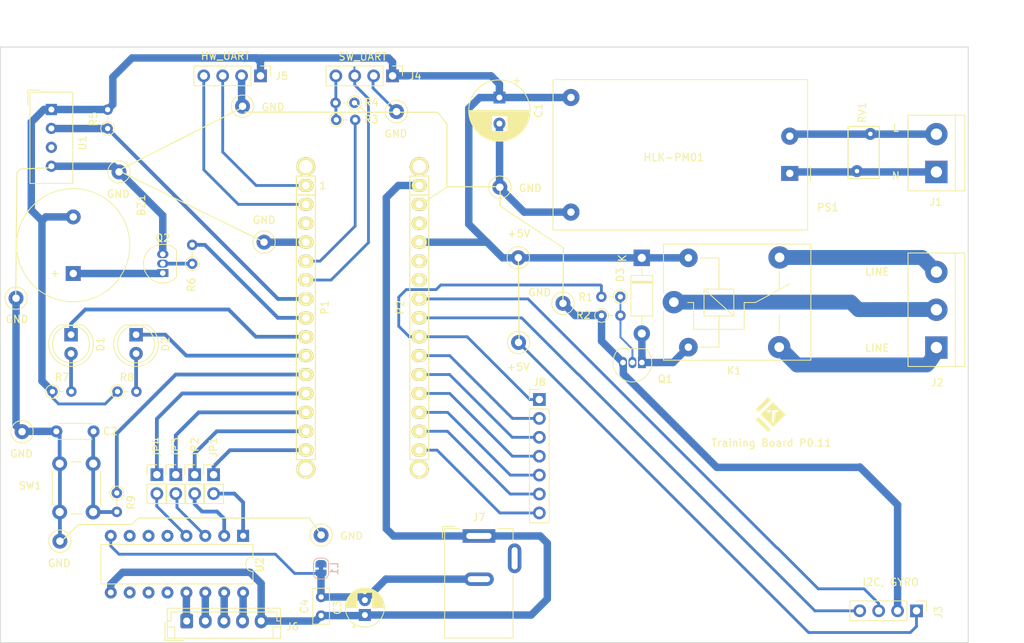
<source format=kicad_pcb>
(kicad_pcb (version 20171130) (host pcbnew 5.1.6-c6e7f7d~86~ubuntu18.04.1)

  (general
    (thickness 1.6)
    (drawings 55)
    (tracks 274)
    (zones 0)
    (modules 62)
    (nets 62)
  )

  (page A4)
  (title_block
    (date "jeu. 02 avril 2015")
  )

  (layers
    (0 F.Cu signal)
    (31 B.Cu signal)
    (32 B.Adhes user)
    (33 F.Adhes user)
    (34 B.Paste user)
    (35 F.Paste user)
    (36 B.SilkS user)
    (37 F.SilkS user)
    (38 B.Mask user)
    (39 F.Mask user)
    (40 Dwgs.User user)
    (41 Cmts.User user)
    (42 Eco1.User user)
    (43 Eco2.User user)
    (44 Edge.Cuts user)
    (45 Margin user)
    (46 B.CrtYd user)
    (47 F.CrtYd user)
    (48 B.Fab user hide)
    (49 F.Fab user hide)
  )

  (setup
    (last_trace_width 0.508)
    (user_trace_width 0.381)
    (user_trace_width 0.508)
    (user_trace_width 1)
    (user_trace_width 2)
    (trace_clearance 0.2)
    (zone_clearance 0.508)
    (zone_45_only no)
    (trace_min 0.2)
    (via_size 0.6)
    (via_drill 0.4)
    (via_min_size 0.4)
    (via_min_drill 0.3)
    (uvia_size 0.3)
    (uvia_drill 0.1)
    (uvias_allowed no)
    (uvia_min_size 0.2)
    (uvia_min_drill 0.1)
    (edge_width 0.1)
    (segment_width 0.15)
    (pcb_text_width 0.3)
    (pcb_text_size 1.5 1.5)
    (mod_edge_width 0.15)
    (mod_text_size 1 1)
    (mod_text_width 0.15)
    (pad_size 2 2)
    (pad_drill 1)
    (pad_to_mask_clearance 0)
    (aux_axis_origin 138.176 110.617)
    (visible_elements FFFFFF7F)
    (pcbplotparams
      (layerselection 0x031fc_ffffffff)
      (usegerberextensions true)
      (usegerberattributes false)
      (usegerberadvancedattributes false)
      (creategerberjobfile false)
      (excludeedgelayer true)
      (linewidth 0.100000)
      (plotframeref false)
      (viasonmask false)
      (mode 1)
      (useauxorigin false)
      (hpglpennumber 1)
      (hpglpenspeed 20)
      (hpglpendiameter 15.000000)
      (psnegative false)
      (psa4output false)
      (plotreference true)
      (plotvalue true)
      (plotinvisibletext false)
      (padsonsilk false)
      (subtractmaskfromsilk false)
      (outputformat 1)
      (mirror false)
      (drillshape 0)
      (scaleselection 1)
      (outputdirectory "Gerber/"))
  )

  (net 0 "")
  (net 1 /Reset)
  (net 2 GND)
  (net 3 +5V)
  (net 4 /A7)
  (net 5 /A6)
  (net 6 /A5)
  (net 7 /A4)
  (net 8 /A3)
  (net 9 /A2)
  (net 10 /A1)
  (net 11 /A0)
  (net 12 /AREF)
  (net 13 "/13(SCK)")
  (net 14 "Net-(P3-Pad1)")
  (net 15 "Net-(P4-Pad1)")
  (net 16 "Net-(P5-Pad1)")
  (net 17 "Net-(P6-Pad1)")
  (net 18 +3V3)
  (net 19 "Net-(J1-Pad1)")
  (net 20 "Net-(J1-Pad2)")
  (net 21 "Net-(J2-Pad3)")
  (net 22 "Net-(J2-Pad1)")
  (net 23 "Net-(J2-Pad2)")
  (net 24 "Net-(Q1-Pad2)")
  (net 25 "Net-(J4-Pad4)")
  (net 26 /SW_TXD)
  (net 27 /SW_RXD)
  (net 28 "Net-(U1-Pad3)")
  (net 29 /D4)
  (net 30 "Net-(BZ1-Pad1)")
  (net 31 /D5)
  (net 32 "Net-(Q2-Pad2)")
  (net 33 "Net-(D1-Pad2)")
  (net 34 /D6)
  (net 35 "Net-(D2-Pad2)")
  (net 36 /D7)
  (net 37 /RXD)
  (net 38 /TXD)
  (net 39 "Net-(C2-Pad1)")
  (net 40 /D8)
  (net 41 GNDA)
  (net 42 +12V)
  (net 43 "Net-(J6-Pad4)")
  (net 44 "Net-(J6-Pad3)")
  (net 45 "Net-(J6-Pad2)")
  (net 46 "Net-(J6-Pad1)")
  (net 47 "Net-(JP1-Pad2)")
  (net 48 /D9)
  (net 49 "Net-(JP2-Pad2)")
  (net 50 /D10_SS)
  (net 51 "Net-(JP3-Pad2)")
  (net 52 /D11_MOSI)
  (net 53 "Net-(JP4-Pad2)")
  (net 54 /D12_MISO)
  (net 55 "Net-(U2-Pad7)")
  (net 56 "Net-(U2-Pad6)")
  (net 57 "Net-(U2-Pad5)")
  (net 58 "Net-(U2-Pad12)")
  (net 59 "Net-(U2-Pad11)")
  (net 60 "Net-(U2-Pad10)")
  (net 61 "Net-(D3-Pad2)")

  (net_class Default "This is the default net class."
    (clearance 0.2)
    (trace_width 0.25)
    (via_dia 0.6)
    (via_drill 0.4)
    (uvia_dia 0.3)
    (uvia_drill 0.1)
    (add_net +12V)
    (add_net +3V3)
    (add_net +5V)
    (add_net "/13(SCK)")
    (add_net /A0)
    (add_net /A1)
    (add_net /A2)
    (add_net /A3)
    (add_net /A4)
    (add_net /A5)
    (add_net /A6)
    (add_net /A7)
    (add_net /AREF)
    (add_net /D10_SS)
    (add_net /D11_MOSI)
    (add_net /D12_MISO)
    (add_net /D4)
    (add_net /D5)
    (add_net /D6)
    (add_net /D7)
    (add_net /D8)
    (add_net /D9)
    (add_net /RXD)
    (add_net /Reset)
    (add_net /SW_RXD)
    (add_net /SW_TXD)
    (add_net /TXD)
    (add_net GND)
    (add_net GNDA)
    (add_net "Net-(BZ1-Pad1)")
    (add_net "Net-(C2-Pad1)")
    (add_net "Net-(D1-Pad2)")
    (add_net "Net-(D2-Pad2)")
    (add_net "Net-(D3-Pad2)")
    (add_net "Net-(J1-Pad1)")
    (add_net "Net-(J1-Pad2)")
    (add_net "Net-(J2-Pad1)")
    (add_net "Net-(J2-Pad2)")
    (add_net "Net-(J2-Pad3)")
    (add_net "Net-(J4-Pad4)")
    (add_net "Net-(J6-Pad1)")
    (add_net "Net-(J6-Pad2)")
    (add_net "Net-(J6-Pad3)")
    (add_net "Net-(J6-Pad4)")
    (add_net "Net-(JP1-Pad2)")
    (add_net "Net-(JP2-Pad2)")
    (add_net "Net-(JP3-Pad2)")
    (add_net "Net-(JP4-Pad2)")
    (add_net "Net-(P3-Pad1)")
    (add_net "Net-(P4-Pad1)")
    (add_net "Net-(P5-Pad1)")
    (add_net "Net-(P6-Pad1)")
    (add_net "Net-(Q1-Pad2)")
    (add_net "Net-(Q2-Pad2)")
    (add_net "Net-(U1-Pad3)")
    (add_net "Net-(U2-Pad10)")
    (add_net "Net-(U2-Pad11)")
    (add_net "Net-(U2-Pad12)")
    (add_net "Net-(U2-Pad5)")
    (add_net "Net-(U2-Pad6)")
    (add_net "Net-(U2-Pad7)")
  )

  (module thiha:transtaklogo5 (layer F.Cu) (tedit 5EC786DD) (tstamp 5ED2ADCA)
    (at 203.454 99.3394)
    (fp_text reference G*** (at 0 0) (layer F.SilkS) hide
      (effects (font (size 1.524 1.524) (thickness 0.3)))
    )
    (fp_text value LOGO (at 0.75 0) (layer F.SilkS) hide
      (effects (font (size 1.524 1.524) (thickness 0.3)))
    )
    (fp_poly (pts (xy -0.805846 1.183815) (xy -0.475558 1.516872) (xy -0.250111 1.75257) (xy -0.11452 1.913196)
      (xy -0.053798 2.021037) (xy -0.05296 2.098381) (xy -0.097018 2.167513) (xy -0.123927 2.197938)
      (xy -0.255758 2.324987) (xy -0.332211 2.370667) (xy -0.407605 2.313903) (xy -0.578559 2.158161)
      (xy -0.821968 1.925258) (xy -1.114727 1.637016) (xy -1.210607 1.541124) (xy -2.037036 0.711582)
      (xy -1.84056 0.527001) (xy -1.644083 0.342421) (xy -0.805846 1.183815)) (layer F.SilkS) (width 0.01))
    (fp_poly (pts (xy 1.18537 -0.804297) (xy 2.032074 0.03923) (xy 1.208125 0.866281) (xy 0.905918 1.166494)
      (xy 0.646734 1.418061) (xy 0.453518 1.599156) (xy 0.349213 1.687954) (xy 0.338667 1.693333)
      (xy 0.265648 1.636622) (xy 0.096806 1.481039) (xy -0.144917 1.248408) (xy -0.436577 0.960555)
      (xy -0.530792 0.866281) (xy -0.750436 0.64581) (xy 0.179039 0.64581) (xy 0.191817 0.939499)
      (xy 0.22917 1.107366) (xy 0.294943 1.170747) (xy 0.359878 1.164392) (xy 0.424946 1.055759)
      (xy 0.469517 0.780958) (xy 0.490172 0.442987) (xy 0.504618 0.104047) (xy 0.526583 -0.101292)
      (xy 0.568734 -0.208687) (xy 0.64374 -0.253793) (xy 0.743448 -0.269865) (xy 0.937135 -0.345063)
      (xy 1.001267 -0.449431) (xy 0.997431 -0.540336) (xy 0.914499 -0.580169) (xy 0.714049 -0.581763)
      (xy 0.620991 -0.576431) (xy 0.211667 -0.550333) (xy 0.186993 0.204966) (xy 0.179039 0.64581)
      (xy -0.750436 0.64581) (xy -1.354741 0.03923) (xy -0.861055 -0.452604) (xy -0.489408 -0.452604)
      (xy -0.462668 -0.333815) (xy -0.336473 -0.265939) (xy -0.152074 -0.27871) (xy 0.010192 -0.355402)
      (xy 0.068984 -0.4445) (xy 0.0499 -0.551831) (xy -0.087739 -0.590819) (xy -0.158129 -0.592667)
      (xy -0.387538 -0.55462) (xy -0.489408 -0.452604) (xy -0.861055 -0.452604) (xy -0.508037 -0.804297)
      (xy 0.338667 -1.647823) (xy 1.18537 -0.804297)) (layer F.SilkS) (width 0.01))
    (fp_poly (pts (xy 0.038311 -1.946652) (xy -0.762339 -1.14266) (xy -1.064492 -0.845971) (xy -1.329106 -0.598669)
      (xy -1.531276 -0.423129) (xy -1.646092 -0.341723) (xy -1.657372 -0.338667) (xy -1.782951 -0.395874)
      (xy -1.888531 -0.489802) (xy -1.935301 -0.556843) (xy -1.938737 -0.632419) (xy -1.883463 -0.738089)
      (xy -1.754103 -0.895412) (xy -1.535282 -1.125947) (xy -1.211624 -1.451251) (xy -1.181231 -1.481528)
      (xy -0.337156 -2.322119) (xy 0.038311 -1.946652)) (layer F.SilkS) (width 0.01))
  )

  (module MountingHole:MountingHole_3.2mm_M3_DIN965 (layer F.Cu) (tedit 56D1B4CB) (tstamp 5EB5605F)
    (at 224.70364 104.93248)
    (descr "Mounting Hole 3.2mm, no annular, M3, DIN965")
    (tags "mounting hole 3.2mm no annular m3 din965")
    (attr virtual)
    (fp_text reference REF** (at 0 -3.8) (layer F.SilkS) hide
      (effects (font (size 1 1) (thickness 0.15)))
    )
    (fp_text value MountingHole_3.2mm_M3_DIN965 (at 0 3.8) (layer F.Fab)
      (effects (font (size 1 1) (thickness 0.15)))
    )
    (fp_circle (center 0 0) (end 3.05 0) (layer F.CrtYd) (width 0.05))
    (fp_circle (center 0 0) (end 2.8 0) (layer Cmts.User) (width 0.15))
    (fp_text user %R (at 0.3 0) (layer F.Fab)
      (effects (font (size 1 1) (thickness 0.15)))
    )
    (pad 1 np_thru_hole circle (at 0 0) (size 3.2 3.2) (drill 3.2) (layers *.Cu *.Mask))
  )

  (module MountingHole:MountingHole_3.2mm_M3_DIN965 (layer F.Cu) (tedit 56D1B4CB) (tstamp 5EB5605F)
    (at 120.88368 58.23204)
    (descr "Mounting Hole 3.2mm, no annular, M3, DIN965")
    (tags "mounting hole 3.2mm no annular m3 din965")
    (attr virtual)
    (fp_text reference REF** (at 0 -3.8) (layer F.SilkS) hide
      (effects (font (size 1 1) (thickness 0.15)))
    )
    (fp_text value MountingHole_3.2mm_M3_DIN965 (at 0 3.8) (layer F.Fab)
      (effects (font (size 1 1) (thickness 0.15)))
    )
    (fp_circle (center 0 0) (end 3.05 0) (layer F.CrtYd) (width 0.05))
    (fp_circle (center 0 0) (end 2.8 0) (layer Cmts.User) (width 0.15))
    (fp_text user %R (at 0.3 0) (layer F.Fab)
      (effects (font (size 1 1) (thickness 0.15)))
    )
    (pad 1 np_thru_hole circle (at 0 0) (size 3.2 3.2) (drill 3.2) (layers *.Cu *.Mask))
  )

  (module MountingHole:MountingHole_3.2mm_M3_DIN965 (layer F.Cu) (tedit 56D1B4CB) (tstamp 5EB5605F)
    (at 104.7242 124.92228)
    (descr "Mounting Hole 3.2mm, no annular, M3, DIN965")
    (tags "mounting hole 3.2mm no annular m3 din965")
    (attr virtual)
    (fp_text reference REF** (at 0 -3.8) (layer F.SilkS) hide
      (effects (font (size 1 1) (thickness 0.15)))
    )
    (fp_text value MountingHole_3.2mm_M3_DIN965 (at 0 3.8) (layer F.Fab)
      (effects (font (size 1 1) (thickness 0.15)))
    )
    (fp_circle (center 0 0) (end 3.05 0) (layer F.CrtYd) (width 0.05))
    (fp_circle (center 0 0) (end 2.8 0) (layer Cmts.User) (width 0.15))
    (fp_text user %R (at 0.3 0) (layer F.Fab)
      (effects (font (size 1 1) (thickness 0.15)))
    )
    (pad 1 np_thru_hole circle (at 0 0) (size 3.2 3.2) (drill 3.2) (layers *.Cu *.Mask))
  )

  (module MountingHole:MountingHole_3.2mm_M3_DIN965 (layer F.Cu) (tedit 56D1B4CB) (tstamp 5EB5605F)
    (at 184.51576 124.58192)
    (descr "Mounting Hole 3.2mm, no annular, M3, DIN965")
    (tags "mounting hole 3.2mm no annular m3 din965")
    (attr virtual)
    (fp_text reference REF** (at 0 -3.8) (layer F.SilkS) hide
      (effects (font (size 1 1) (thickness 0.15)))
    )
    (fp_text value MountingHole_3.2mm_M3_DIN965 (at 0 3.8) (layer F.Fab)
      (effects (font (size 1 1) (thickness 0.15)))
    )
    (fp_circle (center 0 0) (end 3.05 0) (layer F.CrtYd) (width 0.05))
    (fp_circle (center 0 0) (end 2.8 0) (layer Cmts.User) (width 0.15))
    (fp_text user %R (at 0.3 0) (layer F.Fab)
      (effects (font (size 1 1) (thickness 0.15)))
    )
    (pad 1 np_thru_hole circle (at 0 0) (size 3.2 3.2) (drill 3.2) (layers *.Cu *.Mask))
  )

  (module MountingHole:MountingHole_3.2mm_M3_DIN965 (layer F.Cu) (tedit 56D1B4CB) (tstamp 5EB5605D)
    (at 226.0346 53.78196)
    (descr "Mounting Hole 3.2mm, no annular, M3, DIN965")
    (tags "mounting hole 3.2mm no annular m3 din965")
    (attr virtual)
    (fp_text reference REF** (at 0 -3.8) (layer F.SilkS) hide
      (effects (font (size 1 1) (thickness 0.15)))
    )
    (fp_text value MountingHole_3.2mm_M3_DIN965 (at 0 3.8) (layer F.Fab)
      (effects (font (size 1 1) (thickness 0.15)))
    )
    (fp_circle (center 0 0) (end 2.8 0) (layer Cmts.User) (width 0.15))
    (fp_circle (center 0 0) (end 3.05 0) (layer F.CrtYd) (width 0.05))
    (fp_text user %R (at 0.3 0) (layer F.Fab)
      (effects (font (size 1 1) (thickness 0.15)))
    )
    (pad 1 np_thru_hole circle (at 0 0) (size 3.2 3.2) (drill 3.2) (layers *.Cu *.Mask))
  )

  (module Diode_THT:D_DO-41_SOD81_P10.16mm_Horizontal (layer F.Cu) (tedit 5AE50CD5) (tstamp 5EB50362)
    (at 186.14644 78.32344 270)
    (descr "Diode, DO-41_SOD81 series, Axial, Horizontal, pin pitch=10.16mm, , length*diameter=5.2*2.7mm^2, , http://www.diodes.com/_files/packages/DO-41%20(Plastic).pdf")
    (tags "Diode DO-41_SOD81 series Axial Horizontal pin pitch 10.16mm  length 5.2mm diameter 2.7mm")
    (path /5EB58AAB)
    (fp_text reference D3 (at 2.29108 2.90068 90) (layer F.SilkS)
      (effects (font (size 1 1) (thickness 0.15)))
    )
    (fp_text value 1N5819 (at 5.08 2.47 90) (layer F.Fab)
      (effects (font (size 1 1) (thickness 0.15)))
    )
    (fp_line (start 2.48 -1.35) (end 2.48 1.35) (layer F.Fab) (width 0.1))
    (fp_line (start 2.48 1.35) (end 7.68 1.35) (layer F.Fab) (width 0.1))
    (fp_line (start 7.68 1.35) (end 7.68 -1.35) (layer F.Fab) (width 0.1))
    (fp_line (start 7.68 -1.35) (end 2.48 -1.35) (layer F.Fab) (width 0.1))
    (fp_line (start 0 0) (end 2.48 0) (layer F.Fab) (width 0.1))
    (fp_line (start 10.16 0) (end 7.68 0) (layer F.Fab) (width 0.1))
    (fp_line (start 3.26 -1.35) (end 3.26 1.35) (layer F.Fab) (width 0.1))
    (fp_line (start 3.36 -1.35) (end 3.36 1.35) (layer F.Fab) (width 0.1))
    (fp_line (start 3.16 -1.35) (end 3.16 1.35) (layer F.Fab) (width 0.1))
    (fp_line (start 2.36 -1.47) (end 2.36 1.47) (layer F.SilkS) (width 0.12))
    (fp_line (start 2.36 1.47) (end 7.8 1.47) (layer F.SilkS) (width 0.12))
    (fp_line (start 7.8 1.47) (end 7.8 -1.47) (layer F.SilkS) (width 0.12))
    (fp_line (start 7.8 -1.47) (end 2.36 -1.47) (layer F.SilkS) (width 0.12))
    (fp_line (start 1.34 0) (end 2.36 0) (layer F.SilkS) (width 0.12))
    (fp_line (start 8.82 0) (end 7.8 0) (layer F.SilkS) (width 0.12))
    (fp_line (start 3.26 -1.47) (end 3.26 1.47) (layer F.SilkS) (width 0.12))
    (fp_line (start 3.38 -1.47) (end 3.38 1.47) (layer F.SilkS) (width 0.12))
    (fp_line (start 3.14 -1.47) (end 3.14 1.47) (layer F.SilkS) (width 0.12))
    (fp_line (start -1.35 -1.6) (end -1.35 1.6) (layer F.CrtYd) (width 0.05))
    (fp_line (start -1.35 1.6) (end 11.51 1.6) (layer F.CrtYd) (width 0.05))
    (fp_line (start 11.51 1.6) (end 11.51 -1.6) (layer F.CrtYd) (width 0.05))
    (fp_line (start 11.51 -1.6) (end -1.35 -1.6) (layer F.CrtYd) (width 0.05))
    (fp_text user K (at 0.03556 2.59588 90) (layer F.SilkS)
      (effects (font (size 1 1) (thickness 0.15)))
    )
    (fp_text user K (at 0 -2.1 90) (layer F.Fab)
      (effects (font (size 1 1) (thickness 0.15)))
    )
    (fp_text user %R (at 5.47 0 90) (layer F.Fab)
      (effects (font (size 1 1) (thickness 0.15)))
    )
    (pad 2 thru_hole oval (at 10.16 0 270) (size 2.2 2.2) (drill 1.1) (layers *.Cu *.Mask)
      (net 61 "Net-(D3-Pad2)"))
    (pad 1 thru_hole rect (at 0 0 270) (size 2.2 2.2) (drill 1.1) (layers *.Cu *.Mask)
      (net 3 +5V))
    (model ${KISYS3DMOD}/Diode_THT.3dshapes/D_DO-41_SOD81_P10.16mm_Horizontal.wrl
      (at (xyz 0 0 0))
      (scale (xyz 1 1 1))
      (rotate (xyz 0 0 0))
    )
  )

  (module Connector_PinHeader_2.54mm:PinHeader_1x07_P2.54mm_Vertical (layer F.Cu) (tedit 59FED5CC) (tstamp 5EB430A1)
    (at 172.37964 97.34804)
    (descr "Through hole straight pin header, 1x07, 2.54mm pitch, single row")
    (tags "Through hole pin header THT 1x07 2.54mm single row")
    (path /5EB6A0EF)
    (fp_text reference J8 (at 0 -2.33) (layer F.SilkS)
      (effects (font (size 1 1) (thickness 0.15)))
    )
    (fp_text value Conn_01x07 (at 0 17.57) (layer F.Fab)
      (effects (font (size 1 1) (thickness 0.15)))
    )
    (fp_line (start -0.635 -1.27) (end 1.27 -1.27) (layer F.Fab) (width 0.1))
    (fp_line (start 1.27 -1.27) (end 1.27 16.51) (layer F.Fab) (width 0.1))
    (fp_line (start 1.27 16.51) (end -1.27 16.51) (layer F.Fab) (width 0.1))
    (fp_line (start -1.27 16.51) (end -1.27 -0.635) (layer F.Fab) (width 0.1))
    (fp_line (start -1.27 -0.635) (end -0.635 -1.27) (layer F.Fab) (width 0.1))
    (fp_line (start -1.33 16.57) (end 1.33 16.57) (layer F.SilkS) (width 0.12))
    (fp_line (start -1.33 1.27) (end -1.33 16.57) (layer F.SilkS) (width 0.12))
    (fp_line (start 1.33 1.27) (end 1.33 16.57) (layer F.SilkS) (width 0.12))
    (fp_line (start -1.33 1.27) (end 1.33 1.27) (layer F.SilkS) (width 0.12))
    (fp_line (start -1.33 0) (end -1.33 -1.33) (layer F.SilkS) (width 0.12))
    (fp_line (start -1.33 -1.33) (end 0 -1.33) (layer F.SilkS) (width 0.12))
    (fp_line (start -1.8 -1.8) (end -1.8 17.05) (layer F.CrtYd) (width 0.05))
    (fp_line (start -1.8 17.05) (end 1.8 17.05) (layer F.CrtYd) (width 0.05))
    (fp_line (start 1.8 17.05) (end 1.8 -1.8) (layer F.CrtYd) (width 0.05))
    (fp_line (start 1.8 -1.8) (end -1.8 -1.8) (layer F.CrtYd) (width 0.05))
    (fp_text user %R (at 0 7.62 90) (layer F.Fab)
      (effects (font (size 1 1) (thickness 0.15)))
    )
    (pad 7 thru_hole oval (at 0 15.24) (size 1.7 1.7) (drill 1) (layers *.Cu *.Mask)
      (net 13 "/13(SCK)"))
    (pad 6 thru_hole oval (at 0 12.7) (size 1.7 1.7) (drill 1) (layers *.Cu *.Mask)
      (net 18 +3V3))
    (pad 5 thru_hole oval (at 0 10.16) (size 1.7 1.7) (drill 1) (layers *.Cu *.Mask)
      (net 12 /AREF))
    (pad 4 thru_hole oval (at 0 7.62) (size 1.7 1.7) (drill 1) (layers *.Cu *.Mask)
      (net 11 /A0))
    (pad 3 thru_hole oval (at 0 5.08) (size 1.7 1.7) (drill 1) (layers *.Cu *.Mask)
      (net 10 /A1))
    (pad 2 thru_hole oval (at 0 2.54) (size 1.7 1.7) (drill 1) (layers *.Cu *.Mask)
      (net 9 /A2))
    (pad 1 thru_hole rect (at 0 0) (size 1.7 1.7) (drill 1) (layers *.Cu *.Mask)
      (net 8 /A3))
    (model ${KISYS3DMOD}/Connector_PinHeader_2.54mm.3dshapes/PinHeader_1x07_P2.54mm_Vertical.wrl
      (at (xyz 0 0 0))
      (scale (xyz 1 1 1))
      (rotate (xyz 0 0 0))
    )
  )

  (module TestPoint:TestPoint_Loop_D1.80mm_Drill1.0mm_Beaded (layer F.Cu) (tedit 5EB3C4CC) (tstamp 5EB42022)
    (at 115.91036 66.77406)
    (descr "wire loop with bead as test point, loop diameter 1.8mm, hole diameter 1.0mm")
    (tags "test point wire loop bead")
    (fp_text reference GND (at -0.09144 2.96926) (layer F.SilkS)
      (effects (font (size 1 1) (thickness 0.15)))
    )
    (fp_text value TestPoint_Loop_D1.80mm_Drill1.0mm_Beaded (at 0 -2.8) (layer F.Fab)
      (effects (font (size 1 1) (thickness 0.15)))
    )
    (fp_circle (center 0 0) (end 1.3 0) (layer F.Fab) (width 0.12))
    (fp_line (start -0.9 0.2) (end -0.9 -0.2) (layer F.Fab) (width 0.12))
    (fp_line (start 0.9 0.2) (end -0.9 0.2) (layer F.Fab) (width 0.12))
    (fp_line (start 0.9 -0.2) (end 0.9 0.2) (layer F.Fab) (width 0.12))
    (fp_line (start -0.9 -0.2) (end 0.9 -0.2) (layer F.Fab) (width 0.12))
    (fp_circle (center 0 0) (end 1.5 0) (layer F.SilkS) (width 0.12))
    (fp_circle (center 0 0) (end 1.8 0) (layer F.CrtYd) (width 0.05))
    (fp_text user %R (at 0.7 2.5) (layer F.Fab)
      (effects (font (size 1 1) (thickness 0.15)))
    )
    (pad 1 thru_hole circle (at 0 0) (size 2 2) (drill 1) (layers *.Cu *.Mask)
      (net 2 GND))
    (model ${KISYS3DMOD}/TestPoint.3dshapes/TestPoint_Loop_D1.80mm_Drill1.0mm_Beaded.wrl
      (at (xyz 0 0 0))
      (scale (xyz 1 1 1))
      (rotate (xyz 0 0 0))
    )
  )

  (module TestPoint:TestPoint_Loop_D1.80mm_Drill1.0mm_Beaded (layer F.Cu) (tedit 5EB3C457) (tstamp 5EB42022)
    (at 153.19502 58.67654)
    (descr "wire loop with bead as test point, loop diameter 1.8mm, hole diameter 1.0mm")
    (tags "test point wire loop bead")
    (fp_text reference GND (at -0.09144 2.96926) (layer F.SilkS)
      (effects (font (size 1 1) (thickness 0.15)))
    )
    (fp_text value TestPoint_Loop_D1.80mm_Drill1.0mm_Beaded (at 0 -2.8) (layer F.Fab)
      (effects (font (size 1 1) (thickness 0.15)))
    )
    (fp_circle (center 0 0) (end 1.3 0) (layer F.Fab) (width 0.12))
    (fp_line (start -0.9 0.2) (end -0.9 -0.2) (layer F.Fab) (width 0.12))
    (fp_line (start 0.9 0.2) (end -0.9 0.2) (layer F.Fab) (width 0.12))
    (fp_line (start 0.9 -0.2) (end 0.9 0.2) (layer F.Fab) (width 0.12))
    (fp_line (start -0.9 -0.2) (end 0.9 -0.2) (layer F.Fab) (width 0.12))
    (fp_circle (center 0 0) (end 1.5 0) (layer F.SilkS) (width 0.12))
    (fp_circle (center 0 0) (end 1.8 0) (layer F.CrtYd) (width 0.05))
    (fp_text user %R (at 0.7 2.5) (layer F.Fab)
      (effects (font (size 1 1) (thickness 0.15)))
    )
    (pad 1 thru_hole circle (at 0 0) (size 2 2) (drill 1) (layers *.Cu *.Mask)
      (net 2 GND))
    (model ${KISYS3DMOD}/TestPoint.3dshapes/TestPoint_Loop_D1.80mm_Drill1.0mm_Beaded.wrl
      (at (xyz 0 0 0))
      (scale (xyz 1 1 1))
      (rotate (xyz 0 0 0))
    )
  )

  (module TestPoint:TestPoint_Loop_D1.80mm_Drill1.0mm_Beaded (layer F.Cu) (tedit 5EB3C411) (tstamp 5EB42022)
    (at 107.97286 116.3828)
    (descr "wire loop with bead as test point, loop diameter 1.8mm, hole diameter 1.0mm")
    (tags "test point wire loop bead")
    (fp_text reference GND (at -0.09144 2.96926) (layer F.SilkS)
      (effects (font (size 1 1) (thickness 0.15)))
    )
    (fp_text value TestPoint_Loop_D1.80mm_Drill1.0mm_Beaded (at 0 -2.8) (layer F.Fab)
      (effects (font (size 1 1) (thickness 0.15)))
    )
    (fp_circle (center 0 0) (end 1.3 0) (layer F.Fab) (width 0.12))
    (fp_line (start -0.9 0.2) (end -0.9 -0.2) (layer F.Fab) (width 0.12))
    (fp_line (start 0.9 0.2) (end -0.9 0.2) (layer F.Fab) (width 0.12))
    (fp_line (start 0.9 -0.2) (end 0.9 0.2) (layer F.Fab) (width 0.12))
    (fp_line (start -0.9 -0.2) (end 0.9 -0.2) (layer F.Fab) (width 0.12))
    (fp_circle (center 0 0) (end 1.5 0) (layer F.SilkS) (width 0.12))
    (fp_circle (center 0 0) (end 1.8 0) (layer F.CrtYd) (width 0.05))
    (fp_text user %R (at 0.7 2.5) (layer F.Fab)
      (effects (font (size 1 1) (thickness 0.15)))
    )
    (pad 1 thru_hole circle (at 0 0) (size 2 2) (drill 1) (layers *.Cu *.Mask)
      (net 2 GND))
    (model ${KISYS3DMOD}/TestPoint.3dshapes/TestPoint_Loop_D1.80mm_Drill1.0mm_Beaded.wrl
      (at (xyz 0 0 0))
      (scale (xyz 1 1 1))
      (rotate (xyz 0 0 0))
    )
  )

  (module TestPoint:TestPoint_Loop_D1.80mm_Drill1.0mm_Beaded (layer F.Cu) (tedit 5EB3C34A) (tstamp 5EB41F78)
    (at 169.59072 89.6874)
    (descr "wire loop with bead as test point, loop diameter 1.8mm, hole diameter 1.0mm")
    (tags "test point wire loop bead")
    (fp_text reference +5V (at -0.0381 3.28422) (layer F.SilkS)
      (effects (font (size 1 1) (thickness 0.15)))
    )
    (fp_text value TestPoint_Loop_D1.80mm_Drill1.0mm_Beaded (at 0 -2.8) (layer F.Fab)
      (effects (font (size 1 1) (thickness 0.15)))
    )
    (fp_circle (center 0 0) (end 1.3 0) (layer F.Fab) (width 0.12))
    (fp_line (start -0.9 0.2) (end -0.9 -0.2) (layer F.Fab) (width 0.12))
    (fp_line (start 0.9 0.2) (end -0.9 0.2) (layer F.Fab) (width 0.12))
    (fp_line (start 0.9 -0.2) (end 0.9 0.2) (layer F.Fab) (width 0.12))
    (fp_line (start -0.9 -0.2) (end 0.9 -0.2) (layer F.Fab) (width 0.12))
    (fp_circle (center 0 0) (end 1.5 0) (layer F.SilkS) (width 0.12))
    (fp_circle (center 0 0) (end 1.8 0) (layer F.CrtYd) (width 0.05))
    (fp_text user %R (at 0.7 2.5) (layer F.Fab)
      (effects (font (size 1 1) (thickness 0.15)))
    )
    (pad 1 thru_hole circle (at 0 0) (size 2 2) (drill 1) (layers *.Cu *.Mask)
      (net 3 +5V))
    (model ${KISYS3DMOD}/TestPoint.3dshapes/TestPoint_Loop_D1.80mm_Drill1.0mm_Beaded.wrl
      (at (xyz 0 0 0))
      (scale (xyz 1 1 1))
      (rotate (xyz 0 0 0))
    )
  )

  (module TestPoint:TestPoint_Loop_D1.80mm_Drill1.0mm_Beaded (layer F.Cu) (tedit 5EB3C2E6) (tstamp 5EB41E34)
    (at 169.55516 78.30312)
    (descr "wire loop with bead as test point, loop diameter 1.8mm, hole diameter 1.0mm")
    (tags "test point wire loop bead")
    (fp_text reference +5V (at 0.06858 -3.24358) (layer F.SilkS)
      (effects (font (size 1 1) (thickness 0.15)))
    )
    (fp_text value TestPoint_Loop_D1.80mm_Drill1.0mm_Beaded (at 0 -2.8) (layer F.Fab)
      (effects (font (size 1 1) (thickness 0.15)))
    )
    (fp_circle (center 0 0) (end 1.8 0) (layer F.CrtYd) (width 0.05))
    (fp_circle (center 0 0) (end 1.5 0) (layer F.SilkS) (width 0.12))
    (fp_line (start -0.9 -0.2) (end 0.9 -0.2) (layer F.Fab) (width 0.12))
    (fp_line (start 0.9 -0.2) (end 0.9 0.2) (layer F.Fab) (width 0.12))
    (fp_line (start 0.9 0.2) (end -0.9 0.2) (layer F.Fab) (width 0.12))
    (fp_line (start -0.9 0.2) (end -0.9 -0.2) (layer F.Fab) (width 0.12))
    (fp_circle (center 0 0) (end 1.3 0) (layer F.Fab) (width 0.12))
    (fp_text user %R (at 0.7 2.5) (layer F.Fab)
      (effects (font (size 1 1) (thickness 0.15)))
    )
    (pad 1 thru_hole circle (at 0 0) (size 2 2) (drill 1) (layers *.Cu *.Mask)
      (net 3 +5V))
    (model ${KISYS3DMOD}/TestPoint.3dshapes/TestPoint_Loop_D1.80mm_Drill1.0mm_Beaded.wrl
      (at (xyz 0 0 0))
      (scale (xyz 1 1 1))
      (rotate (xyz 0 0 0))
    )
  )

  (module TestPoint:TestPoint_Loop_D1.80mm_Drill1.0mm_Beaded (layer F.Cu) (tedit 5EB3C29A) (tstamp 5EB41E34)
    (at 175.55464 84.42706)
    (descr "wire loop with bead as test point, loop diameter 1.8mm, hole diameter 1.0mm")
    (tags "test point wire loop bead")
    (fp_text reference GND (at -3.14198 -1.45034) (layer F.SilkS)
      (effects (font (size 1 1) (thickness 0.15)))
    )
    (fp_text value TestPoint_Loop_D1.80mm_Drill1.0mm_Beaded (at 0 -2.8) (layer F.Fab)
      (effects (font (size 1 1) (thickness 0.15)))
    )
    (fp_circle (center 0 0) (end 1.8 0) (layer F.CrtYd) (width 0.05))
    (fp_circle (center 0 0) (end 1.5 0) (layer F.SilkS) (width 0.12))
    (fp_line (start -0.9 -0.2) (end 0.9 -0.2) (layer F.Fab) (width 0.12))
    (fp_line (start 0.9 -0.2) (end 0.9 0.2) (layer F.Fab) (width 0.12))
    (fp_line (start 0.9 0.2) (end -0.9 0.2) (layer F.Fab) (width 0.12))
    (fp_line (start -0.9 0.2) (end -0.9 -0.2) (layer F.Fab) (width 0.12))
    (fp_circle (center 0 0) (end 1.3 0) (layer F.Fab) (width 0.12))
    (fp_text user %R (at 0.7 2.5) (layer F.Fab)
      (effects (font (size 1 1) (thickness 0.15)))
    )
    (pad 1 thru_hole circle (at 0 0) (size 2 2) (drill 1) (layers *.Cu *.Mask)
      (net 2 GND))
    (model ${KISYS3DMOD}/TestPoint.3dshapes/TestPoint_Loop_D1.80mm_Drill1.0mm_Beaded.wrl
      (at (xyz 0 0 0))
      (scale (xyz 1 1 1))
      (rotate (xyz 0 0 0))
    )
  )

  (module TestPoint:TestPoint_Loop_D1.80mm_Drill1.0mm_Beaded (layer F.Cu) (tedit 5EB3C278) (tstamp 5EB41E34)
    (at 132.50672 57.95264)
    (descr "wire loop with bead as test point, loop diameter 1.8mm, hole diameter 1.0mm")
    (tags "test point wire loop bead")
    (fp_text reference GND (at 4.0894 0.12192) (layer F.SilkS)
      (effects (font (size 1 1) (thickness 0.15)))
    )
    (fp_text value TestPoint_Loop_D1.80mm_Drill1.0mm_Beaded (at 0 -2.8) (layer F.Fab)
      (effects (font (size 1 1) (thickness 0.15)))
    )
    (fp_circle (center 0 0) (end 1.8 0) (layer F.CrtYd) (width 0.05))
    (fp_circle (center 0 0) (end 1.5 0) (layer F.SilkS) (width 0.12))
    (fp_line (start -0.9 -0.2) (end 0.9 -0.2) (layer F.Fab) (width 0.12))
    (fp_line (start 0.9 -0.2) (end 0.9 0.2) (layer F.Fab) (width 0.12))
    (fp_line (start 0.9 0.2) (end -0.9 0.2) (layer F.Fab) (width 0.12))
    (fp_line (start -0.9 0.2) (end -0.9 -0.2) (layer F.Fab) (width 0.12))
    (fp_circle (center 0 0) (end 1.3 0) (layer F.Fab) (width 0.12))
    (fp_text user %R (at 0.7 2.5) (layer F.Fab)
      (effects (font (size 1 1) (thickness 0.15)))
    )
    (pad 1 thru_hole circle (at 0 0) (size 2 2) (drill 1) (layers *.Cu *.Mask)
      (net 2 GND))
    (model ${KISYS3DMOD}/TestPoint.3dshapes/TestPoint_Loop_D1.80mm_Drill1.0mm_Beaded.wrl
      (at (xyz 0 0 0))
      (scale (xyz 1 1 1))
      (rotate (xyz 0 0 0))
    )
  )

  (module TestPoint:TestPoint_Loop_D1.80mm_Drill1.0mm_Beaded (layer F.Cu) (tedit 5EB3C2C7) (tstamp 5EB41E34)
    (at 167.07358 68.83146)
    (descr "wire loop with bead as test point, loop diameter 1.8mm, hole diameter 1.0mm")
    (tags "test point wire loop bead")
    (fp_text reference GND (at 4.0894 0.12192) (layer F.SilkS)
      (effects (font (size 1 1) (thickness 0.15)))
    )
    (fp_text value TestPoint_Loop_D1.80mm_Drill1.0mm_Beaded (at 0 -2.8) (layer F.Fab)
      (effects (font (size 1 1) (thickness 0.15)))
    )
    (fp_circle (center 0 0) (end 1.8 0) (layer F.CrtYd) (width 0.05))
    (fp_circle (center 0 0) (end 1.5 0) (layer F.SilkS) (width 0.12))
    (fp_line (start -0.9 -0.2) (end 0.9 -0.2) (layer F.Fab) (width 0.12))
    (fp_line (start 0.9 -0.2) (end 0.9 0.2) (layer F.Fab) (width 0.12))
    (fp_line (start 0.9 0.2) (end -0.9 0.2) (layer F.Fab) (width 0.12))
    (fp_line (start -0.9 0.2) (end -0.9 -0.2) (layer F.Fab) (width 0.12))
    (fp_circle (center 0 0) (end 1.3 0) (layer F.Fab) (width 0.12))
    (fp_text user %R (at 0.7 2.5) (layer F.Fab)
      (effects (font (size 1 1) (thickness 0.15)))
    )
    (pad 1 thru_hole circle (at 0 0) (size 2 2) (drill 1) (layers *.Cu *.Mask)
      (net 2 GND))
    (model ${KISYS3DMOD}/TestPoint.3dshapes/TestPoint_Loop_D1.80mm_Drill1.0mm_Beaded.wrl
      (at (xyz 0 0 0))
      (scale (xyz 1 1 1))
      (rotate (xyz 0 0 0))
    )
  )

  (module TestPoint:TestPoint_Loop_D1.80mm_Drill1.0mm_Beaded (layer F.Cu) (tedit 5EB3C237) (tstamp 5EB41E34)
    (at 135.39724 76.2127)
    (descr "wire loop with bead as test point, loop diameter 1.8mm, hole diameter 1.0mm")
    (tags "test point wire loop bead")
    (fp_text reference GND (at 0.00762 -2.97942) (layer F.SilkS)
      (effects (font (size 1 1) (thickness 0.15)))
    )
    (fp_text value TestPoint_Loop_D1.80mm_Drill1.0mm_Beaded (at 0 -2.8) (layer F.Fab)
      (effects (font (size 1 1) (thickness 0.15)))
    )
    (fp_circle (center 0 0) (end 1.8 0) (layer F.CrtYd) (width 0.05))
    (fp_circle (center 0 0) (end 1.5 0) (layer F.SilkS) (width 0.12))
    (fp_line (start -0.9 -0.2) (end 0.9 -0.2) (layer F.Fab) (width 0.12))
    (fp_line (start 0.9 -0.2) (end 0.9 0.2) (layer F.Fab) (width 0.12))
    (fp_line (start 0.9 0.2) (end -0.9 0.2) (layer F.Fab) (width 0.12))
    (fp_line (start -0.9 0.2) (end -0.9 -0.2) (layer F.Fab) (width 0.12))
    (fp_circle (center 0 0) (end 1.3 0) (layer F.Fab) (width 0.12))
    (fp_text user %R (at 0.7 2.5) (layer F.Fab)
      (effects (font (size 1 1) (thickness 0.15)))
    )
    (pad 1 thru_hole circle (at 0 0) (size 2 2) (drill 1) (layers *.Cu *.Mask)
      (net 2 GND))
    (model ${KISYS3DMOD}/TestPoint.3dshapes/TestPoint_Loop_D1.80mm_Drill1.0mm_Beaded.wrl
      (at (xyz 0 0 0))
      (scale (xyz 1 1 1))
      (rotate (xyz 0 0 0))
    )
  )

  (module TestPoint:TestPoint_Loop_D1.80mm_Drill1.0mm_Beaded (layer F.Cu) (tedit 5EB3C202) (tstamp 5EB41D7B)
    (at 143.0655 115.56238)
    (descr "wire loop with bead as test point, loop diameter 1.8mm, hole diameter 1.0mm")
    (tags "test point wire loop bead")
    (fp_text reference GND (at 4.0894 0.12192) (layer F.SilkS)
      (effects (font (size 1 1) (thickness 0.15)))
    )
    (fp_text value TestPoint_Loop_D1.80mm_Drill1.0mm_Beaded (at 0 -2.8) (layer F.Fab)
      (effects (font (size 1 1) (thickness 0.15)))
    )
    (fp_circle (center 0 0) (end 1.3 0) (layer F.Fab) (width 0.12))
    (fp_line (start -0.9 0.2) (end -0.9 -0.2) (layer F.Fab) (width 0.12))
    (fp_line (start 0.9 0.2) (end -0.9 0.2) (layer F.Fab) (width 0.12))
    (fp_line (start 0.9 -0.2) (end 0.9 0.2) (layer F.Fab) (width 0.12))
    (fp_line (start -0.9 -0.2) (end 0.9 -0.2) (layer F.Fab) (width 0.12))
    (fp_circle (center 0 0) (end 1.5 0) (layer F.SilkS) (width 0.12))
    (fp_circle (center 0 0) (end 1.8 0) (layer F.CrtYd) (width 0.05))
    (fp_text user %R (at 0.7 2.5) (layer F.Fab)
      (effects (font (size 1 1) (thickness 0.15)))
    )
    (pad 1 thru_hole circle (at 0 0) (size 2 2) (drill 1) (layers *.Cu *.Mask)
      (net 2 GND))
    (model ${KISYS3DMOD}/TestPoint.3dshapes/TestPoint_Loop_D1.80mm_Drill1.0mm_Beaded.wrl
      (at (xyz 0 0 0))
      (scale (xyz 1 1 1))
      (rotate (xyz 0 0 0))
    )
  )

  (module TestPoint:TestPoint_Loop_D1.80mm_Drill1.0mm_Beaded (layer F.Cu) (tedit 5ED23EB2) (tstamp 5EB41D7B)
    (at 102.08006 83.73872)
    (descr "wire loop with bead as test point, loop diameter 1.8mm, hole diameter 1.0mm")
    (tags "test point wire loop bead")
    (fp_text reference GND (at 0.11938 2.82194) (layer F.SilkS)
      (effects (font (size 1 1) (thickness 0.15)))
    )
    (fp_text value TestPoint_Loop_D1.80mm_Drill1.0mm_Beaded (at 0 -2.8) (layer F.Fab)
      (effects (font (size 1 1) (thickness 0.15)))
    )
    (fp_circle (center 0 0) (end 1.3 0) (layer F.Fab) (width 0.12))
    (fp_line (start -0.9 0.2) (end -0.9 -0.2) (layer F.Fab) (width 0.12))
    (fp_line (start 0.9 0.2) (end -0.9 0.2) (layer F.Fab) (width 0.12))
    (fp_line (start 0.9 -0.2) (end 0.9 0.2) (layer F.Fab) (width 0.12))
    (fp_line (start -0.9 -0.2) (end 0.9 -0.2) (layer F.Fab) (width 0.12))
    (fp_circle (center 0 0) (end 1.5 0) (layer F.SilkS) (width 0.12))
    (fp_circle (center 0 0) (end 1.8 0) (layer F.CrtYd) (width 0.05))
    (fp_text user %R (at 0.7 2.5) (layer F.Fab)
      (effects (font (size 1 1) (thickness 0.15)))
    )
    (pad 1 thru_hole circle (at 0 0) (size 2 2) (drill 1) (layers *.Cu *.Mask)
      (net 2 GND))
    (model ${KISYS3DMOD}/TestPoint.3dshapes/TestPoint_Loop_D1.80mm_Drill1.0mm_Beaded.wrl
      (at (xyz 0 0 0))
      (scale (xyz 1 1 1))
      (rotate (xyz 0 0 0))
    )
  )

  (module TestPoint:TestPoint_Loop_D1.80mm_Drill1.0mm_Beaded (layer F.Cu) (tedit 5EB3C090) (tstamp 5EB41D24)
    (at 102.89032 101.67366)
    (descr "wire loop with bead as test point, loop diameter 1.8mm, hole diameter 1.0mm")
    (tags "test point wire loop bead")
    (fp_text reference GND (at -0.09144 2.96926) (layer F.SilkS)
      (effects (font (size 1 1) (thickness 0.15)))
    )
    (fp_text value TestPoint_Loop_D1.80mm_Drill1.0mm_Beaded (at 0 -2.8) (layer F.Fab)
      (effects (font (size 1 1) (thickness 0.15)))
    )
    (fp_circle (center 0 0) (end 1.8 0) (layer F.CrtYd) (width 0.05))
    (fp_circle (center 0 0) (end 1.5 0) (layer F.SilkS) (width 0.12))
    (fp_line (start -0.9 -0.2) (end 0.9 -0.2) (layer F.Fab) (width 0.12))
    (fp_line (start 0.9 -0.2) (end 0.9 0.2) (layer F.Fab) (width 0.12))
    (fp_line (start 0.9 0.2) (end -0.9 0.2) (layer F.Fab) (width 0.12))
    (fp_line (start -0.9 0.2) (end -0.9 -0.2) (layer F.Fab) (width 0.12))
    (fp_circle (center 0 0) (end 1.3 0) (layer F.Fab) (width 0.12))
    (fp_text user %R (at 0.7 2.5) (layer F.Fab)
      (effects (font (size 1 1) (thickness 0.15)))
    )
    (pad 1 thru_hole circle (at 0 0) (size 2 2) (drill 1) (layers *.Cu *.Mask)
      (net 2 GND))
    (model ${KISYS3DMOD}/TestPoint.3dshapes/TestPoint_Loop_D1.80mm_Drill1.0mm_Beaded.wrl
      (at (xyz 0 0 0))
      (scale (xyz 1 1 1))
      (rotate (xyz 0 0 0))
    )
  )

  (module Connector_BarrelJack:BarrelJack_Wuerth_6941xx301002 (layer F.Cu) (tedit 5B191DE1) (tstamp 5EADD1B7)
    (at 164.25926 115.6843)
    (descr "Wuerth electronics barrel jack connector (5.5mm outher diameter, inner diameter 2.05mm or 2.55mm depending on exact order number), See: http://katalog.we-online.de/em/datasheet/6941xx301002.pdf")
    (tags "connector barrel jack")
    (path /5EBBE7ED)
    (fp_text reference J7 (at 0 -2.5) (layer F.SilkS)
      (effects (font (size 1 1) (thickness 0.15)))
    )
    (fp_text value Jack-DC (at 0 15.5) (layer F.Fab)
      (effects (font (size 1 1) (thickness 0.15)))
    )
    (fp_line (start 5 14.1) (end 5 5.5) (layer F.CrtYd) (width 0.05))
    (fp_line (start 4.6 5.2) (end 4.6 13.7) (layer F.SilkS) (width 0.12))
    (fp_line (start -4.5 0.1) (end -3.5 -0.9) (layer F.Fab) (width 0.1))
    (fp_line (start 4.5 -0.9) (end -3.5 -0.9) (layer F.Fab) (width 0.1))
    (fp_line (start 4.5 -0.9) (end 4.5 13.6) (layer F.Fab) (width 0.1))
    (fp_line (start 4.5 13.6) (end -4.5 13.6) (layer F.Fab) (width 0.1))
    (fp_line (start -4.5 13.6) (end -4.5 0.1) (layer F.Fab) (width 0.1))
    (fp_line (start 4.6 13.7) (end -4.6 13.7) (layer F.SilkS) (width 0.12))
    (fp_line (start -4.6 13.7) (end -4.6 -1) (layer F.SilkS) (width 0.12))
    (fp_line (start 2.5 -1) (end 4.6 -1) (layer F.SilkS) (width 0.12))
    (fp_line (start 4.6 -1) (end 4.6 0.8) (layer F.SilkS) (width 0.12))
    (fp_line (start -3.2 -1.3) (end -4.9 -1.3) (layer F.SilkS) (width 0.12))
    (fp_line (start -4.9 -1.3) (end -4.9 0.3) (layer F.SilkS) (width 0.12))
    (fp_line (start 5 -1.4) (end -5 -1.4) (layer F.CrtYd) (width 0.05))
    (fp_line (start -5 -1.4) (end -5 14.1) (layer F.CrtYd) (width 0.05))
    (fp_line (start -5 14.1) (end 5 14.1) (layer F.CrtYd) (width 0.05))
    (fp_line (start 5 0.5) (end 5 -1.4) (layer F.CrtYd) (width 0.05))
    (fp_line (start 6.2 0.5) (end 6.2 5.5) (layer F.CrtYd) (width 0.05))
    (fp_line (start 6.2 5.5) (end 5 5.5) (layer F.CrtYd) (width 0.05))
    (fp_line (start 6.2 0.5) (end 5 0.5) (layer F.CrtYd) (width 0.05))
    (fp_line (start -4.6 -1) (end -2.5 -1) (layer F.SilkS) (width 0.12))
    (fp_text user %R (at 0 7.5) (layer F.Fab)
      (effects (font (size 1 1) (thickness 0.15)))
    )
    (pad 1 thru_hole rect (at 0 0) (size 4.4 1.8) (drill oval 3.4 0.8) (layers *.Cu *.Mask)
      (net 42 +12V))
    (pad 2 thru_hole oval (at 0 5.8) (size 4 1.8) (drill oval 3 0.8) (layers *.Cu *.Mask)
      (net 41 GNDA))
    (pad 3 thru_hole oval (at 4.8 3 90) (size 4 1.8) (drill oval 3 0.8) (layers *.Cu *.Mask))
    (model ${KISYS3DMOD}/Connector_BarrelJack.3dshapes/BarrelJack_Wuerth_6941xx301002.wrl
      (at (xyz 0 0 0))
      (scale (xyz 1 1 1))
      (rotate (xyz 0 0 0))
    )
  )

  (module thiha:DIP-16_W7.62mm (layer F.Cu) (tedit 5C493C1B) (tstamp 5EADA098)
    (at 132.58546 115.66398 270)
    (descr "16-lead though-hole mounted DIP package, row spacing 7.62 mm (300 mils)")
    (tags "THT DIP DIL PDIP 2.54mm 7.62mm 300mil")
    (path /5EADBE1A)
    (fp_text reference U2 (at 3.89 -2.235 90) (layer F.SilkS)
      (effects (font (size 1 1) (thickness 0.2)))
    )
    (fp_text value ULN2003A (at 2.54 -3.81 90) (layer F.Fab) hide
      (effects (font (size 1 1) (thickness 0.15)))
    )
    (fp_line (start 1.635 -1.27) (end 6.985 -1.27) (layer F.Fab) (width 0.1))
    (fp_line (start 6.985 -1.27) (end 6.985 19.05) (layer F.Fab) (width 0.1))
    (fp_line (start 6.985 19.05) (end 0.635 19.05) (layer F.Fab) (width 0.1))
    (fp_line (start 0.635 19.05) (end 0.635 -0.27) (layer F.Fab) (width 0.1))
    (fp_line (start 0.635 -0.27) (end 1.635 -1.27) (layer F.Fab) (width 0.1))
    (fp_line (start 2.81 -1.33) (end 1.16 -1.33) (layer F.SilkS) (width 0.12))
    (fp_line (start 1.16 -1.33) (end 1.16 19.11) (layer F.SilkS) (width 0.12))
    (fp_line (start 1.16 19.11) (end 6.46 19.11) (layer F.SilkS) (width 0.12))
    (fp_line (start 6.46 19.11) (end 6.46 -1.33) (layer F.SilkS) (width 0.12))
    (fp_line (start 6.46 -1.33) (end 4.81 -1.33) (layer F.SilkS) (width 0.12))
    (fp_line (start -1.1 -1.55) (end -1.1 19.3) (layer F.CrtYd) (width 0.05))
    (fp_line (start -1.1 19.3) (end 8.7 19.3) (layer F.CrtYd) (width 0.05))
    (fp_line (start 8.7 19.3) (end 8.7 -1.55) (layer F.CrtYd) (width 0.05))
    (fp_line (start 8.7 -1.55) (end -1.1 -1.55) (layer F.CrtYd) (width 0.05))
    (fp_text user %R (at 3.81 8.89 90) (layer F.Fab) hide
      (effects (font (size 1 1) (thickness 0.15)))
    )
    (fp_arc (start 3.81 -1.33) (end 2.81 -1.33) (angle -180) (layer F.SilkS) (width 0.12))
    (pad 16 thru_hole oval (at 7.62 0 270) (size 1.6 1.6) (drill 0.8) (layers *.Cu *.Mask)
      (net 43 "Net-(J6-Pad4)"))
    (pad 8 thru_hole oval (at 0 17.78 270) (size 1.6 1.6) (drill 0.8) (layers *.Cu *.Mask)
      (net 41 GNDA))
    (pad 15 thru_hole oval (at 7.62 2.54 270) (size 1.6 1.6) (drill 0.8) (layers *.Cu *.Mask)
      (net 44 "Net-(J6-Pad3)"))
    (pad 7 thru_hole oval (at 0 15.24 270) (size 1.6 1.6) (drill 0.8) (layers *.Cu *.Mask)
      (net 55 "Net-(U2-Pad7)"))
    (pad 14 thru_hole oval (at 7.62 5.08 270) (size 1.6 1.6) (drill 0.8) (layers *.Cu *.Mask)
      (net 45 "Net-(J6-Pad2)"))
    (pad 6 thru_hole oval (at 0 12.7 270) (size 1.6 1.6) (drill 0.8) (layers *.Cu *.Mask)
      (net 56 "Net-(U2-Pad6)"))
    (pad 13 thru_hole oval (at 7.62 7.62 270) (size 1.6 1.6) (drill 0.8) (layers *.Cu *.Mask)
      (net 46 "Net-(J6-Pad1)"))
    (pad 5 thru_hole oval (at 0 10.16 270) (size 1.6 1.6) (drill 0.8) (layers *.Cu *.Mask)
      (net 57 "Net-(U2-Pad5)"))
    (pad 12 thru_hole oval (at 7.62 10.16 270) (size 1.6 1.6) (drill 0.8) (layers *.Cu *.Mask)
      (net 58 "Net-(U2-Pad12)"))
    (pad 4 thru_hole oval (at 0 7.62 270) (size 1.6 1.6) (drill 0.8) (layers *.Cu *.Mask)
      (net 53 "Net-(JP4-Pad2)"))
    (pad 11 thru_hole oval (at 7.62 12.7 270) (size 1.6 1.6) (drill 0.8) (layers *.Cu *.Mask)
      (net 59 "Net-(U2-Pad11)"))
    (pad 3 thru_hole oval (at 0 5.08 270) (size 1.6 1.6) (drill 0.8) (layers *.Cu *.Mask)
      (net 51 "Net-(JP3-Pad2)"))
    (pad 10 thru_hole oval (at 7.62 15.24 270) (size 1.6 1.6) (drill 0.8) (layers *.Cu *.Mask)
      (net 60 "Net-(U2-Pad10)"))
    (pad 2 thru_hole oval (at 0 2.54 270) (size 1.6 1.6) (drill 0.8) (layers *.Cu *.Mask)
      (net 49 "Net-(JP2-Pad2)"))
    (pad 9 thru_hole oval (at 7.62 17.78 270) (size 1.6 1.6) (drill 0.8) (layers *.Cu *.Mask)
      (net 42 +12V))
    (pad 1 thru_hole rect (at 0 0 270) (size 1.6 1.6) (drill 0.8) (layers *.Cu *.Mask)
      (net 47 "Net-(JP1-Pad2)"))
    (model ${KISYS3DMOD}/Package_DIP.3dshapes/DIP-16_W7.62mm.wrl
      (at (xyz 0 0 0))
      (scale (xyz 1 1 1))
      (rotate (xyz 0 0 0))
    )
  )

  (module Jumper:SolderJumper-2_P1.3mm_Bridged_RoundedPad1.0x1.5mm (layer B.Cu) (tedit 5C745284) (tstamp 5EAD9DE2)
    (at 143.04772 120.06326 90)
    (descr "SMD Solder Jumper, 1x1.5mm, rounded Pads, 0.3mm gap, bridged with 1 copper strip")
    (tags "solder jumper open")
    (path /5EB0BE8B)
    (attr virtual)
    (fp_text reference L1 (at 0 1.8 270) (layer B.SilkS)
      (effects (font (size 1 1) (thickness 0.15)) (justify mirror))
    )
    (fp_text value L_Core_Ferrite (at 0 -1.9 270) (layer B.Fab)
      (effects (font (size 1 1) (thickness 0.15)) (justify mirror))
    )
    (fp_line (start -1.4 -0.3) (end -1.4 0.3) (layer B.SilkS) (width 0.12))
    (fp_line (start 0.7 -1) (end -0.7 -1) (layer B.SilkS) (width 0.12))
    (fp_line (start 1.4 0.3) (end 1.4 -0.3) (layer B.SilkS) (width 0.12))
    (fp_line (start -0.7 1) (end 0.7 1) (layer B.SilkS) (width 0.12))
    (fp_line (start -1.65 1.25) (end 1.65 1.25) (layer B.CrtYd) (width 0.05))
    (fp_line (start -1.65 1.25) (end -1.65 -1.25) (layer B.CrtYd) (width 0.05))
    (fp_line (start 1.65 -1.25) (end 1.65 1.25) (layer B.CrtYd) (width 0.05))
    (fp_line (start 1.65 -1.25) (end -1.65 -1.25) (layer B.CrtYd) (width 0.05))
    (fp_poly (pts (xy 0.25 0.3) (xy -0.25 0.3) (xy -0.25 -0.3) (xy 0.25 -0.3)) (layer B.Cu) (width 0))
    (fp_arc (start -0.7 0.3) (end -0.7 1) (angle 90) (layer B.SilkS) (width 0.12))
    (fp_arc (start -0.7 -0.3) (end -1.4 -0.3) (angle 90) (layer B.SilkS) (width 0.12))
    (fp_arc (start 0.7 -0.3) (end 0.7 -1) (angle 90) (layer B.SilkS) (width 0.12))
    (fp_arc (start 0.7 0.3) (end 1.4 0.3) (angle 90) (layer B.SilkS) (width 0.12))
    (pad 1 smd custom (at -0.65 0 90) (size 1 0.5) (layers B.Cu B.Mask)
      (net 41 GNDA) (zone_connect 2)
      (options (clearance outline) (anchor rect))
      (primitives
        (gr_circle (center 0 -0.25) (end 0.5 -0.25) (width 0))
        (gr_circle (center 0 0.25) (end 0.5 0.25) (width 0))
        (gr_poly (pts
           (xy 0 0.75) (xy 0.5 0.75) (xy 0.5 -0.75) (xy 0 -0.75)) (width 0))
      ))
    (pad 2 smd custom (at 0.65 0 90) (size 1 0.5) (layers B.Cu B.Mask)
      (net 2 GND) (zone_connect 2)
      (options (clearance outline) (anchor rect))
      (primitives
        (gr_circle (center 0 -0.25) (end 0.5 -0.25) (width 0))
        (gr_circle (center 0 0.25) (end 0.5 0.25) (width 0))
        (gr_poly (pts
           (xy 0 0.75) (xy -0.5 0.75) (xy -0.5 -0.75) (xy 0 -0.75)) (width 0))
      ))
  )

  (module Connector_PinHeader_2.54mm:PinHeader_1x02_P2.54mm_Vertical (layer F.Cu) (tedit 59FED5CC) (tstamp 5EAD9D7F)
    (at 121 107.44962)
    (descr "Through hole straight pin header, 1x02, 2.54mm pitch, single row")
    (tags "Through hole pin header THT 1x02 2.54mm single row")
    (path /5EB1A4F1)
    (fp_text reference JP4 (at -0.00964 -3.66522 90) (layer F.SilkS)
      (effects (font (size 1 1) (thickness 0.15)))
    )
    (fp_text value Jumper (at 0 4.87) (layer F.Fab)
      (effects (font (size 1 1) (thickness 0.15)))
    )
    (fp_line (start -0.635 -1.27) (end 1.27 -1.27) (layer F.Fab) (width 0.1))
    (fp_line (start 1.27 -1.27) (end 1.27 3.81) (layer F.Fab) (width 0.1))
    (fp_line (start 1.27 3.81) (end -1.27 3.81) (layer F.Fab) (width 0.1))
    (fp_line (start -1.27 3.81) (end -1.27 -0.635) (layer F.Fab) (width 0.1))
    (fp_line (start -1.27 -0.635) (end -0.635 -1.27) (layer F.Fab) (width 0.1))
    (fp_line (start -1.33 3.87) (end 1.33 3.87) (layer F.SilkS) (width 0.12))
    (fp_line (start -1.33 1.27) (end -1.33 3.87) (layer F.SilkS) (width 0.12))
    (fp_line (start 1.33 1.27) (end 1.33 3.87) (layer F.SilkS) (width 0.12))
    (fp_line (start -1.33 1.27) (end 1.33 1.27) (layer F.SilkS) (width 0.12))
    (fp_line (start -1.33 0) (end -1.33 -1.33) (layer F.SilkS) (width 0.12))
    (fp_line (start -1.33 -1.33) (end 0 -1.33) (layer F.SilkS) (width 0.12))
    (fp_line (start -1.8 -1.8) (end -1.8 4.35) (layer F.CrtYd) (width 0.05))
    (fp_line (start -1.8 4.35) (end 1.8 4.35) (layer F.CrtYd) (width 0.05))
    (fp_line (start 1.8 4.35) (end 1.8 -1.8) (layer F.CrtYd) (width 0.05))
    (fp_line (start 1.8 -1.8) (end -1.8 -1.8) (layer F.CrtYd) (width 0.05))
    (fp_text user %R (at 0 1.27 90) (layer F.Fab)
      (effects (font (size 1 1) (thickness 0.15)))
    )
    (pad 2 thru_hole oval (at 0 2.54) (size 1.7 1.7) (drill 1) (layers *.Cu *.Mask)
      (net 53 "Net-(JP4-Pad2)"))
    (pad 1 thru_hole rect (at 0 0) (size 1.7 1.7) (drill 1) (layers *.Cu *.Mask)
      (net 48 /D9))
    (model ${KISYS3DMOD}/Connector_PinHeader_2.54mm.3dshapes/PinHeader_1x02_P2.54mm_Vertical.wrl
      (at (xyz 0 0 0))
      (scale (xyz 1 1 1))
      (rotate (xyz 0 0 0))
    )
  )

  (module Connector_PinHeader_2.54mm:PinHeader_1x02_P2.54mm_Vertical (layer F.Cu) (tedit 59FED5CC) (tstamp 5EAD9D69)
    (at 123.54 107.44962)
    (descr "Through hole straight pin header, 1x02, 2.54mm pitch, single row")
    (tags "Through hole pin header THT 1x02 2.54mm single row")
    (path /5EB1A319)
    (fp_text reference JP3 (at -0.04774 -3.66522 90) (layer F.SilkS)
      (effects (font (size 1 1) (thickness 0.15)))
    )
    (fp_text value Jumper (at 0 4.87) (layer F.Fab)
      (effects (font (size 1 1) (thickness 0.15)))
    )
    (fp_line (start -0.635 -1.27) (end 1.27 -1.27) (layer F.Fab) (width 0.1))
    (fp_line (start 1.27 -1.27) (end 1.27 3.81) (layer F.Fab) (width 0.1))
    (fp_line (start 1.27 3.81) (end -1.27 3.81) (layer F.Fab) (width 0.1))
    (fp_line (start -1.27 3.81) (end -1.27 -0.635) (layer F.Fab) (width 0.1))
    (fp_line (start -1.27 -0.635) (end -0.635 -1.27) (layer F.Fab) (width 0.1))
    (fp_line (start -1.33 3.87) (end 1.33 3.87) (layer F.SilkS) (width 0.12))
    (fp_line (start -1.33 1.27) (end -1.33 3.87) (layer F.SilkS) (width 0.12))
    (fp_line (start 1.33 1.27) (end 1.33 3.87) (layer F.SilkS) (width 0.12))
    (fp_line (start -1.33 1.27) (end 1.33 1.27) (layer F.SilkS) (width 0.12))
    (fp_line (start -1.33 0) (end -1.33 -1.33) (layer F.SilkS) (width 0.12))
    (fp_line (start -1.33 -1.33) (end 0 -1.33) (layer F.SilkS) (width 0.12))
    (fp_line (start -1.8 -1.8) (end -1.8 4.35) (layer F.CrtYd) (width 0.05))
    (fp_line (start -1.8 4.35) (end 1.8 4.35) (layer F.CrtYd) (width 0.05))
    (fp_line (start 1.8 4.35) (end 1.8 -1.8) (layer F.CrtYd) (width 0.05))
    (fp_line (start 1.8 -1.8) (end -1.8 -1.8) (layer F.CrtYd) (width 0.05))
    (fp_text user %R (at 0 1.27 90) (layer F.Fab)
      (effects (font (size 1 1) (thickness 0.15)))
    )
    (pad 2 thru_hole oval (at 0 2.54) (size 1.7 1.7) (drill 1) (layers *.Cu *.Mask)
      (net 51 "Net-(JP3-Pad2)"))
    (pad 1 thru_hole rect (at 0 0) (size 1.7 1.7) (drill 1) (layers *.Cu *.Mask)
      (net 50 /D10_SS))
    (model ${KISYS3DMOD}/Connector_PinHeader_2.54mm.3dshapes/PinHeader_1x02_P2.54mm_Vertical.wrl
      (at (xyz 0 0 0))
      (scale (xyz 1 1 1))
      (rotate (xyz 0 0 0))
    )
  )

  (module Connector_PinHeader_2.54mm:PinHeader_1x02_P2.54mm_Vertical (layer F.Cu) (tedit 59FED5CC) (tstamp 5EAD9D53)
    (at 126.08 107.45216)
    (descr "Through hole straight pin header, 1x02, 2.54mm pitch, single row")
    (tags "Through hole pin header THT 1x02 2.54mm single row")
    (path /5EB17B75)
    (fp_text reference JP2 (at 0.02084 -3.66776 90) (layer F.SilkS)
      (effects (font (size 1 1) (thickness 0.15)))
    )
    (fp_text value Jumper (at 0 4.87) (layer F.Fab)
      (effects (font (size 1 1) (thickness 0.15)))
    )
    (fp_line (start -0.635 -1.27) (end 1.27 -1.27) (layer F.Fab) (width 0.1))
    (fp_line (start 1.27 -1.27) (end 1.27 3.81) (layer F.Fab) (width 0.1))
    (fp_line (start 1.27 3.81) (end -1.27 3.81) (layer F.Fab) (width 0.1))
    (fp_line (start -1.27 3.81) (end -1.27 -0.635) (layer F.Fab) (width 0.1))
    (fp_line (start -1.27 -0.635) (end -0.635 -1.27) (layer F.Fab) (width 0.1))
    (fp_line (start -1.33 3.87) (end 1.33 3.87) (layer F.SilkS) (width 0.12))
    (fp_line (start -1.33 1.27) (end -1.33 3.87) (layer F.SilkS) (width 0.12))
    (fp_line (start 1.33 1.27) (end 1.33 3.87) (layer F.SilkS) (width 0.12))
    (fp_line (start -1.33 1.27) (end 1.33 1.27) (layer F.SilkS) (width 0.12))
    (fp_line (start -1.33 0) (end -1.33 -1.33) (layer F.SilkS) (width 0.12))
    (fp_line (start -1.33 -1.33) (end 0 -1.33) (layer F.SilkS) (width 0.12))
    (fp_line (start -1.8 -1.8) (end -1.8 4.35) (layer F.CrtYd) (width 0.05))
    (fp_line (start -1.8 4.35) (end 1.8 4.35) (layer F.CrtYd) (width 0.05))
    (fp_line (start 1.8 4.35) (end 1.8 -1.8) (layer F.CrtYd) (width 0.05))
    (fp_line (start 1.8 -1.8) (end -1.8 -1.8) (layer F.CrtYd) (width 0.05))
    (fp_text user %R (at 0 1.27 90) (layer F.Fab)
      (effects (font (size 1 1) (thickness 0.15)))
    )
    (pad 2 thru_hole oval (at 0 2.54) (size 1.7 1.7) (drill 1) (layers *.Cu *.Mask)
      (net 49 "Net-(JP2-Pad2)"))
    (pad 1 thru_hole rect (at 0 0) (size 1.7 1.7) (drill 1) (layers *.Cu *.Mask)
      (net 52 /D11_MOSI))
    (model ${KISYS3DMOD}/Connector_PinHeader_2.54mm.3dshapes/PinHeader_1x02_P2.54mm_Vertical.wrl
      (at (xyz 0 0 0))
      (scale (xyz 1 1 1))
      (rotate (xyz 0 0 0))
    )
  )

  (module Connector_PinHeader_2.54mm:PinHeader_1x02_P2.54mm_Vertical (layer F.Cu) (tedit 59FED5CC) (tstamp 5EAD9D3D)
    (at 128.62 107.45216)
    (descr "Through hole straight pin header, 1x02, 2.54mm pitch, single row")
    (tags "Through hole pin header THT 1x02 2.54mm single row")
    (path /5EB1A07D)
    (fp_text reference JP1 (at -0.03504 -3.66776 90) (layer F.SilkS)
      (effects (font (size 1 1) (thickness 0.15)))
    )
    (fp_text value Jumper (at 0 4.87) (layer F.Fab)
      (effects (font (size 1 1) (thickness 0.15)))
    )
    (fp_line (start -0.635 -1.27) (end 1.27 -1.27) (layer F.Fab) (width 0.1))
    (fp_line (start 1.27 -1.27) (end 1.27 3.81) (layer F.Fab) (width 0.1))
    (fp_line (start 1.27 3.81) (end -1.27 3.81) (layer F.Fab) (width 0.1))
    (fp_line (start -1.27 3.81) (end -1.27 -0.635) (layer F.Fab) (width 0.1))
    (fp_line (start -1.27 -0.635) (end -0.635 -1.27) (layer F.Fab) (width 0.1))
    (fp_line (start -1.33 3.87) (end 1.33 3.87) (layer F.SilkS) (width 0.12))
    (fp_line (start -1.33 1.27) (end -1.33 3.87) (layer F.SilkS) (width 0.12))
    (fp_line (start 1.33 1.27) (end 1.33 3.87) (layer F.SilkS) (width 0.12))
    (fp_line (start -1.33 1.27) (end 1.33 1.27) (layer F.SilkS) (width 0.12))
    (fp_line (start -1.33 0) (end -1.33 -1.33) (layer F.SilkS) (width 0.12))
    (fp_line (start -1.33 -1.33) (end 0 -1.33) (layer F.SilkS) (width 0.12))
    (fp_line (start -1.8 -1.8) (end -1.8 4.35) (layer F.CrtYd) (width 0.05))
    (fp_line (start -1.8 4.35) (end 1.8 4.35) (layer F.CrtYd) (width 0.05))
    (fp_line (start 1.8 4.35) (end 1.8 -1.8) (layer F.CrtYd) (width 0.05))
    (fp_line (start 1.8 -1.8) (end -1.8 -1.8) (layer F.CrtYd) (width 0.05))
    (fp_text user %R (at 0 1.27 90) (layer F.Fab)
      (effects (font (size 1 1) (thickness 0.15)))
    )
    (pad 2 thru_hole oval (at 0 2.54) (size 1.7 1.7) (drill 1) (layers *.Cu *.Mask)
      (net 47 "Net-(JP1-Pad2)"))
    (pad 1 thru_hole rect (at 0 0) (size 1.7 1.7) (drill 1) (layers *.Cu *.Mask)
      (net 54 /D12_MISO))
    (model ${KISYS3DMOD}/Connector_PinHeader_2.54mm.3dshapes/PinHeader_1x02_P2.54mm_Vertical.wrl
      (at (xyz 0 0 0))
      (scale (xyz 1 1 1))
      (rotate (xyz 0 0 0))
    )
  )

  (module Connector_JST:JST_EH_B5B-EH-A_1x05_P2.50mm_Vertical (layer F.Cu) (tedit 5C28142C) (tstamp 5EAD9D27)
    (at 125.00864 127.10922)
    (descr "JST EH series connector, B5B-EH-A (http://www.jst-mfg.com/product/pdf/eng/eEH.pdf), generated with kicad-footprint-generator")
    (tags "connector JST EH vertical")
    (path /5EB479C2)
    (fp_text reference J6 (at 14.20114 0.76708) (layer F.SilkS)
      (effects (font (size 1 1) (thickness 0.15)))
    )
    (fp_text value Conn_01x05_Male (at 5 3.4) (layer F.Fab)
      (effects (font (size 1 1) (thickness 0.15)))
    )
    (fp_line (start -2.5 -1.6) (end -2.5 2.2) (layer F.Fab) (width 0.1))
    (fp_line (start -2.5 2.2) (end 12.5 2.2) (layer F.Fab) (width 0.1))
    (fp_line (start 12.5 2.2) (end 12.5 -1.6) (layer F.Fab) (width 0.1))
    (fp_line (start 12.5 -1.6) (end -2.5 -1.6) (layer F.Fab) (width 0.1))
    (fp_line (start -3 -2.1) (end -3 2.7) (layer F.CrtYd) (width 0.05))
    (fp_line (start -3 2.7) (end 13 2.7) (layer F.CrtYd) (width 0.05))
    (fp_line (start 13 2.7) (end 13 -2.1) (layer F.CrtYd) (width 0.05))
    (fp_line (start 13 -2.1) (end -3 -2.1) (layer F.CrtYd) (width 0.05))
    (fp_line (start -2.61 -1.71) (end -2.61 2.31) (layer F.SilkS) (width 0.12))
    (fp_line (start -2.61 2.31) (end 12.61 2.31) (layer F.SilkS) (width 0.12))
    (fp_line (start 12.61 2.31) (end 12.61 -1.71) (layer F.SilkS) (width 0.12))
    (fp_line (start 12.61 -1.71) (end -2.61 -1.71) (layer F.SilkS) (width 0.12))
    (fp_line (start -2.61 0) (end -2.11 0) (layer F.SilkS) (width 0.12))
    (fp_line (start -2.11 0) (end -2.11 -1.21) (layer F.SilkS) (width 0.12))
    (fp_line (start -2.11 -1.21) (end 12.11 -1.21) (layer F.SilkS) (width 0.12))
    (fp_line (start 12.11 -1.21) (end 12.11 0) (layer F.SilkS) (width 0.12))
    (fp_line (start 12.11 0) (end 12.61 0) (layer F.SilkS) (width 0.12))
    (fp_line (start -2.61 0.81) (end -1.61 0.81) (layer F.SilkS) (width 0.12))
    (fp_line (start -1.61 0.81) (end -1.61 2.31) (layer F.SilkS) (width 0.12))
    (fp_line (start 12.61 0.81) (end 11.61 0.81) (layer F.SilkS) (width 0.12))
    (fp_line (start 11.61 0.81) (end 11.61 2.31) (layer F.SilkS) (width 0.12))
    (fp_line (start -2.91 0.11) (end -2.91 2.61) (layer F.SilkS) (width 0.12))
    (fp_line (start -2.91 2.61) (end -0.41 2.61) (layer F.SilkS) (width 0.12))
    (fp_line (start -2.91 0.11) (end -2.91 2.61) (layer F.Fab) (width 0.1))
    (fp_line (start -2.91 2.61) (end -0.41 2.61) (layer F.Fab) (width 0.1))
    (fp_text user %R (at 5 1.5) (layer F.Fab)
      (effects (font (size 1 1) (thickness 0.15)))
    )
    (pad 5 thru_hole oval (at 10 0) (size 1.7 1.95) (drill 0.95) (layers *.Cu *.Mask)
      (net 42 +12V))
    (pad 4 thru_hole oval (at 7.5 0) (size 1.7 1.95) (drill 0.95) (layers *.Cu *.Mask)
      (net 43 "Net-(J6-Pad4)"))
    (pad 3 thru_hole oval (at 5 0) (size 1.7 1.95) (drill 0.95) (layers *.Cu *.Mask)
      (net 44 "Net-(J6-Pad3)"))
    (pad 2 thru_hole oval (at 2.5 0) (size 1.7 1.95) (drill 0.95) (layers *.Cu *.Mask)
      (net 45 "Net-(J6-Pad2)"))
    (pad 1 thru_hole roundrect (at 0 0) (size 1.7 1.95) (drill 0.95) (layers *.Cu *.Mask) (roundrect_rratio 0.147059)
      (net 46 "Net-(J6-Pad1)"))
    (model ${KISYS3DMOD}/Connector_JST.3dshapes/JST_EH_B5B-EH-A_1x05_P2.50mm_Vertical.wrl
      (at (xyz 0 0 0))
      (scale (xyz 1 1 1))
      (rotate (xyz 0 0 0))
    )
  )

  (module Capacitor_THT:C_Rect_L4.6mm_W2.0mm_P2.50mm_MKS02_FKP02 (layer F.Cu) (tedit 5AE50EF0) (tstamp 5EADB8FD)
    (at 143.06296 126.3777 90)
    (descr "C, Rect series, Radial, pin pitch=2.50mm, , length*width=4.6*2mm^2, Capacitor, http://www.wima.de/DE/WIMA_MKS_02.pdf")
    (tags "C Rect series Radial pin pitch 2.50mm  length 4.6mm width 2mm Capacitor")
    (path /5EB70CF0)
    (fp_text reference C4 (at 1.25 -2.25 90) (layer F.SilkS)
      (effects (font (size 1 1) (thickness 0.15)))
    )
    (fp_text value 100nF (at 1.25 2.25 90) (layer F.Fab)
      (effects (font (size 1 1) (thickness 0.15)))
    )
    (fp_line (start -1.05 -1) (end -1.05 1) (layer F.Fab) (width 0.1))
    (fp_line (start -1.05 1) (end 3.55 1) (layer F.Fab) (width 0.1))
    (fp_line (start 3.55 1) (end 3.55 -1) (layer F.Fab) (width 0.1))
    (fp_line (start 3.55 -1) (end -1.05 -1) (layer F.Fab) (width 0.1))
    (fp_line (start -1.17 -1.12) (end 3.67 -1.12) (layer F.SilkS) (width 0.12))
    (fp_line (start -1.17 1.12) (end 3.67 1.12) (layer F.SilkS) (width 0.12))
    (fp_line (start -1.17 -1.12) (end -1.17 1.12) (layer F.SilkS) (width 0.12))
    (fp_line (start 3.67 -1.12) (end 3.67 1.12) (layer F.SilkS) (width 0.12))
    (fp_line (start -1.3 -1.25) (end -1.3 1.25) (layer F.CrtYd) (width 0.05))
    (fp_line (start -1.3 1.25) (end 3.8 1.25) (layer F.CrtYd) (width 0.05))
    (fp_line (start 3.8 1.25) (end 3.8 -1.25) (layer F.CrtYd) (width 0.05))
    (fp_line (start 3.8 -1.25) (end -1.3 -1.25) (layer F.CrtYd) (width 0.05))
    (fp_text user %R (at 1.25 0 90) (layer F.Fab)
      (effects (font (size 0.92 0.92) (thickness 0.138)))
    )
    (pad 2 thru_hole circle (at 2.5 0 90) (size 1.4 1.4) (drill 0.7) (layers *.Cu *.Mask)
      (net 41 GNDA))
    (pad 1 thru_hole circle (at 0 0 90) (size 1.4 1.4) (drill 0.7) (layers *.Cu *.Mask)
      (net 42 +12V))
    (model ${KISYS3DMOD}/Capacitor_THT.3dshapes/C_Rect_L4.6mm_W2.0mm_P2.50mm_MKS02_FKP02.wrl
      (at (xyz 0 0 0))
      (scale (xyz 1 1 1))
      (rotate (xyz 0 0 0))
    )
  )

  (module Capacitor_THT:CP_Radial_D5.0mm_P2.00mm (layer F.Cu) (tedit 5AE50EF0) (tstamp 5EAD9BD1)
    (at 148.94052 126.3015 90)
    (descr "CP, Radial series, Radial, pin pitch=2.00mm, , diameter=5mm, Electrolytic Capacitor")
    (tags "CP Radial series Radial pin pitch 2.00mm  diameter 5mm Electrolytic Capacitor")
    (path /5EB70420)
    (fp_text reference C3 (at 1.0033 -3.68808 90) (layer F.SilkS)
      (effects (font (size 1 1) (thickness 0.15)))
    )
    (fp_text value 100uF (at 1 3.75 90) (layer F.Fab)
      (effects (font (size 1 1) (thickness 0.15)))
    )
    (fp_circle (center 1 0) (end 3.5 0) (layer F.Fab) (width 0.1))
    (fp_circle (center 1 0) (end 3.62 0) (layer F.SilkS) (width 0.12))
    (fp_circle (center 1 0) (end 3.75 0) (layer F.CrtYd) (width 0.05))
    (fp_line (start -1.133605 -1.0875) (end -0.633605 -1.0875) (layer F.Fab) (width 0.1))
    (fp_line (start -0.883605 -1.3375) (end -0.883605 -0.8375) (layer F.Fab) (width 0.1))
    (fp_line (start 1 1.04) (end 1 2.58) (layer F.SilkS) (width 0.12))
    (fp_line (start 1 -2.58) (end 1 -1.04) (layer F.SilkS) (width 0.12))
    (fp_line (start 1.04 1.04) (end 1.04 2.58) (layer F.SilkS) (width 0.12))
    (fp_line (start 1.04 -2.58) (end 1.04 -1.04) (layer F.SilkS) (width 0.12))
    (fp_line (start 1.08 -2.579) (end 1.08 -1.04) (layer F.SilkS) (width 0.12))
    (fp_line (start 1.08 1.04) (end 1.08 2.579) (layer F.SilkS) (width 0.12))
    (fp_line (start 1.12 -2.578) (end 1.12 -1.04) (layer F.SilkS) (width 0.12))
    (fp_line (start 1.12 1.04) (end 1.12 2.578) (layer F.SilkS) (width 0.12))
    (fp_line (start 1.16 -2.576) (end 1.16 -1.04) (layer F.SilkS) (width 0.12))
    (fp_line (start 1.16 1.04) (end 1.16 2.576) (layer F.SilkS) (width 0.12))
    (fp_line (start 1.2 -2.573) (end 1.2 -1.04) (layer F.SilkS) (width 0.12))
    (fp_line (start 1.2 1.04) (end 1.2 2.573) (layer F.SilkS) (width 0.12))
    (fp_line (start 1.24 -2.569) (end 1.24 -1.04) (layer F.SilkS) (width 0.12))
    (fp_line (start 1.24 1.04) (end 1.24 2.569) (layer F.SilkS) (width 0.12))
    (fp_line (start 1.28 -2.565) (end 1.28 -1.04) (layer F.SilkS) (width 0.12))
    (fp_line (start 1.28 1.04) (end 1.28 2.565) (layer F.SilkS) (width 0.12))
    (fp_line (start 1.32 -2.561) (end 1.32 -1.04) (layer F.SilkS) (width 0.12))
    (fp_line (start 1.32 1.04) (end 1.32 2.561) (layer F.SilkS) (width 0.12))
    (fp_line (start 1.36 -2.556) (end 1.36 -1.04) (layer F.SilkS) (width 0.12))
    (fp_line (start 1.36 1.04) (end 1.36 2.556) (layer F.SilkS) (width 0.12))
    (fp_line (start 1.4 -2.55) (end 1.4 -1.04) (layer F.SilkS) (width 0.12))
    (fp_line (start 1.4 1.04) (end 1.4 2.55) (layer F.SilkS) (width 0.12))
    (fp_line (start 1.44 -2.543) (end 1.44 -1.04) (layer F.SilkS) (width 0.12))
    (fp_line (start 1.44 1.04) (end 1.44 2.543) (layer F.SilkS) (width 0.12))
    (fp_line (start 1.48 -2.536) (end 1.48 -1.04) (layer F.SilkS) (width 0.12))
    (fp_line (start 1.48 1.04) (end 1.48 2.536) (layer F.SilkS) (width 0.12))
    (fp_line (start 1.52 -2.528) (end 1.52 -1.04) (layer F.SilkS) (width 0.12))
    (fp_line (start 1.52 1.04) (end 1.52 2.528) (layer F.SilkS) (width 0.12))
    (fp_line (start 1.56 -2.52) (end 1.56 -1.04) (layer F.SilkS) (width 0.12))
    (fp_line (start 1.56 1.04) (end 1.56 2.52) (layer F.SilkS) (width 0.12))
    (fp_line (start 1.6 -2.511) (end 1.6 -1.04) (layer F.SilkS) (width 0.12))
    (fp_line (start 1.6 1.04) (end 1.6 2.511) (layer F.SilkS) (width 0.12))
    (fp_line (start 1.64 -2.501) (end 1.64 -1.04) (layer F.SilkS) (width 0.12))
    (fp_line (start 1.64 1.04) (end 1.64 2.501) (layer F.SilkS) (width 0.12))
    (fp_line (start 1.68 -2.491) (end 1.68 -1.04) (layer F.SilkS) (width 0.12))
    (fp_line (start 1.68 1.04) (end 1.68 2.491) (layer F.SilkS) (width 0.12))
    (fp_line (start 1.721 -2.48) (end 1.721 -1.04) (layer F.SilkS) (width 0.12))
    (fp_line (start 1.721 1.04) (end 1.721 2.48) (layer F.SilkS) (width 0.12))
    (fp_line (start 1.761 -2.468) (end 1.761 -1.04) (layer F.SilkS) (width 0.12))
    (fp_line (start 1.761 1.04) (end 1.761 2.468) (layer F.SilkS) (width 0.12))
    (fp_line (start 1.801 -2.455) (end 1.801 -1.04) (layer F.SilkS) (width 0.12))
    (fp_line (start 1.801 1.04) (end 1.801 2.455) (layer F.SilkS) (width 0.12))
    (fp_line (start 1.841 -2.442) (end 1.841 -1.04) (layer F.SilkS) (width 0.12))
    (fp_line (start 1.841 1.04) (end 1.841 2.442) (layer F.SilkS) (width 0.12))
    (fp_line (start 1.881 -2.428) (end 1.881 -1.04) (layer F.SilkS) (width 0.12))
    (fp_line (start 1.881 1.04) (end 1.881 2.428) (layer F.SilkS) (width 0.12))
    (fp_line (start 1.921 -2.414) (end 1.921 -1.04) (layer F.SilkS) (width 0.12))
    (fp_line (start 1.921 1.04) (end 1.921 2.414) (layer F.SilkS) (width 0.12))
    (fp_line (start 1.961 -2.398) (end 1.961 -1.04) (layer F.SilkS) (width 0.12))
    (fp_line (start 1.961 1.04) (end 1.961 2.398) (layer F.SilkS) (width 0.12))
    (fp_line (start 2.001 -2.382) (end 2.001 -1.04) (layer F.SilkS) (width 0.12))
    (fp_line (start 2.001 1.04) (end 2.001 2.382) (layer F.SilkS) (width 0.12))
    (fp_line (start 2.041 -2.365) (end 2.041 -1.04) (layer F.SilkS) (width 0.12))
    (fp_line (start 2.041 1.04) (end 2.041 2.365) (layer F.SilkS) (width 0.12))
    (fp_line (start 2.081 -2.348) (end 2.081 -1.04) (layer F.SilkS) (width 0.12))
    (fp_line (start 2.081 1.04) (end 2.081 2.348) (layer F.SilkS) (width 0.12))
    (fp_line (start 2.121 -2.329) (end 2.121 -1.04) (layer F.SilkS) (width 0.12))
    (fp_line (start 2.121 1.04) (end 2.121 2.329) (layer F.SilkS) (width 0.12))
    (fp_line (start 2.161 -2.31) (end 2.161 -1.04) (layer F.SilkS) (width 0.12))
    (fp_line (start 2.161 1.04) (end 2.161 2.31) (layer F.SilkS) (width 0.12))
    (fp_line (start 2.201 -2.29) (end 2.201 -1.04) (layer F.SilkS) (width 0.12))
    (fp_line (start 2.201 1.04) (end 2.201 2.29) (layer F.SilkS) (width 0.12))
    (fp_line (start 2.241 -2.268) (end 2.241 -1.04) (layer F.SilkS) (width 0.12))
    (fp_line (start 2.241 1.04) (end 2.241 2.268) (layer F.SilkS) (width 0.12))
    (fp_line (start 2.281 -2.247) (end 2.281 -1.04) (layer F.SilkS) (width 0.12))
    (fp_line (start 2.281 1.04) (end 2.281 2.247) (layer F.SilkS) (width 0.12))
    (fp_line (start 2.321 -2.224) (end 2.321 -1.04) (layer F.SilkS) (width 0.12))
    (fp_line (start 2.321 1.04) (end 2.321 2.224) (layer F.SilkS) (width 0.12))
    (fp_line (start 2.361 -2.2) (end 2.361 -1.04) (layer F.SilkS) (width 0.12))
    (fp_line (start 2.361 1.04) (end 2.361 2.2) (layer F.SilkS) (width 0.12))
    (fp_line (start 2.401 -2.175) (end 2.401 -1.04) (layer F.SilkS) (width 0.12))
    (fp_line (start 2.401 1.04) (end 2.401 2.175) (layer F.SilkS) (width 0.12))
    (fp_line (start 2.441 -2.149) (end 2.441 -1.04) (layer F.SilkS) (width 0.12))
    (fp_line (start 2.441 1.04) (end 2.441 2.149) (layer F.SilkS) (width 0.12))
    (fp_line (start 2.481 -2.122) (end 2.481 -1.04) (layer F.SilkS) (width 0.12))
    (fp_line (start 2.481 1.04) (end 2.481 2.122) (layer F.SilkS) (width 0.12))
    (fp_line (start 2.521 -2.095) (end 2.521 -1.04) (layer F.SilkS) (width 0.12))
    (fp_line (start 2.521 1.04) (end 2.521 2.095) (layer F.SilkS) (width 0.12))
    (fp_line (start 2.561 -2.065) (end 2.561 -1.04) (layer F.SilkS) (width 0.12))
    (fp_line (start 2.561 1.04) (end 2.561 2.065) (layer F.SilkS) (width 0.12))
    (fp_line (start 2.601 -2.035) (end 2.601 -1.04) (layer F.SilkS) (width 0.12))
    (fp_line (start 2.601 1.04) (end 2.601 2.035) (layer F.SilkS) (width 0.12))
    (fp_line (start 2.641 -2.004) (end 2.641 -1.04) (layer F.SilkS) (width 0.12))
    (fp_line (start 2.641 1.04) (end 2.641 2.004) (layer F.SilkS) (width 0.12))
    (fp_line (start 2.681 -1.971) (end 2.681 -1.04) (layer F.SilkS) (width 0.12))
    (fp_line (start 2.681 1.04) (end 2.681 1.971) (layer F.SilkS) (width 0.12))
    (fp_line (start 2.721 -1.937) (end 2.721 -1.04) (layer F.SilkS) (width 0.12))
    (fp_line (start 2.721 1.04) (end 2.721 1.937) (layer F.SilkS) (width 0.12))
    (fp_line (start 2.761 -1.901) (end 2.761 -1.04) (layer F.SilkS) (width 0.12))
    (fp_line (start 2.761 1.04) (end 2.761 1.901) (layer F.SilkS) (width 0.12))
    (fp_line (start 2.801 -1.864) (end 2.801 -1.04) (layer F.SilkS) (width 0.12))
    (fp_line (start 2.801 1.04) (end 2.801 1.864) (layer F.SilkS) (width 0.12))
    (fp_line (start 2.841 -1.826) (end 2.841 -1.04) (layer F.SilkS) (width 0.12))
    (fp_line (start 2.841 1.04) (end 2.841 1.826) (layer F.SilkS) (width 0.12))
    (fp_line (start 2.881 -1.785) (end 2.881 -1.04) (layer F.SilkS) (width 0.12))
    (fp_line (start 2.881 1.04) (end 2.881 1.785) (layer F.SilkS) (width 0.12))
    (fp_line (start 2.921 -1.743) (end 2.921 -1.04) (layer F.SilkS) (width 0.12))
    (fp_line (start 2.921 1.04) (end 2.921 1.743) (layer F.SilkS) (width 0.12))
    (fp_line (start 2.961 -1.699) (end 2.961 -1.04) (layer F.SilkS) (width 0.12))
    (fp_line (start 2.961 1.04) (end 2.961 1.699) (layer F.SilkS) (width 0.12))
    (fp_line (start 3.001 -1.653) (end 3.001 -1.04) (layer F.SilkS) (width 0.12))
    (fp_line (start 3.001 1.04) (end 3.001 1.653) (layer F.SilkS) (width 0.12))
    (fp_line (start 3.041 -1.605) (end 3.041 1.605) (layer F.SilkS) (width 0.12))
    (fp_line (start 3.081 -1.554) (end 3.081 1.554) (layer F.SilkS) (width 0.12))
    (fp_line (start 3.121 -1.5) (end 3.121 1.5) (layer F.SilkS) (width 0.12))
    (fp_line (start 3.161 -1.443) (end 3.161 1.443) (layer F.SilkS) (width 0.12))
    (fp_line (start 3.201 -1.383) (end 3.201 1.383) (layer F.SilkS) (width 0.12))
    (fp_line (start 3.241 -1.319) (end 3.241 1.319) (layer F.SilkS) (width 0.12))
    (fp_line (start 3.281 -1.251) (end 3.281 1.251) (layer F.SilkS) (width 0.12))
    (fp_line (start 3.321 -1.178) (end 3.321 1.178) (layer F.SilkS) (width 0.12))
    (fp_line (start 3.361 -1.098) (end 3.361 1.098) (layer F.SilkS) (width 0.12))
    (fp_line (start 3.401 -1.011) (end 3.401 1.011) (layer F.SilkS) (width 0.12))
    (fp_line (start 3.441 -0.915) (end 3.441 0.915) (layer F.SilkS) (width 0.12))
    (fp_line (start 3.481 -0.805) (end 3.481 0.805) (layer F.SilkS) (width 0.12))
    (fp_line (start 3.521 -0.677) (end 3.521 0.677) (layer F.SilkS) (width 0.12))
    (fp_line (start 3.561 -0.518) (end 3.561 0.518) (layer F.SilkS) (width 0.12))
    (fp_line (start 3.601 -0.284) (end 3.601 0.284) (layer F.SilkS) (width 0.12))
    (fp_line (start -1.804775 -1.475) (end -1.304775 -1.475) (layer F.SilkS) (width 0.12))
    (fp_line (start -1.554775 -1.725) (end -1.554775 -1.225) (layer F.SilkS) (width 0.12))
    (fp_text user %R (at 1 0 90) (layer F.Fab)
      (effects (font (size 1 1) (thickness 0.15)))
    )
    (pad 2 thru_hole circle (at 2 0 90) (size 1.6 1.6) (drill 0.8) (layers *.Cu *.Mask)
      (net 41 GNDA))
    (pad 1 thru_hole rect (at 0 0 90) (size 1.6 1.6) (drill 0.8) (layers *.Cu *.Mask)
      (net 42 +12V))
    (model ${KISYS3DMOD}/Capacitor_THT.3dshapes/CP_Radial_D5.0mm_P2.00mm.wrl
      (at (xyz 0 0 0))
      (scale (xyz 1 1 1))
      (rotate (xyz 0 0 0))
    )
  )

  (module Button_Switch_THT:SW_PUSH_6mm (layer F.Cu) (tedit 5A02FE31) (tstamp 5EAB8A03)
    (at 107.94238 112.46612 90)
    (descr https://www.omron.com/ecb/products/pdf/en-b3f.pdf)
    (tags "tact sw push 6mm")
    (path /5EB94098)
    (fp_text reference SW1 (at 3.54584 -3.97256 180) (layer F.SilkS)
      (effects (font (size 1 1) (thickness 0.15)))
    )
    (fp_text value SW_DIP_x01 (at 3.75 6.7 90) (layer F.Fab)
      (effects (font (size 1 1) (thickness 0.15)))
    )
    (fp_line (start 3.25 -0.75) (end 6.25 -0.75) (layer F.Fab) (width 0.1))
    (fp_line (start 6.25 -0.75) (end 6.25 5.25) (layer F.Fab) (width 0.1))
    (fp_line (start 6.25 5.25) (end 0.25 5.25) (layer F.Fab) (width 0.1))
    (fp_line (start 0.25 5.25) (end 0.25 -0.75) (layer F.Fab) (width 0.1))
    (fp_line (start 0.25 -0.75) (end 3.25 -0.75) (layer F.Fab) (width 0.1))
    (fp_line (start 7.75 6) (end 8 6) (layer F.CrtYd) (width 0.05))
    (fp_line (start 8 6) (end 8 5.75) (layer F.CrtYd) (width 0.05))
    (fp_line (start 7.75 -1.5) (end 8 -1.5) (layer F.CrtYd) (width 0.05))
    (fp_line (start 8 -1.5) (end 8 -1.25) (layer F.CrtYd) (width 0.05))
    (fp_line (start -1.5 -1.25) (end -1.5 -1.5) (layer F.CrtYd) (width 0.05))
    (fp_line (start -1.5 -1.5) (end -1.25 -1.5) (layer F.CrtYd) (width 0.05))
    (fp_line (start -1.5 5.75) (end -1.5 6) (layer F.CrtYd) (width 0.05))
    (fp_line (start -1.5 6) (end -1.25 6) (layer F.CrtYd) (width 0.05))
    (fp_line (start -1.25 -1.5) (end 7.75 -1.5) (layer F.CrtYd) (width 0.05))
    (fp_line (start -1.5 5.75) (end -1.5 -1.25) (layer F.CrtYd) (width 0.05))
    (fp_line (start 7.75 6) (end -1.25 6) (layer F.CrtYd) (width 0.05))
    (fp_line (start 8 -1.25) (end 8 5.75) (layer F.CrtYd) (width 0.05))
    (fp_line (start 1 5.5) (end 5.5 5.5) (layer F.SilkS) (width 0.12))
    (fp_line (start -0.25 1.5) (end -0.25 3) (layer F.SilkS) (width 0.12))
    (fp_line (start 5.5 -1) (end 1 -1) (layer F.SilkS) (width 0.12))
    (fp_line (start 6.75 3) (end 6.75 1.5) (layer F.SilkS) (width 0.12))
    (fp_circle (center 3.25 2.25) (end 1.25 2.5) (layer F.Fab) (width 0.1))
    (fp_text user %R (at 3.25 2.25 90) (layer F.Fab)
      (effects (font (size 1 1) (thickness 0.15)))
    )
    (pad 1 thru_hole circle (at 6.5 0 180) (size 2 2) (drill 1.1) (layers *.Cu *.Mask)
      (net 2 GND))
    (pad 2 thru_hole circle (at 6.5 4.5 180) (size 2 2) (drill 1.1) (layers *.Cu *.Mask)
      (net 39 "Net-(C2-Pad1)"))
    (pad 1 thru_hole circle (at 0 0 180) (size 2 2) (drill 1.1) (layers *.Cu *.Mask)
      (net 2 GND))
    (pad 2 thru_hole circle (at 0 4.5 180) (size 2 2) (drill 1.1) (layers *.Cu *.Mask)
      (net 39 "Net-(C2-Pad1)"))
    (model ${KISYS3DMOD}/Button_Switch_THT.3dshapes/SW_PUSH_6mm.wrl
      (at (xyz 0 0 0))
      (scale (xyz 1 1 1))
      (rotate (xyz 0 0 0))
    )
  )

  (module Resistor_THT:R_Axial_DIN0204_L3.6mm_D1.6mm_P2.54mm_Vertical (layer F.Cu) (tedit 5AE5139B) (tstamp 5EAB89C0)
    (at 115.61826 109.90834 270)
    (descr "Resistor, Axial_DIN0204 series, Axial, Vertical, pin pitch=2.54mm, 0.167W, length*diameter=3.6*1.6mm^2, http://cdn-reichelt.de/documents/datenblatt/B400/1_4W%23YAG.pdf")
    (tags "Resistor Axial_DIN0204 series Axial Vertical pin pitch 2.54mm 0.167W length 3.6mm diameter 1.6mm")
    (path /5EB9AB6E)
    (fp_text reference R9 (at 1.27 -1.92 90) (layer F.SilkS)
      (effects (font (size 1 1) (thickness 0.15)))
    )
    (fp_text value 100 (at 1.27 1.92 90) (layer F.Fab)
      (effects (font (size 1 1) (thickness 0.15)))
    )
    (fp_circle (center 0 0) (end 0.8 0) (layer F.Fab) (width 0.1))
    (fp_circle (center 0 0) (end 0.92 0) (layer F.SilkS) (width 0.12))
    (fp_line (start 0 0) (end 2.54 0) (layer F.Fab) (width 0.1))
    (fp_line (start 0.92 0) (end 1.54 0) (layer F.SilkS) (width 0.12))
    (fp_line (start -1.05 -1.05) (end -1.05 1.05) (layer F.CrtYd) (width 0.05))
    (fp_line (start -1.05 1.05) (end 3.49 1.05) (layer F.CrtYd) (width 0.05))
    (fp_line (start 3.49 1.05) (end 3.49 -1.05) (layer F.CrtYd) (width 0.05))
    (fp_line (start 3.49 -1.05) (end -1.05 -1.05) (layer F.CrtYd) (width 0.05))
    (fp_text user %R (at 1.27 -1.92 90) (layer F.Fab)
      (effects (font (size 1 1) (thickness 0.15)))
    )
    (pad 2 thru_hole oval (at 2.54 0 270) (size 1.4 1.4) (drill 0.7) (layers *.Cu *.Mask)
      (net 39 "Net-(C2-Pad1)"))
    (pad 1 thru_hole circle (at 0 0 270) (size 1.4 1.4) (drill 0.7) (layers *.Cu *.Mask)
      (net 40 /D8))
    (model ${KISYS3DMOD}/Resistor_THT.3dshapes/R_Axial_DIN0204_L3.6mm_D1.6mm_P2.54mm_Vertical.wrl
      (at (xyz 0 0 0))
      (scale (xyz 1 1 1))
      (rotate (xyz 0 0 0))
    )
  )

  (module Capacitor_THT:C_Disc_D4.3mm_W1.9mm_P5.00mm (layer F.Cu) (tedit 5AE50EF0) (tstamp 5EAB8659)
    (at 112.4966 101.63048 180)
    (descr "C, Disc series, Radial, pin pitch=5.00mm, , diameter*width=4.3*1.9mm^2, Capacitor, http://www.vishay.com/docs/45233/krseries.pdf")
    (tags "C Disc series Radial pin pitch 5.00mm  diameter 4.3mm width 1.9mm Capacitor")
    (path /5EBA2D9D)
    (fp_text reference C2 (at -2.25552 0) (layer F.SilkS)
      (effects (font (size 1 1) (thickness 0.15)))
    )
    (fp_text value 1uF (at 2.5 2.2) (layer F.Fab)
      (effects (font (size 1 1) (thickness 0.15)))
    )
    (fp_line (start 0.35 -0.95) (end 0.35 0.95) (layer F.Fab) (width 0.1))
    (fp_line (start 0.35 0.95) (end 4.65 0.95) (layer F.Fab) (width 0.1))
    (fp_line (start 4.65 0.95) (end 4.65 -0.95) (layer F.Fab) (width 0.1))
    (fp_line (start 4.65 -0.95) (end 0.35 -0.95) (layer F.Fab) (width 0.1))
    (fp_line (start 0.23 -1.07) (end 4.77 -1.07) (layer F.SilkS) (width 0.12))
    (fp_line (start 0.23 1.07) (end 4.77 1.07) (layer F.SilkS) (width 0.12))
    (fp_line (start 0.23 -1.07) (end 0.23 -1.055) (layer F.SilkS) (width 0.12))
    (fp_line (start 0.23 1.055) (end 0.23 1.07) (layer F.SilkS) (width 0.12))
    (fp_line (start 4.77 -1.07) (end 4.77 -1.055) (layer F.SilkS) (width 0.12))
    (fp_line (start 4.77 1.055) (end 4.77 1.07) (layer F.SilkS) (width 0.12))
    (fp_line (start -1.05 -1.2) (end -1.05 1.2) (layer F.CrtYd) (width 0.05))
    (fp_line (start -1.05 1.2) (end 6.05 1.2) (layer F.CrtYd) (width 0.05))
    (fp_line (start 6.05 1.2) (end 6.05 -1.2) (layer F.CrtYd) (width 0.05))
    (fp_line (start 6.05 -1.2) (end -1.05 -1.2) (layer F.CrtYd) (width 0.05))
    (fp_text user %R (at 2.5 0) (layer F.Fab)
      (effects (font (size 0.86 0.86) (thickness 0.129)))
    )
    (pad 2 thru_hole circle (at 5 0 180) (size 1.6 1.6) (drill 0.8) (layers *.Cu *.Mask)
      (net 2 GND))
    (pad 1 thru_hole circle (at 0 0 180) (size 1.6 1.6) (drill 0.8) (layers *.Cu *.Mask)
      (net 39 "Net-(C2-Pad1)"))
    (model ${KISYS3DMOD}/Capacitor_THT.3dshapes/C_Disc_D4.3mm_W1.9mm_P5.00mm.wrl
      (at (xyz 0 0 0))
      (scale (xyz 1 1 1))
      (rotate (xyz 0 0 0))
    )
  )

  (module Connector_PinHeader_2.54mm:PinHeader_1x04_P2.54mm_Vertical (layer F.Cu) (tedit 59FED5CC) (tstamp 5EAB729E)
    (at 134.91972 53.86832 270)
    (descr "Through hole straight pin header, 1x04, 2.54mm pitch, single row")
    (tags "Through hole pin header THT 1x04 2.54mm single row")
    (path /5EB7B921)
    (fp_text reference J5 (at 0.04064 -2.84226) (layer F.SilkS)
      (effects (font (size 1 1) (thickness 0.15)))
    )
    (fp_text value SW-UART (at 0 9.95 90) (layer F.Fab)
      (effects (font (size 1 1) (thickness 0.15)))
    )
    (fp_line (start -0.635 -1.27) (end 1.27 -1.27) (layer F.Fab) (width 0.1))
    (fp_line (start 1.27 -1.27) (end 1.27 8.89) (layer F.Fab) (width 0.1))
    (fp_line (start 1.27 8.89) (end -1.27 8.89) (layer F.Fab) (width 0.1))
    (fp_line (start -1.27 8.89) (end -1.27 -0.635) (layer F.Fab) (width 0.1))
    (fp_line (start -1.27 -0.635) (end -0.635 -1.27) (layer F.Fab) (width 0.1))
    (fp_line (start -1.33 8.95) (end 1.33 8.95) (layer F.SilkS) (width 0.12))
    (fp_line (start -1.33 1.27) (end -1.33 8.95) (layer F.SilkS) (width 0.12))
    (fp_line (start 1.33 1.27) (end 1.33 8.95) (layer F.SilkS) (width 0.12))
    (fp_line (start -1.33 1.27) (end 1.33 1.27) (layer F.SilkS) (width 0.12))
    (fp_line (start -1.33 0) (end -1.33 -1.33) (layer F.SilkS) (width 0.12))
    (fp_line (start -1.33 -1.33) (end 0 -1.33) (layer F.SilkS) (width 0.12))
    (fp_line (start -1.8 -1.8) (end -1.8 9.4) (layer F.CrtYd) (width 0.05))
    (fp_line (start -1.8 9.4) (end 1.8 9.4) (layer F.CrtYd) (width 0.05))
    (fp_line (start 1.8 9.4) (end 1.8 -1.8) (layer F.CrtYd) (width 0.05))
    (fp_line (start 1.8 -1.8) (end -1.8 -1.8) (layer F.CrtYd) (width 0.05))
    (fp_text user %R (at 0 3.81) (layer F.Fab)
      (effects (font (size 1 1) (thickness 0.15)))
    )
    (pad 4 thru_hole oval (at 0 7.62 270) (size 1.7 1.7) (drill 1) (layers *.Cu *.Mask)
      (net 37 /RXD))
    (pad 3 thru_hole oval (at 0 5.08 270) (size 1.7 1.7) (drill 1) (layers *.Cu *.Mask)
      (net 38 /TXD))
    (pad 2 thru_hole oval (at 0 2.54 270) (size 1.7 1.7) (drill 1) (layers *.Cu *.Mask)
      (net 2 GND))
    (pad 1 thru_hole rect (at 0 0 270) (size 1.7 1.7) (drill 1) (layers *.Cu *.Mask)
      (net 3 +5V))
    (model ${KISYS3DMOD}/Connector_PinHeader_2.54mm.3dshapes/PinHeader_1x04_P2.54mm_Vertical.wrl
      (at (xyz 0 0 0))
      (scale (xyz 1 1 1))
      (rotate (xyz 0 0 0))
    )
  )

  (module LED_THT:LED_D5.0mm (layer F.Cu) (tedit 5995936A) (tstamp 5EAB98BF)
    (at 118.20652 88.64092 270)
    (descr "LED, diameter 5.0mm, 2 pins, http://cdn-reichelt.de/documents/datenblatt/A500/LL-504BC2E-009.pdf")
    (tags "LED diameter 5.0mm 2 pins")
    (path /5EB699F5)
    (fp_text reference D2 (at 1.27 -3.96 90) (layer F.SilkS)
      (effects (font (size 1 1) (thickness 0.15)))
    )
    (fp_text value LED (at 1.27 3.96 90) (layer F.Fab)
      (effects (font (size 1 1) (thickness 0.15)))
    )
    (fp_circle (center 1.27 0) (end 3.77 0) (layer F.Fab) (width 0.1))
    (fp_circle (center 1.27 0) (end 3.77 0) (layer F.SilkS) (width 0.12))
    (fp_line (start -1.23 -1.469694) (end -1.23 1.469694) (layer F.Fab) (width 0.1))
    (fp_line (start -1.29 -1.545) (end -1.29 1.545) (layer F.SilkS) (width 0.12))
    (fp_line (start -1.95 -3.25) (end -1.95 3.25) (layer F.CrtYd) (width 0.05))
    (fp_line (start -1.95 3.25) (end 4.5 3.25) (layer F.CrtYd) (width 0.05))
    (fp_line (start 4.5 3.25) (end 4.5 -3.25) (layer F.CrtYd) (width 0.05))
    (fp_line (start 4.5 -3.25) (end -1.95 -3.25) (layer F.CrtYd) (width 0.05))
    (fp_text user %R (at 1.25 0 90) (layer F.Fab)
      (effects (font (size 0.8 0.8) (thickness 0.2)))
    )
    (fp_arc (start 1.27 0) (end -1.29 1.54483) (angle -148.9) (layer F.SilkS) (width 0.12))
    (fp_arc (start 1.27 0) (end -1.29 -1.54483) (angle 148.9) (layer F.SilkS) (width 0.12))
    (fp_arc (start 1.27 0) (end -1.23 -1.469694) (angle 299.1) (layer F.Fab) (width 0.1))
    (pad 2 thru_hole circle (at 2.54 0 270) (size 1.8 1.8) (drill 0.9) (layers *.Cu *.Mask)
      (net 35 "Net-(D2-Pad2)"))
    (pad 1 thru_hole rect (at 0 0 270) (size 1.8 1.8) (drill 0.9) (layers *.Cu *.Mask)
      (net 36 /D7))
    (model ${KISYS3DMOD}/LED_THT.3dshapes/LED_D5.0mm.wrl
      (at (xyz 0 0 0))
      (scale (xyz 1 1 1))
      (rotate (xyz 0 0 0))
    )
  )

  (module LED_THT:LED_D5.0mm (layer F.Cu) (tedit 5995936A) (tstamp 5EAB988C)
    (at 109.46892 88.64092 270)
    (descr "LED, diameter 5.0mm, 2 pins, http://cdn-reichelt.de/documents/datenblatt/A500/LL-504BC2E-009.pdf")
    (tags "LED diameter 5.0mm 2 pins")
    (path /5EB4A551)
    (fp_text reference D1 (at 1.27 -3.96 90) (layer F.SilkS)
      (effects (font (size 1 1) (thickness 0.15)))
    )
    (fp_text value LED (at 1.27 3.96 90) (layer F.Fab)
      (effects (font (size 1 1) (thickness 0.15)))
    )
    (fp_circle (center 1.27 0) (end 3.77 0) (layer F.Fab) (width 0.1))
    (fp_circle (center 1.27 0) (end 3.77 0) (layer F.SilkS) (width 0.12))
    (fp_line (start -1.23 -1.469694) (end -1.23 1.469694) (layer F.Fab) (width 0.1))
    (fp_line (start -1.29 -1.545) (end -1.29 1.545) (layer F.SilkS) (width 0.12))
    (fp_line (start -1.95 -3.25) (end -1.95 3.25) (layer F.CrtYd) (width 0.05))
    (fp_line (start -1.95 3.25) (end 4.5 3.25) (layer F.CrtYd) (width 0.05))
    (fp_line (start 4.5 3.25) (end 4.5 -3.25) (layer F.CrtYd) (width 0.05))
    (fp_line (start 4.5 -3.25) (end -1.95 -3.25) (layer F.CrtYd) (width 0.05))
    (fp_text user %R (at 1.25 0 90) (layer F.Fab)
      (effects (font (size 0.8 0.8) (thickness 0.2)))
    )
    (fp_arc (start 1.27 0) (end -1.29 1.54483) (angle -148.9) (layer F.SilkS) (width 0.12))
    (fp_arc (start 1.27 0) (end -1.29 -1.54483) (angle 148.9) (layer F.SilkS) (width 0.12))
    (fp_arc (start 1.27 0) (end -1.23 -1.469694) (angle 299.1) (layer F.Fab) (width 0.1))
    (pad 2 thru_hole circle (at 2.54 0 270) (size 1.8 1.8) (drill 0.9) (layers *.Cu *.Mask)
      (net 33 "Net-(D1-Pad2)"))
    (pad 1 thru_hole rect (at 0 0 270) (size 1.8 1.8) (drill 0.9) (layers *.Cu *.Mask)
      (net 34 /D6))
    (model ${KISYS3DMOD}/LED_THT.3dshapes/LED_D5.0mm.wrl
      (at (xyz 0 0 0))
      (scale (xyz 1 1 1))
      (rotate (xyz 0 0 0))
    )
  )

  (module Resistor_THT:R_Axial_DIN0204_L3.6mm_D1.6mm_P2.54mm_Vertical (layer F.Cu) (tedit 5AE5139B) (tstamp 5EAB9835)
    (at 115.71224 96.28632)
    (descr "Resistor, Axial_DIN0204 series, Axial, Vertical, pin pitch=2.54mm, 0.167W, length*diameter=3.6*1.6mm^2, http://cdn-reichelt.de/documents/datenblatt/B400/1_4W%23YAG.pdf")
    (tags "Resistor Axial_DIN0204 series Axial Vertical pin pitch 2.54mm 0.167W length 3.6mm diameter 1.6mm")
    (path /5EB699FB)
    (fp_text reference R8 (at 1.27 -1.92) (layer F.SilkS)
      (effects (font (size 1 1) (thickness 0.15)))
    )
    (fp_text value 2K2 (at 1.27 1.92) (layer F.Fab)
      (effects (font (size 1 1) (thickness 0.15)))
    )
    (fp_circle (center 0 0) (end 0.8 0) (layer F.Fab) (width 0.1))
    (fp_circle (center 0 0) (end 0.92 0) (layer F.SilkS) (width 0.12))
    (fp_line (start 0 0) (end 2.54 0) (layer F.Fab) (width 0.1))
    (fp_line (start 0.92 0) (end 1.54 0) (layer F.SilkS) (width 0.12))
    (fp_line (start -1.05 -1.05) (end -1.05 1.05) (layer F.CrtYd) (width 0.05))
    (fp_line (start -1.05 1.05) (end 3.49 1.05) (layer F.CrtYd) (width 0.05))
    (fp_line (start 3.49 1.05) (end 3.49 -1.05) (layer F.CrtYd) (width 0.05))
    (fp_line (start 3.49 -1.05) (end -1.05 -1.05) (layer F.CrtYd) (width 0.05))
    (fp_text user %R (at 1.27 -1.92) (layer F.Fab)
      (effects (font (size 1 1) (thickness 0.15)))
    )
    (pad 2 thru_hole oval (at 2.54 0) (size 1.4 1.4) (drill 0.7) (layers *.Cu *.Mask)
      (net 35 "Net-(D2-Pad2)"))
    (pad 1 thru_hole circle (at 0 0) (size 1.4 1.4) (drill 0.7) (layers *.Cu *.Mask)
      (net 3 +5V))
    (model ${KISYS3DMOD}/Resistor_THT.3dshapes/R_Axial_DIN0204_L3.6mm_D1.6mm_P2.54mm_Vertical.wrl
      (at (xyz 0 0 0))
      (scale (xyz 1 1 1))
      (rotate (xyz 0 0 0))
    )
  )

  (module Resistor_THT:R_Axial_DIN0204_L3.6mm_D1.6mm_P2.54mm_Vertical (layer F.Cu) (tedit 5AE5139B) (tstamp 5EAB985F)
    (at 106.97464 96.28632)
    (descr "Resistor, Axial_DIN0204 series, Axial, Vertical, pin pitch=2.54mm, 0.167W, length*diameter=3.6*1.6mm^2, http://cdn-reichelt.de/documents/datenblatt/B400/1_4W%23YAG.pdf")
    (tags "Resistor Axial_DIN0204 series Axial Vertical pin pitch 2.54mm 0.167W length 3.6mm diameter 1.6mm")
    (path /5EB4CFD5)
    (fp_text reference R7 (at 1.27 -1.92) (layer F.SilkS)
      (effects (font (size 1 1) (thickness 0.15)))
    )
    (fp_text value 2K2 (at 1.27 1.92) (layer F.Fab)
      (effects (font (size 1 1) (thickness 0.15)))
    )
    (fp_circle (center 0 0) (end 0.8 0) (layer F.Fab) (width 0.1))
    (fp_circle (center 0 0) (end 0.92 0) (layer F.SilkS) (width 0.12))
    (fp_line (start 0 0) (end 2.54 0) (layer F.Fab) (width 0.1))
    (fp_line (start 0.92 0) (end 1.54 0) (layer F.SilkS) (width 0.12))
    (fp_line (start -1.05 -1.05) (end -1.05 1.05) (layer F.CrtYd) (width 0.05))
    (fp_line (start -1.05 1.05) (end 3.49 1.05) (layer F.CrtYd) (width 0.05))
    (fp_line (start 3.49 1.05) (end 3.49 -1.05) (layer F.CrtYd) (width 0.05))
    (fp_line (start 3.49 -1.05) (end -1.05 -1.05) (layer F.CrtYd) (width 0.05))
    (fp_text user %R (at 1.27 -1.92) (layer F.Fab)
      (effects (font (size 1 1) (thickness 0.15)))
    )
    (pad 2 thru_hole oval (at 2.54 0) (size 1.4 1.4) (drill 0.7) (layers *.Cu *.Mask)
      (net 33 "Net-(D1-Pad2)"))
    (pad 1 thru_hole circle (at 0 0) (size 1.4 1.4) (drill 0.7) (layers *.Cu *.Mask)
      (net 3 +5V))
    (model ${KISYS3DMOD}/Resistor_THT.3dshapes/R_Axial_DIN0204_L3.6mm_D1.6mm_P2.54mm_Vertical.wrl
      (at (xyz 0 0 0))
      (scale (xyz 1 1 1))
      (rotate (xyz 0 0 0))
    )
  )

  (module Resistor_THT:R_Axial_DIN0204_L3.6mm_D1.6mm_P2.54mm_Vertical (layer F.Cu) (tedit 5AE5139B) (tstamp 5EAB9991)
    (at 125.74524 79.11592 90)
    (descr "Resistor, Axial_DIN0204 series, Axial, Vertical, pin pitch=2.54mm, 0.167W, length*diameter=3.6*1.6mm^2, http://cdn-reichelt.de/documents/datenblatt/B400/1_4W%23YAG.pdf")
    (tags "Resistor Axial_DIN0204 series Axial Vertical pin pitch 2.54mm 0.167W length 3.6mm diameter 1.6mm")
    (path /5EB06FE4)
    (fp_text reference R6 (at -2.81686 -0.10922 90) (layer F.SilkS)
      (effects (font (size 1 1) (thickness 0.15)))
    )
    (fp_text value 2K2 (at 1.27 1.92 90) (layer F.Fab)
      (effects (font (size 1 1) (thickness 0.15)))
    )
    (fp_circle (center 0 0) (end 0.8 0) (layer F.Fab) (width 0.1))
    (fp_circle (center 0 0) (end 0.92 0) (layer F.SilkS) (width 0.12))
    (fp_line (start 0 0) (end 2.54 0) (layer F.Fab) (width 0.1))
    (fp_line (start 0.92 0) (end 1.54 0) (layer F.SilkS) (width 0.12))
    (fp_line (start -1.05 -1.05) (end -1.05 1.05) (layer F.CrtYd) (width 0.05))
    (fp_line (start -1.05 1.05) (end 3.49 1.05) (layer F.CrtYd) (width 0.05))
    (fp_line (start 3.49 1.05) (end 3.49 -1.05) (layer F.CrtYd) (width 0.05))
    (fp_line (start 3.49 -1.05) (end -1.05 -1.05) (layer F.CrtYd) (width 0.05))
    (fp_text user %R (at 1.27 -1.92 90) (layer F.Fab)
      (effects (font (size 1 1) (thickness 0.15)))
    )
    (pad 2 thru_hole oval (at 2.54 0 90) (size 1.4 1.4) (drill 0.7) (layers *.Cu *.Mask)
      (net 31 /D5))
    (pad 1 thru_hole circle (at 0 0 90) (size 1.4 1.4) (drill 0.7) (layers *.Cu *.Mask)
      (net 32 "Net-(Q2-Pad2)"))
    (model ${KISYS3DMOD}/Resistor_THT.3dshapes/R_Axial_DIN0204_L3.6mm_D1.6mm_P2.54mm_Vertical.wrl
      (at (xyz 0 0 0))
      (scale (xyz 1 1 1))
      (rotate (xyz 0 0 0))
    )
  )

  (module Package_TO_SOT_THT:TO-92_Inline (layer F.Cu) (tedit 5A1DD157) (tstamp 5EAB98F2)
    (at 121.79046 80.36814 90)
    (descr "TO-92 leads in-line, narrow, oval pads, drill 0.75mm (see NXP sot054_po.pdf)")
    (tags "to-92 sc-43 sc-43a sot54 PA33 transistor")
    (path /5EAF8FE0)
    (fp_text reference Q2 (at 4.71424 0) (layer F.SilkS)
      (effects (font (size 1 1) (thickness 0.15)))
    )
    (fp_text value BC547 (at 1.27 2.79 90) (layer F.Fab)
      (effects (font (size 1 1) (thickness 0.15)))
    )
    (fp_line (start -0.53 1.85) (end 3.07 1.85) (layer F.SilkS) (width 0.12))
    (fp_line (start -0.5 1.75) (end 3 1.75) (layer F.Fab) (width 0.1))
    (fp_line (start -1.46 -2.73) (end 4 -2.73) (layer F.CrtYd) (width 0.05))
    (fp_line (start -1.46 -2.73) (end -1.46 2.01) (layer F.CrtYd) (width 0.05))
    (fp_line (start 4 2.01) (end 4 -2.73) (layer F.CrtYd) (width 0.05))
    (fp_line (start 4 2.01) (end -1.46 2.01) (layer F.CrtYd) (width 0.05))
    (fp_arc (start 1.27 0) (end 1.27 -2.6) (angle 135) (layer F.SilkS) (width 0.12))
    (fp_arc (start 1.27 0) (end 1.27 -2.48) (angle -135) (layer F.Fab) (width 0.1))
    (fp_arc (start 1.27 0) (end 1.27 -2.6) (angle -135) (layer F.SilkS) (width 0.12))
    (fp_arc (start 1.27 0) (end 1.27 -2.48) (angle 135) (layer F.Fab) (width 0.1))
    (fp_text user %R (at 1.27 -3.56 90) (layer F.Fab)
      (effects (font (size 1 1) (thickness 0.15)))
    )
    (pad 1 thru_hole rect (at 0 0 90) (size 1.05 1.5) (drill 0.75) (layers *.Cu *.Mask)
      (net 30 "Net-(BZ1-Pad1)"))
    (pad 3 thru_hole oval (at 2.54 0 90) (size 1.05 1.5) (drill 0.75) (layers *.Cu *.Mask)
      (net 2 GND))
    (pad 2 thru_hole oval (at 1.27 0 90) (size 1.05 1.5) (drill 0.75) (layers *.Cu *.Mask)
      (net 32 "Net-(Q2-Pad2)"))
    (model ${KISYS3DMOD}/Package_TO_SOT_THT.3dshapes/TO-92_Inline.wrl
      (at (xyz 0 0 0))
      (scale (xyz 1 1 1))
      (rotate (xyz 0 0 0))
    )
  )

  (module Buzzer_Beeper:Buzzer_15x7.5RM7.6 (layer F.Cu) (tedit 5A030281) (tstamp 5EAB4316)
    (at 109.76356 80.42148 90)
    (descr "Generic Buzzer, D15mm height 7.5mm with RM7.6mm")
    (tags buzzer)
    (path /5EAF74EF)
    (fp_text reference BZ1 (at 9.17702 9.14654 90) (layer F.SilkS)
      (effects (font (size 1 1) (thickness 0.15)))
    )
    (fp_text value Buzzer (at 3.81 8.89 90) (layer F.Fab)
      (effects (font (size 1 1) (thickness 0.15)))
    )
    (fp_circle (center 3.8 0) (end 11.55 0) (layer F.CrtYd) (width 0.05))
    (fp_circle (center 3.8 0) (end 11.3 0) (layer F.Fab) (width 0.1))
    (fp_circle (center 3.8 0) (end 4.8 0) (layer F.Fab) (width 0.1))
    (fp_circle (center 3.8 0) (end 11.4 0) (layer F.SilkS) (width 0.12))
    (fp_text user %R (at 3.8 -4 90) (layer F.Fab)
      (effects (font (size 1 1) (thickness 0.15)))
    )
    (fp_text user + (at -0.01 -2.54 90) (layer F.SilkS)
      (effects (font (size 1 1) (thickness 0.15)))
    )
    (fp_text user + (at -0.01 -2.54 90) (layer F.Fab)
      (effects (font (size 1 1) (thickness 0.15)))
    )
    (pad 2 thru_hole circle (at 7.6 0 90) (size 2 2) (drill 1) (layers *.Cu *.Mask)
      (net 3 +5V))
    (pad 1 thru_hole rect (at 0 0 90) (size 2 2) (drill 1) (layers *.Cu *.Mask)
      (net 30 "Net-(BZ1-Pad1)"))
    (model ${KISYS3DMOD}/Buzzer_Beeper.3dshapes/Buzzer_15x7.5RM7.6.wrl
      (at (xyz 0 0 0))
      (scale (xyz 1 1 1))
      (rotate (xyz 0 0 0))
    )
  )

  (module Resistor_THT:R_Axial_DIN0204_L3.6mm_D1.6mm_P2.54mm_Vertical (layer F.Cu) (tedit 5AE5139B) (tstamp 5EAB9922)
    (at 114.38382 60.9473 90)
    (descr "Resistor, Axial_DIN0204 series, Axial, Vertical, pin pitch=2.54mm, 0.167W, length*diameter=3.6*1.6mm^2, http://cdn-reichelt.de/documents/datenblatt/B400/1_4W%23YAG.pdf")
    (tags "Resistor Axial_DIN0204 series Axial Vertical pin pitch 2.54mm 0.167W length 3.6mm diameter 1.6mm")
    (path /5EAD22C2)
    (fp_text reference R5 (at 1.27 -1.92 90) (layer F.SilkS)
      (effects (font (size 1 1) (thickness 0.15)))
    )
    (fp_text value 10K (at 1.27 1.92 90) (layer F.Fab)
      (effects (font (size 1 1) (thickness 0.15)))
    )
    (fp_circle (center 0 0) (end 0.8 0) (layer F.Fab) (width 0.1))
    (fp_circle (center 0 0) (end 0.92 0) (layer F.SilkS) (width 0.12))
    (fp_line (start 0 0) (end 2.54 0) (layer F.Fab) (width 0.1))
    (fp_line (start 0.92 0) (end 1.54 0) (layer F.SilkS) (width 0.12))
    (fp_line (start -1.05 -1.05) (end -1.05 1.05) (layer F.CrtYd) (width 0.05))
    (fp_line (start -1.05 1.05) (end 3.49 1.05) (layer F.CrtYd) (width 0.05))
    (fp_line (start 3.49 1.05) (end 3.49 -1.05) (layer F.CrtYd) (width 0.05))
    (fp_line (start 3.49 -1.05) (end -1.05 -1.05) (layer F.CrtYd) (width 0.05))
    (fp_text user %R (at 1.27 -1.92 90) (layer F.Fab)
      (effects (font (size 1 1) (thickness 0.15)))
    )
    (pad 2 thru_hole oval (at 2.54 0 90) (size 1.4 1.4) (drill 0.7) (layers *.Cu *.Mask)
      (net 3 +5V))
    (pad 1 thru_hole circle (at 0 0 90) (size 1.4 1.4) (drill 0.7) (layers *.Cu *.Mask)
      (net 29 /D4))
    (model ${KISYS3DMOD}/Resistor_THT.3dshapes/R_Axial_DIN0204_L3.6mm_D1.6mm_P2.54mm_Vertical.wrl
      (at (xyz 0 0 0))
      (scale (xyz 1 1 1))
      (rotate (xyz 0 0 0))
    )
  )

  (module Capacitor_THT:CP_Radial_D8.0mm_P3.50mm (layer F.Cu) (tedit 5AE50EF0) (tstamp 5EAB190C)
    (at 167.0177 56.78424 270)
    (descr "CP, Radial series, Radial, pin pitch=3.50mm, , diameter=8mm, Electrolytic Capacitor")
    (tags "CP Radial series Radial pin pitch 3.50mm  diameter 8mm Electrolytic Capacitor")
    (path /5EACBAB6)
    (fp_text reference C1 (at 1.75 -5.25 90) (layer F.SilkS)
      (effects (font (size 1 1) (thickness 0.15)))
    )
    (fp_text value 10uF (at 1.75 5.25 90) (layer F.Fab)
      (effects (font (size 1 1) (thickness 0.15)))
    )
    (fp_circle (center 1.75 0) (end 5.75 0) (layer F.Fab) (width 0.1))
    (fp_circle (center 1.75 0) (end 5.87 0) (layer F.SilkS) (width 0.12))
    (fp_circle (center 1.75 0) (end 6 0) (layer F.CrtYd) (width 0.05))
    (fp_line (start -1.676759 -1.7475) (end -0.876759 -1.7475) (layer F.Fab) (width 0.1))
    (fp_line (start -1.276759 -2.1475) (end -1.276759 -1.3475) (layer F.Fab) (width 0.1))
    (fp_line (start 1.75 -4.08) (end 1.75 4.08) (layer F.SilkS) (width 0.12))
    (fp_line (start 1.79 -4.08) (end 1.79 4.08) (layer F.SilkS) (width 0.12))
    (fp_line (start 1.83 -4.08) (end 1.83 4.08) (layer F.SilkS) (width 0.12))
    (fp_line (start 1.87 -4.079) (end 1.87 4.079) (layer F.SilkS) (width 0.12))
    (fp_line (start 1.91 -4.077) (end 1.91 4.077) (layer F.SilkS) (width 0.12))
    (fp_line (start 1.95 -4.076) (end 1.95 4.076) (layer F.SilkS) (width 0.12))
    (fp_line (start 1.99 -4.074) (end 1.99 4.074) (layer F.SilkS) (width 0.12))
    (fp_line (start 2.03 -4.071) (end 2.03 4.071) (layer F.SilkS) (width 0.12))
    (fp_line (start 2.07 -4.068) (end 2.07 4.068) (layer F.SilkS) (width 0.12))
    (fp_line (start 2.11 -4.065) (end 2.11 4.065) (layer F.SilkS) (width 0.12))
    (fp_line (start 2.15 -4.061) (end 2.15 4.061) (layer F.SilkS) (width 0.12))
    (fp_line (start 2.19 -4.057) (end 2.19 4.057) (layer F.SilkS) (width 0.12))
    (fp_line (start 2.23 -4.052) (end 2.23 4.052) (layer F.SilkS) (width 0.12))
    (fp_line (start 2.27 -4.048) (end 2.27 4.048) (layer F.SilkS) (width 0.12))
    (fp_line (start 2.31 -4.042) (end 2.31 4.042) (layer F.SilkS) (width 0.12))
    (fp_line (start 2.35 -4.037) (end 2.35 4.037) (layer F.SilkS) (width 0.12))
    (fp_line (start 2.39 -4.03) (end 2.39 4.03) (layer F.SilkS) (width 0.12))
    (fp_line (start 2.43 -4.024) (end 2.43 4.024) (layer F.SilkS) (width 0.12))
    (fp_line (start 2.471 -4.017) (end 2.471 -1.04) (layer F.SilkS) (width 0.12))
    (fp_line (start 2.471 1.04) (end 2.471 4.017) (layer F.SilkS) (width 0.12))
    (fp_line (start 2.511 -4.01) (end 2.511 -1.04) (layer F.SilkS) (width 0.12))
    (fp_line (start 2.511 1.04) (end 2.511 4.01) (layer F.SilkS) (width 0.12))
    (fp_line (start 2.551 -4.002) (end 2.551 -1.04) (layer F.SilkS) (width 0.12))
    (fp_line (start 2.551 1.04) (end 2.551 4.002) (layer F.SilkS) (width 0.12))
    (fp_line (start 2.591 -3.994) (end 2.591 -1.04) (layer F.SilkS) (width 0.12))
    (fp_line (start 2.591 1.04) (end 2.591 3.994) (layer F.SilkS) (width 0.12))
    (fp_line (start 2.631 -3.985) (end 2.631 -1.04) (layer F.SilkS) (width 0.12))
    (fp_line (start 2.631 1.04) (end 2.631 3.985) (layer F.SilkS) (width 0.12))
    (fp_line (start 2.671 -3.976) (end 2.671 -1.04) (layer F.SilkS) (width 0.12))
    (fp_line (start 2.671 1.04) (end 2.671 3.976) (layer F.SilkS) (width 0.12))
    (fp_line (start 2.711 -3.967) (end 2.711 -1.04) (layer F.SilkS) (width 0.12))
    (fp_line (start 2.711 1.04) (end 2.711 3.967) (layer F.SilkS) (width 0.12))
    (fp_line (start 2.751 -3.957) (end 2.751 -1.04) (layer F.SilkS) (width 0.12))
    (fp_line (start 2.751 1.04) (end 2.751 3.957) (layer F.SilkS) (width 0.12))
    (fp_line (start 2.791 -3.947) (end 2.791 -1.04) (layer F.SilkS) (width 0.12))
    (fp_line (start 2.791 1.04) (end 2.791 3.947) (layer F.SilkS) (width 0.12))
    (fp_line (start 2.831 -3.936) (end 2.831 -1.04) (layer F.SilkS) (width 0.12))
    (fp_line (start 2.831 1.04) (end 2.831 3.936) (layer F.SilkS) (width 0.12))
    (fp_line (start 2.871 -3.925) (end 2.871 -1.04) (layer F.SilkS) (width 0.12))
    (fp_line (start 2.871 1.04) (end 2.871 3.925) (layer F.SilkS) (width 0.12))
    (fp_line (start 2.911 -3.914) (end 2.911 -1.04) (layer F.SilkS) (width 0.12))
    (fp_line (start 2.911 1.04) (end 2.911 3.914) (layer F.SilkS) (width 0.12))
    (fp_line (start 2.951 -3.902) (end 2.951 -1.04) (layer F.SilkS) (width 0.12))
    (fp_line (start 2.951 1.04) (end 2.951 3.902) (layer F.SilkS) (width 0.12))
    (fp_line (start 2.991 -3.889) (end 2.991 -1.04) (layer F.SilkS) (width 0.12))
    (fp_line (start 2.991 1.04) (end 2.991 3.889) (layer F.SilkS) (width 0.12))
    (fp_line (start 3.031 -3.877) (end 3.031 -1.04) (layer F.SilkS) (width 0.12))
    (fp_line (start 3.031 1.04) (end 3.031 3.877) (layer F.SilkS) (width 0.12))
    (fp_line (start 3.071 -3.863) (end 3.071 -1.04) (layer F.SilkS) (width 0.12))
    (fp_line (start 3.071 1.04) (end 3.071 3.863) (layer F.SilkS) (width 0.12))
    (fp_line (start 3.111 -3.85) (end 3.111 -1.04) (layer F.SilkS) (width 0.12))
    (fp_line (start 3.111 1.04) (end 3.111 3.85) (layer F.SilkS) (width 0.12))
    (fp_line (start 3.151 -3.835) (end 3.151 -1.04) (layer F.SilkS) (width 0.12))
    (fp_line (start 3.151 1.04) (end 3.151 3.835) (layer F.SilkS) (width 0.12))
    (fp_line (start 3.191 -3.821) (end 3.191 -1.04) (layer F.SilkS) (width 0.12))
    (fp_line (start 3.191 1.04) (end 3.191 3.821) (layer F.SilkS) (width 0.12))
    (fp_line (start 3.231 -3.805) (end 3.231 -1.04) (layer F.SilkS) (width 0.12))
    (fp_line (start 3.231 1.04) (end 3.231 3.805) (layer F.SilkS) (width 0.12))
    (fp_line (start 3.271 -3.79) (end 3.271 -1.04) (layer F.SilkS) (width 0.12))
    (fp_line (start 3.271 1.04) (end 3.271 3.79) (layer F.SilkS) (width 0.12))
    (fp_line (start 3.311 -3.774) (end 3.311 -1.04) (layer F.SilkS) (width 0.12))
    (fp_line (start 3.311 1.04) (end 3.311 3.774) (layer F.SilkS) (width 0.12))
    (fp_line (start 3.351 -3.757) (end 3.351 -1.04) (layer F.SilkS) (width 0.12))
    (fp_line (start 3.351 1.04) (end 3.351 3.757) (layer F.SilkS) (width 0.12))
    (fp_line (start 3.391 -3.74) (end 3.391 -1.04) (layer F.SilkS) (width 0.12))
    (fp_line (start 3.391 1.04) (end 3.391 3.74) (layer F.SilkS) (width 0.12))
    (fp_line (start 3.431 -3.722) (end 3.431 -1.04) (layer F.SilkS) (width 0.12))
    (fp_line (start 3.431 1.04) (end 3.431 3.722) (layer F.SilkS) (width 0.12))
    (fp_line (start 3.471 -3.704) (end 3.471 -1.04) (layer F.SilkS) (width 0.12))
    (fp_line (start 3.471 1.04) (end 3.471 3.704) (layer F.SilkS) (width 0.12))
    (fp_line (start 3.511 -3.686) (end 3.511 -1.04) (layer F.SilkS) (width 0.12))
    (fp_line (start 3.511 1.04) (end 3.511 3.686) (layer F.SilkS) (width 0.12))
    (fp_line (start 3.551 -3.666) (end 3.551 -1.04) (layer F.SilkS) (width 0.12))
    (fp_line (start 3.551 1.04) (end 3.551 3.666) (layer F.SilkS) (width 0.12))
    (fp_line (start 3.591 -3.647) (end 3.591 -1.04) (layer F.SilkS) (width 0.12))
    (fp_line (start 3.591 1.04) (end 3.591 3.647) (layer F.SilkS) (width 0.12))
    (fp_line (start 3.631 -3.627) (end 3.631 -1.04) (layer F.SilkS) (width 0.12))
    (fp_line (start 3.631 1.04) (end 3.631 3.627) (layer F.SilkS) (width 0.12))
    (fp_line (start 3.671 -3.606) (end 3.671 -1.04) (layer F.SilkS) (width 0.12))
    (fp_line (start 3.671 1.04) (end 3.671 3.606) (layer F.SilkS) (width 0.12))
    (fp_line (start 3.711 -3.584) (end 3.711 -1.04) (layer F.SilkS) (width 0.12))
    (fp_line (start 3.711 1.04) (end 3.711 3.584) (layer F.SilkS) (width 0.12))
    (fp_line (start 3.751 -3.562) (end 3.751 -1.04) (layer F.SilkS) (width 0.12))
    (fp_line (start 3.751 1.04) (end 3.751 3.562) (layer F.SilkS) (width 0.12))
    (fp_line (start 3.791 -3.54) (end 3.791 -1.04) (layer F.SilkS) (width 0.12))
    (fp_line (start 3.791 1.04) (end 3.791 3.54) (layer F.SilkS) (width 0.12))
    (fp_line (start 3.831 -3.517) (end 3.831 -1.04) (layer F.SilkS) (width 0.12))
    (fp_line (start 3.831 1.04) (end 3.831 3.517) (layer F.SilkS) (width 0.12))
    (fp_line (start 3.871 -3.493) (end 3.871 -1.04) (layer F.SilkS) (width 0.12))
    (fp_line (start 3.871 1.04) (end 3.871 3.493) (layer F.SilkS) (width 0.12))
    (fp_line (start 3.911 -3.469) (end 3.911 -1.04) (layer F.SilkS) (width 0.12))
    (fp_line (start 3.911 1.04) (end 3.911 3.469) (layer F.SilkS) (width 0.12))
    (fp_line (start 3.951 -3.444) (end 3.951 -1.04) (layer F.SilkS) (width 0.12))
    (fp_line (start 3.951 1.04) (end 3.951 3.444) (layer F.SilkS) (width 0.12))
    (fp_line (start 3.991 -3.418) (end 3.991 -1.04) (layer F.SilkS) (width 0.12))
    (fp_line (start 3.991 1.04) (end 3.991 3.418) (layer F.SilkS) (width 0.12))
    (fp_line (start 4.031 -3.392) (end 4.031 -1.04) (layer F.SilkS) (width 0.12))
    (fp_line (start 4.031 1.04) (end 4.031 3.392) (layer F.SilkS) (width 0.12))
    (fp_line (start 4.071 -3.365) (end 4.071 -1.04) (layer F.SilkS) (width 0.12))
    (fp_line (start 4.071 1.04) (end 4.071 3.365) (layer F.SilkS) (width 0.12))
    (fp_line (start 4.111 -3.338) (end 4.111 -1.04) (layer F.SilkS) (width 0.12))
    (fp_line (start 4.111 1.04) (end 4.111 3.338) (layer F.SilkS) (width 0.12))
    (fp_line (start 4.151 -3.309) (end 4.151 -1.04) (layer F.SilkS) (width 0.12))
    (fp_line (start 4.151 1.04) (end 4.151 3.309) (layer F.SilkS) (width 0.12))
    (fp_line (start 4.191 -3.28) (end 4.191 -1.04) (layer F.SilkS) (width 0.12))
    (fp_line (start 4.191 1.04) (end 4.191 3.28) (layer F.SilkS) (width 0.12))
    (fp_line (start 4.231 -3.25) (end 4.231 -1.04) (layer F.SilkS) (width 0.12))
    (fp_line (start 4.231 1.04) (end 4.231 3.25) (layer F.SilkS) (width 0.12))
    (fp_line (start 4.271 -3.22) (end 4.271 -1.04) (layer F.SilkS) (width 0.12))
    (fp_line (start 4.271 1.04) (end 4.271 3.22) (layer F.SilkS) (width 0.12))
    (fp_line (start 4.311 -3.189) (end 4.311 -1.04) (layer F.SilkS) (width 0.12))
    (fp_line (start 4.311 1.04) (end 4.311 3.189) (layer F.SilkS) (width 0.12))
    (fp_line (start 4.351 -3.156) (end 4.351 -1.04) (layer F.SilkS) (width 0.12))
    (fp_line (start 4.351 1.04) (end 4.351 3.156) (layer F.SilkS) (width 0.12))
    (fp_line (start 4.391 -3.124) (end 4.391 -1.04) (layer F.SilkS) (width 0.12))
    (fp_line (start 4.391 1.04) (end 4.391 3.124) (layer F.SilkS) (width 0.12))
    (fp_line (start 4.431 -3.09) (end 4.431 -1.04) (layer F.SilkS) (width 0.12))
    (fp_line (start 4.431 1.04) (end 4.431 3.09) (layer F.SilkS) (width 0.12))
    (fp_line (start 4.471 -3.055) (end 4.471 -1.04) (layer F.SilkS) (width 0.12))
    (fp_line (start 4.471 1.04) (end 4.471 3.055) (layer F.SilkS) (width 0.12))
    (fp_line (start 4.511 -3.019) (end 4.511 -1.04) (layer F.SilkS) (width 0.12))
    (fp_line (start 4.511 1.04) (end 4.511 3.019) (layer F.SilkS) (width 0.12))
    (fp_line (start 4.551 -2.983) (end 4.551 2.983) (layer F.SilkS) (width 0.12))
    (fp_line (start 4.591 -2.945) (end 4.591 2.945) (layer F.SilkS) (width 0.12))
    (fp_line (start 4.631 -2.907) (end 4.631 2.907) (layer F.SilkS) (width 0.12))
    (fp_line (start 4.671 -2.867) (end 4.671 2.867) (layer F.SilkS) (width 0.12))
    (fp_line (start 4.711 -2.826) (end 4.711 2.826) (layer F.SilkS) (width 0.12))
    (fp_line (start 4.751 -2.784) (end 4.751 2.784) (layer F.SilkS) (width 0.12))
    (fp_line (start 4.791 -2.741) (end 4.791 2.741) (layer F.SilkS) (width 0.12))
    (fp_line (start 4.831 -2.697) (end 4.831 2.697) (layer F.SilkS) (width 0.12))
    (fp_line (start 4.871 -2.651) (end 4.871 2.651) (layer F.SilkS) (width 0.12))
    (fp_line (start 4.911 -2.604) (end 4.911 2.604) (layer F.SilkS) (width 0.12))
    (fp_line (start 4.951 -2.556) (end 4.951 2.556) (layer F.SilkS) (width 0.12))
    (fp_line (start 4.991 -2.505) (end 4.991 2.505) (layer F.SilkS) (width 0.12))
    (fp_line (start 5.031 -2.454) (end 5.031 2.454) (layer F.SilkS) (width 0.12))
    (fp_line (start 5.071 -2.4) (end 5.071 2.4) (layer F.SilkS) (width 0.12))
    (fp_line (start 5.111 -2.345) (end 5.111 2.345) (layer F.SilkS) (width 0.12))
    (fp_line (start 5.151 -2.287) (end 5.151 2.287) (layer F.SilkS) (width 0.12))
    (fp_line (start 5.191 -2.228) (end 5.191 2.228) (layer F.SilkS) (width 0.12))
    (fp_line (start 5.231 -2.166) (end 5.231 2.166) (layer F.SilkS) (width 0.12))
    (fp_line (start 5.271 -2.102) (end 5.271 2.102) (layer F.SilkS) (width 0.12))
    (fp_line (start 5.311 -2.034) (end 5.311 2.034) (layer F.SilkS) (width 0.12))
    (fp_line (start 5.351 -1.964) (end 5.351 1.964) (layer F.SilkS) (width 0.12))
    (fp_line (start 5.391 -1.89) (end 5.391 1.89) (layer F.SilkS) (width 0.12))
    (fp_line (start 5.431 -1.813) (end 5.431 1.813) (layer F.SilkS) (width 0.12))
    (fp_line (start 5.471 -1.731) (end 5.471 1.731) (layer F.SilkS) (width 0.12))
    (fp_line (start 5.511 -1.645) (end 5.511 1.645) (layer F.SilkS) (width 0.12))
    (fp_line (start 5.551 -1.552) (end 5.551 1.552) (layer F.SilkS) (width 0.12))
    (fp_line (start 5.591 -1.453) (end 5.591 1.453) (layer F.SilkS) (width 0.12))
    (fp_line (start 5.631 -1.346) (end 5.631 1.346) (layer F.SilkS) (width 0.12))
    (fp_line (start 5.671 -1.229) (end 5.671 1.229) (layer F.SilkS) (width 0.12))
    (fp_line (start 5.711 -1.098) (end 5.711 1.098) (layer F.SilkS) (width 0.12))
    (fp_line (start 5.751 -0.948) (end 5.751 0.948) (layer F.SilkS) (width 0.12))
    (fp_line (start 5.791 -0.768) (end 5.791 0.768) (layer F.SilkS) (width 0.12))
    (fp_line (start 5.831 -0.533) (end 5.831 0.533) (layer F.SilkS) (width 0.12))
    (fp_line (start -2.659698 -2.315) (end -1.859698 -2.315) (layer F.SilkS) (width 0.12))
    (fp_line (start -2.259698 -2.715) (end -2.259698 -1.915) (layer F.SilkS) (width 0.12))
    (fp_text user %R (at 1.75 0 90) (layer F.Fab)
      (effects (font (size 1 1) (thickness 0.15)))
    )
    (pad 2 thru_hole circle (at 3.5 0 270) (size 1.6 1.6) (drill 0.8) (layers *.Cu *.Mask)
      (net 2 GND))
    (pad 1 thru_hole rect (at 0 0 270) (size 1.6 1.6) (drill 0.8) (layers *.Cu *.Mask)
      (net 3 +5V))
    (model ${KISYS3DMOD}/Capacitor_THT.3dshapes/CP_Radial_D8.0mm_P3.50mm.wrl
      (at (xyz 0 0 0))
      (scale (xyz 1 1 1))
      (rotate (xyz 0 0 0))
    )
  )

  (module Sensor:Aosong_DHT11_5.5x12.0_P2.54mm (layer F.Cu) (tedit 5C4B60CF) (tstamp 5EAB9955)
    (at 106.82732 58.38952)
    (descr "Temperature and humidity module, http://akizukidenshi.com/download/ds/aosong/DHT11.pdf")
    (tags "Temperature and humidity module")
    (path /5EAB4C4E)
    (fp_text reference U1 (at 4.17068 4.4958 270) (layer F.SilkS)
      (effects (font (size 1 1) (thickness 0.15)))
    )
    (fp_text value DHT11 (at 0 11.3) (layer F.Fab)
      (effects (font (size 1 1) (thickness 0.15)))
    )
    (fp_line (start -1.75 -2.19) (end 2.75 -2.19) (layer F.Fab) (width 0.1))
    (fp_line (start 2.75 -2.19) (end 2.75 9.81) (layer F.Fab) (width 0.1))
    (fp_line (start 2.75 9.81) (end -2.75 9.81) (layer F.Fab) (width 0.1))
    (fp_line (start -2.75 -1.19) (end -2.75 9.81) (layer F.Fab) (width 0.1))
    (fp_line (start -2.87 -2.32) (end 2.87 -2.32) (layer F.SilkS) (width 0.12))
    (fp_line (start 2.88 -2.32) (end 2.88 9.94) (layer F.SilkS) (width 0.12))
    (fp_line (start 2.88 9.94) (end -2.88 9.94) (layer F.SilkS) (width 0.12))
    (fp_line (start -2.88 9.94) (end -2.88 -2.31) (layer F.SilkS) (width 0.12))
    (fp_line (start -3 -2.44) (end 3 -2.44) (layer F.CrtYd) (width 0.05))
    (fp_line (start 3 -2.44) (end 3 10.06) (layer F.CrtYd) (width 0.05))
    (fp_line (start 3 10.06) (end -3 10.06) (layer F.CrtYd) (width 0.05))
    (fp_line (start -3 10.06) (end -3 -2.44) (layer F.CrtYd) (width 0.05))
    (fp_line (start -2.75 -1.19) (end -1.75 -2.19) (layer F.Fab) (width 0.1))
    (fp_line (start -3.16 -2.6) (end -3.16 -0.6) (layer F.SilkS) (width 0.12))
    (fp_line (start -3.16 -2.6) (end -1.55 -2.6) (layer F.SilkS) (width 0.12))
    (fp_text user %R (at 0 3.81) (layer F.Fab)
      (effects (font (size 1 1) (thickness 0.15)))
    )
    (pad 4 thru_hole circle (at 0 7.62) (size 1.5 1.5) (drill 0.8) (layers *.Cu *.Mask)
      (net 2 GND))
    (pad 3 thru_hole circle (at 0 5.08) (size 1.5 1.5) (drill 0.8) (layers *.Cu *.Mask)
      (net 28 "Net-(U1-Pad3)"))
    (pad 2 thru_hole circle (at 0 2.54) (size 1.5 1.5) (drill 0.8) (layers *.Cu *.Mask)
      (net 29 /D4))
    (pad 1 thru_hole rect (at 0 0) (size 1.5 1.5) (drill 0.8) (layers *.Cu *.Mask)
      (net 3 +5V))
    (model ${KISYS3DMOD}/Sensor.3dshapes/Aosong_DHT11_5.5x12.0_P2.54mm.wrl
      (at (xyz 0 0 0))
      (scale (xyz 1 1 1))
      (rotate (xyz 0 0 0))
    )
  )

  (module Resistor_THT:R_Axial_DIN0204_L3.6mm_D1.6mm_P2.54mm_Vertical (layer F.Cu) (tedit 5AE5139B) (tstamp 5EAB1BC9)
    (at 180.73878 86.0679)
    (descr "Resistor, Axial_DIN0204 series, Axial, Vertical, pin pitch=2.54mm, 0.167W, length*diameter=3.6*1.6mm^2, http://cdn-reichelt.de/documents/datenblatt/B400/1_4W%23YAG.pdf")
    (tags "Resistor Axial_DIN0204 series Axial Vertical pin pitch 2.54mm 0.167W length 3.6mm diameter 1.6mm")
    (path /5EA96F96)
    (fp_text reference R2 (at -2.4384 -0.07874) (layer F.SilkS)
      (effects (font (size 1 1) (thickness 0.15)))
    )
    (fp_text value 47K (at 1.27 1.92) (layer F.Fab)
      (effects (font (size 1 1) (thickness 0.15)))
    )
    (fp_circle (center 0 0) (end 0.8 0) (layer F.Fab) (width 0.1))
    (fp_circle (center 0 0) (end 0.92 0) (layer F.SilkS) (width 0.12))
    (fp_line (start 0 0) (end 2.54 0) (layer F.Fab) (width 0.1))
    (fp_line (start 0.92 0) (end 1.54 0) (layer F.SilkS) (width 0.12))
    (fp_line (start -1.05 -1.05) (end -1.05 1.05) (layer F.CrtYd) (width 0.05))
    (fp_line (start -1.05 1.05) (end 3.49 1.05) (layer F.CrtYd) (width 0.05))
    (fp_line (start 3.49 1.05) (end 3.49 -1.05) (layer F.CrtYd) (width 0.05))
    (fp_line (start 3.49 -1.05) (end -1.05 -1.05) (layer F.CrtYd) (width 0.05))
    (fp_text user %R (at 1.27 -1.92) (layer F.Fab)
      (effects (font (size 1 1) (thickness 0.15)))
    )
    (pad 2 thru_hole oval (at 2.54 0) (size 1.4 1.4) (drill 0.7) (layers *.Cu *.Mask)
      (net 24 "Net-(Q1-Pad2)"))
    (pad 1 thru_hole circle (at 0 0) (size 1.4 1.4) (drill 0.7) (layers *.Cu *.Mask)
      (net 2 GND))
    (model ${KISYS3DMOD}/Resistor_THT.3dshapes/R_Axial_DIN0204_L3.6mm_D1.6mm_P2.54mm_Vertical.wrl
      (at (xyz 0 0 0))
      (scale (xyz 1 1 1))
      (rotate (xyz 0 0 0))
    )
  )

  (module Resistor_THT:R_Axial_DIN0204_L3.6mm_D1.6mm_P2.54mm_Vertical (layer F.Cu) (tedit 5AE5139B) (tstamp 5EAB1A6A)
    (at 183.25846 83.55076 180)
    (descr "Resistor, Axial_DIN0204 series, Axial, Vertical, pin pitch=2.54mm, 0.167W, length*diameter=3.6*1.6mm^2, http://cdn-reichelt.de/documents/datenblatt/B400/1_4W%23YAG.pdf")
    (tags "Resistor Axial_DIN0204 series Axial Vertical pin pitch 2.54mm 0.167W length 3.6mm diameter 1.6mm")
    (path /5EA96B34)
    (fp_text reference R1 (at 4.6482 -0.02794) (layer F.SilkS)
      (effects (font (size 1 1) (thickness 0.15)))
    )
    (fp_text value 2K2 (at 1.27 1.92) (layer F.Fab)
      (effects (font (size 1 1) (thickness 0.15)))
    )
    (fp_circle (center 0 0) (end 0.8 0) (layer F.Fab) (width 0.1))
    (fp_circle (center 0 0) (end 0.92 0) (layer F.SilkS) (width 0.12))
    (fp_line (start 0 0) (end 2.54 0) (layer F.Fab) (width 0.1))
    (fp_line (start 0.92 0) (end 1.54 0) (layer F.SilkS) (width 0.12))
    (fp_line (start -1.05 -1.05) (end -1.05 1.05) (layer F.CrtYd) (width 0.05))
    (fp_line (start -1.05 1.05) (end 3.49 1.05) (layer F.CrtYd) (width 0.05))
    (fp_line (start 3.49 1.05) (end 3.49 -1.05) (layer F.CrtYd) (width 0.05))
    (fp_line (start 3.49 -1.05) (end -1.05 -1.05) (layer F.CrtYd) (width 0.05))
    (fp_text user %R (at 1.27 -1.92) (layer F.Fab)
      (effects (font (size 1 1) (thickness 0.15)))
    )
    (pad 2 thru_hole oval (at 2.54 0 180) (size 1.4 1.4) (drill 0.7) (layers *.Cu *.Mask)
      (net 8 /A3))
    (pad 1 thru_hole circle (at 0 0 180) (size 1.4 1.4) (drill 0.7) (layers *.Cu *.Mask)
      (net 24 "Net-(Q1-Pad2)"))
    (model ${KISYS3DMOD}/Resistor_THT.3dshapes/R_Axial_DIN0204_L3.6mm_D1.6mm_P2.54mm_Vertical.wrl
      (at (xyz 0 0 0))
      (scale (xyz 1 1 1))
      (rotate (xyz 0 0 0))
    )
  )

  (module Resistor_THT:R_Axial_DIN0204_L3.6mm_D1.6mm_P2.54mm_Vertical (layer F.Cu) (tedit 5AE5139B) (tstamp 5EA933B7)
    (at 147.54098 57.49544 180)
    (descr "Resistor, Axial_DIN0204 series, Axial, Vertical, pin pitch=2.54mm, 0.167W, length*diameter=3.6*1.6mm^2, http://cdn-reichelt.de/documents/datenblatt/B400/1_4W%23YAG.pdf")
    (tags "Resistor Axial_DIN0204 series Axial Vertical pin pitch 2.54mm 0.167W length 3.6mm diameter 1.6mm")
    (path /5EAC855D)
    (fp_text reference R4 (at -2.27076 0.04064) (layer F.SilkS)
      (effects (font (size 1 1) (thickness 0.15)))
    )
    (fp_text value 4.6K (at 1.27 1.92) (layer F.Fab)
      (effects (font (size 1 1) (thickness 0.15)))
    )
    (fp_circle (center 0 0) (end 0.8 0) (layer F.Fab) (width 0.1))
    (fp_circle (center 0 0) (end 0.92 0) (layer F.SilkS) (width 0.12))
    (fp_line (start 0 0) (end 2.54 0) (layer F.Fab) (width 0.1))
    (fp_line (start 0.92 0) (end 1.54 0) (layer F.SilkS) (width 0.12))
    (fp_line (start -1.05 -1.05) (end -1.05 1.05) (layer F.CrtYd) (width 0.05))
    (fp_line (start -1.05 1.05) (end 3.49 1.05) (layer F.CrtYd) (width 0.05))
    (fp_line (start 3.49 1.05) (end 3.49 -1.05) (layer F.CrtYd) (width 0.05))
    (fp_line (start 3.49 -1.05) (end -1.05 -1.05) (layer F.CrtYd) (width 0.05))
    (fp_text user %R (at 1.27 -1.92) (layer F.Fab)
      (effects (font (size 1 1) (thickness 0.15)))
    )
    (pad 2 thru_hole oval (at 2.54 0 180) (size 1.4 1.4) (drill 0.7) (layers *.Cu *.Mask)
      (net 25 "Net-(J4-Pad4)"))
    (pad 1 thru_hole circle (at 0 0 180) (size 1.4 1.4) (drill 0.7) (layers *.Cu *.Mask)
      (net 2 GND))
    (model ${KISYS3DMOD}/Resistor_THT.3dshapes/R_Axial_DIN0204_L3.6mm_D1.6mm_P2.54mm_Vertical.wrl
      (at (xyz 0 0 0))
      (scale (xyz 1 1 1))
      (rotate (xyz 0 0 0))
    )
  )

  (module Resistor_THT:R_Axial_DIN0204_L3.6mm_D1.6mm_P2.54mm_Vertical (layer F.Cu) (tedit 5AE5139B) (tstamp 5EA933A8)
    (at 145.10098 59.78144)
    (descr "Resistor, Axial_DIN0204 series, Axial, Vertical, pin pitch=2.54mm, 0.167W, length*diameter=3.6*1.6mm^2, http://cdn-reichelt.de/documents/datenblatt/B400/1_4W%23YAG.pdf")
    (tags "Resistor Axial_DIN0204 series Axial Vertical pin pitch 2.54mm 0.167W length 3.6mm diameter 1.6mm")
    (path /5EAC688F)
    (fp_text reference R3 (at 4.70154 -0.05334) (layer F.SilkS)
      (effects (font (size 1 1) (thickness 0.15)))
    )
    (fp_text value 2K (at 1.27 1.92) (layer F.Fab)
      (effects (font (size 1 1) (thickness 0.15)))
    )
    (fp_circle (center 0 0) (end 0.8 0) (layer F.Fab) (width 0.1))
    (fp_circle (center 0 0) (end 0.92 0) (layer F.SilkS) (width 0.12))
    (fp_line (start 0 0) (end 2.54 0) (layer F.Fab) (width 0.1))
    (fp_line (start 0.92 0) (end 1.54 0) (layer F.SilkS) (width 0.12))
    (fp_line (start -1.05 -1.05) (end -1.05 1.05) (layer F.CrtYd) (width 0.05))
    (fp_line (start -1.05 1.05) (end 3.49 1.05) (layer F.CrtYd) (width 0.05))
    (fp_line (start 3.49 1.05) (end 3.49 -1.05) (layer F.CrtYd) (width 0.05))
    (fp_line (start 3.49 -1.05) (end -1.05 -1.05) (layer F.CrtYd) (width 0.05))
    (fp_text user %R (at 1.27 -1.92) (layer F.Fab)
      (effects (font (size 1 1) (thickness 0.15)))
    )
    (pad 2 thru_hole oval (at 2.54 0) (size 1.4 1.4) (drill 0.7) (layers *.Cu *.Mask)
      (net 27 /SW_RXD))
    (pad 1 thru_hole circle (at 0 0) (size 1.4 1.4) (drill 0.7) (layers *.Cu *.Mask)
      (net 25 "Net-(J4-Pad4)"))
    (model ${KISYS3DMOD}/Resistor_THT.3dshapes/R_Axial_DIN0204_L3.6mm_D1.6mm_P2.54mm_Vertical.wrl
      (at (xyz 0 0 0))
      (scale (xyz 1 1 1))
      (rotate (xyz 0 0 0))
    )
  )

  (module Connector_PinHeader_2.54mm:PinHeader_1x04_P2.54mm_Vertical (layer F.Cu) (tedit 59FED5CC) (tstamp 5EA931C7)
    (at 152.66162 53.86832 270)
    (descr "Through hole straight pin header, 1x04, 2.54mm pitch, single row")
    (tags "Through hole pin header THT 1x04 2.54mm single row")
    (path /5EAC0F9D)
    (fp_text reference J4 (at 0.04064 -3.03276) (layer F.SilkS)
      (effects (font (size 1 1) (thickness 0.15)))
    )
    (fp_text value SW-UART (at 0 9.95 90) (layer F.Fab)
      (effects (font (size 1 1) (thickness 0.15)))
    )
    (fp_line (start -0.635 -1.27) (end 1.27 -1.27) (layer F.Fab) (width 0.1))
    (fp_line (start 1.27 -1.27) (end 1.27 8.89) (layer F.Fab) (width 0.1))
    (fp_line (start 1.27 8.89) (end -1.27 8.89) (layer F.Fab) (width 0.1))
    (fp_line (start -1.27 8.89) (end -1.27 -0.635) (layer F.Fab) (width 0.1))
    (fp_line (start -1.27 -0.635) (end -0.635 -1.27) (layer F.Fab) (width 0.1))
    (fp_line (start -1.33 8.95) (end 1.33 8.95) (layer F.SilkS) (width 0.12))
    (fp_line (start -1.33 1.27) (end -1.33 8.95) (layer F.SilkS) (width 0.12))
    (fp_line (start 1.33 1.27) (end 1.33 8.95) (layer F.SilkS) (width 0.12))
    (fp_line (start -1.33 1.27) (end 1.33 1.27) (layer F.SilkS) (width 0.12))
    (fp_line (start -1.33 0) (end -1.33 -1.33) (layer F.SilkS) (width 0.12))
    (fp_line (start -1.33 -1.33) (end 0 -1.33) (layer F.SilkS) (width 0.12))
    (fp_line (start -1.8 -1.8) (end -1.8 9.4) (layer F.CrtYd) (width 0.05))
    (fp_line (start -1.8 9.4) (end 1.8 9.4) (layer F.CrtYd) (width 0.05))
    (fp_line (start 1.8 9.4) (end 1.8 -1.8) (layer F.CrtYd) (width 0.05))
    (fp_line (start 1.8 -1.8) (end -1.8 -1.8) (layer F.CrtYd) (width 0.05))
    (fp_text user %R (at 0 3.81) (layer F.Fab)
      (effects (font (size 1 1) (thickness 0.15)))
    )
    (pad 4 thru_hole oval (at 0 7.62 270) (size 1.7 1.7) (drill 1) (layers *.Cu *.Mask)
      (net 25 "Net-(J4-Pad4)"))
    (pad 3 thru_hole oval (at 0 5.08 270) (size 1.7 1.7) (drill 1) (layers *.Cu *.Mask)
      (net 26 /SW_TXD))
    (pad 2 thru_hole oval (at 0 2.54 270) (size 1.7 1.7) (drill 1) (layers *.Cu *.Mask)
      (net 2 GND))
    (pad 1 thru_hole rect (at 0 0 270) (size 1.7 1.7) (drill 1) (layers *.Cu *.Mask)
      (net 3 +5V))
    (model ${KISYS3DMOD}/Connector_PinHeader_2.54mm.3dshapes/PinHeader_1x04_P2.54mm_Vertical.wrl
      (at (xyz 0 0 0))
      (scale (xyz 1 1 1))
      (rotate (xyz 0 0 0))
    )
  )

  (module Connector_PinHeader_2.54mm:PinHeader_1x04_P2.54mm_Vertical (layer F.Cu) (tedit 59FED5CC) (tstamp 5EAB1AD3)
    (at 223.04756 125.73762 270)
    (descr "Through hole straight pin header, 1x04, 2.54mm pitch, single row")
    (tags "Through hole pin header THT 1x04 2.54mm single row")
    (path /5EA93D48)
    (fp_text reference J3 (at 0.19558 -2.93878 90) (layer F.SilkS)
      (effects (font (size 1 1) (thickness 0.15)))
    )
    (fp_text value I2C (at 0 9.95 90) (layer F.Fab)
      (effects (font (size 1 1) (thickness 0.15)))
    )
    (fp_line (start -0.635 -1.27) (end 1.27 -1.27) (layer F.Fab) (width 0.1))
    (fp_line (start 1.27 -1.27) (end 1.27 8.89) (layer F.Fab) (width 0.1))
    (fp_line (start 1.27 8.89) (end -1.27 8.89) (layer F.Fab) (width 0.1))
    (fp_line (start -1.27 8.89) (end -1.27 -0.635) (layer F.Fab) (width 0.1))
    (fp_line (start -1.27 -0.635) (end -0.635 -1.27) (layer F.Fab) (width 0.1))
    (fp_line (start -1.33 8.95) (end 1.33 8.95) (layer F.SilkS) (width 0.12))
    (fp_line (start -1.33 1.27) (end -1.33 8.95) (layer F.SilkS) (width 0.12))
    (fp_line (start 1.33 1.27) (end 1.33 8.95) (layer F.SilkS) (width 0.12))
    (fp_line (start -1.33 1.27) (end 1.33 1.27) (layer F.SilkS) (width 0.12))
    (fp_line (start -1.33 0) (end -1.33 -1.33) (layer F.SilkS) (width 0.12))
    (fp_line (start -1.33 -1.33) (end 0 -1.33) (layer F.SilkS) (width 0.12))
    (fp_line (start -1.8 -1.8) (end -1.8 9.4) (layer F.CrtYd) (width 0.05))
    (fp_line (start -1.8 9.4) (end 1.8 9.4) (layer F.CrtYd) (width 0.05))
    (fp_line (start 1.8 9.4) (end 1.8 -1.8) (layer F.CrtYd) (width 0.05))
    (fp_line (start 1.8 -1.8) (end -1.8 -1.8) (layer F.CrtYd) (width 0.05))
    (fp_text user %R (at 0 3.81) (layer F.Fab)
      (effects (font (size 1 1) (thickness 0.15)))
    )
    (pad 4 thru_hole oval (at 0 7.62 270) (size 1.7 1.7) (drill 1) (layers *.Cu *.Mask)
      (net 7 /A4))
    (pad 3 thru_hole oval (at 0 5.08 270) (size 1.7 1.7) (drill 1) (layers *.Cu *.Mask)
      (net 6 /A5))
    (pad 2 thru_hole oval (at 0 2.54 270) (size 1.7 1.7) (drill 1) (layers *.Cu *.Mask)
      (net 2 GND))
    (pad 1 thru_hole rect (at 0 0 270) (size 1.7 1.7) (drill 1) (layers *.Cu *.Mask)
      (net 3 +5V))
    (model ${KISYS3DMOD}/Connector_PinHeader_2.54mm.3dshapes/PinHeader_1x04_P2.54mm_Vertical.wrl
      (at (xyz 0 0 0))
      (scale (xyz 1 1 1))
      (rotate (xyz 0 0 0))
    )
  )

  (module TerminalBlock:TerminalBlock_bornier-3_P5.08mm (layer F.Cu) (tedit 59FF03B9) (tstamp 5EAB1B16)
    (at 225.72218 90.37066 90)
    (descr "simple 3-pin terminal block, pitch 5.08mm, revamped version of bornier3")
    (tags "terminal block bornier3")
    (path /5EA9C4A0)
    (fp_text reference J2 (at -4.70408 0.11176) (layer F.SilkS)
      (effects (font (size 1 1) (thickness 0.15)))
    )
    (fp_text value Screw_Terminal_01x03 (at 5.08 5.08 90) (layer F.Fab)
      (effects (font (size 1 1) (thickness 0.15)))
    )
    (fp_line (start -2.47 2.55) (end 12.63 2.55) (layer F.Fab) (width 0.1))
    (fp_line (start -2.47 -3.75) (end 12.63 -3.75) (layer F.Fab) (width 0.1))
    (fp_line (start 12.63 -3.75) (end 12.63 3.75) (layer F.Fab) (width 0.1))
    (fp_line (start 12.63 3.75) (end -2.47 3.75) (layer F.Fab) (width 0.1))
    (fp_line (start -2.47 3.75) (end -2.47 -3.75) (layer F.Fab) (width 0.1))
    (fp_line (start -2.54 3.81) (end -2.54 -3.81) (layer F.SilkS) (width 0.12))
    (fp_line (start 12.7 3.81) (end 12.7 -3.81) (layer F.SilkS) (width 0.12))
    (fp_line (start -2.54 2.54) (end 12.7 2.54) (layer F.SilkS) (width 0.12))
    (fp_line (start -2.54 -3.81) (end 12.7 -3.81) (layer F.SilkS) (width 0.12))
    (fp_line (start -2.54 3.81) (end 12.7 3.81) (layer F.SilkS) (width 0.12))
    (fp_line (start -2.72 -4) (end 12.88 -4) (layer F.CrtYd) (width 0.05))
    (fp_line (start -2.72 -4) (end -2.72 4) (layer F.CrtYd) (width 0.05))
    (fp_line (start 12.88 4) (end 12.88 -4) (layer F.CrtYd) (width 0.05))
    (fp_line (start 12.88 4) (end -2.72 4) (layer F.CrtYd) (width 0.05))
    (fp_text user %R (at 5.08 0 90) (layer F.Fab)
      (effects (font (size 1 1) (thickness 0.15)))
    )
    (pad 3 thru_hole circle (at 10.16 0 90) (size 3 3) (drill 1.52) (layers *.Cu *.Mask)
      (net 21 "Net-(J2-Pad3)"))
    (pad 2 thru_hole circle (at 5.08 0 90) (size 3 3) (drill 1.52) (layers *.Cu *.Mask)
      (net 23 "Net-(J2-Pad2)"))
    (pad 1 thru_hole rect (at 0 0 90) (size 3 3) (drill 1.52) (layers *.Cu *.Mask)
      (net 22 "Net-(J2-Pad1)"))
    (model ${KISYS3DMOD}/TerminalBlock.3dshapes/TerminalBlock_bornier-3_P5.08mm.wrl
      (offset (xyz 5.079999923706055 0 0))
      (scale (xyz 1 1 1))
      (rotate (xyz 0 0 0))
    )
  )

  (module Package_TO_SOT_THT:TO-92_Inline (layer F.Cu) (tedit 5A1DD157) (tstamp 5EAB1BF6)
    (at 186.1566 92.3798 180)
    (descr "TO-92 leads in-line, narrow, oval pads, drill 0.75mm (see NXP sot054_po.pdf)")
    (tags "to-92 sc-43 sc-43a sot54 PA33 transistor")
    (path /5EA925AA)
    (fp_text reference Q1 (at -3.13436 -2.21996) (layer F.SilkS)
      (effects (font (size 1 1) (thickness 0.15)))
    )
    (fp_text value BC547 (at 1.27 2.79) (layer F.Fab)
      (effects (font (size 1 1) (thickness 0.15)))
    )
    (fp_line (start -0.53 1.85) (end 3.07 1.85) (layer F.SilkS) (width 0.12))
    (fp_line (start -0.5 1.75) (end 3 1.75) (layer F.Fab) (width 0.1))
    (fp_line (start -1.46 -2.73) (end 4 -2.73) (layer F.CrtYd) (width 0.05))
    (fp_line (start -1.46 -2.73) (end -1.46 2.01) (layer F.CrtYd) (width 0.05))
    (fp_line (start 4 2.01) (end 4 -2.73) (layer F.CrtYd) (width 0.05))
    (fp_line (start 4 2.01) (end -1.46 2.01) (layer F.CrtYd) (width 0.05))
    (fp_arc (start 1.27 0) (end 1.27 -2.6) (angle 135) (layer F.SilkS) (width 0.12))
    (fp_arc (start 1.27 0) (end 1.27 -2.48) (angle -135) (layer F.Fab) (width 0.1))
    (fp_arc (start 1.27 0) (end 1.27 -2.6) (angle -135) (layer F.SilkS) (width 0.12))
    (fp_arc (start 1.27 0) (end 1.27 -2.48) (angle 135) (layer F.Fab) (width 0.1))
    (fp_text user %R (at 1.27 -3.56) (layer F.Fab)
      (effects (font (size 1 1) (thickness 0.15)))
    )
    (pad 1 thru_hole rect (at 0 0 180) (size 1.05 1.5) (drill 0.75) (layers *.Cu *.Mask)
      (net 61 "Net-(D3-Pad2)"))
    (pad 3 thru_hole oval (at 2.54 0 180) (size 1.05 1.5) (drill 0.75) (layers *.Cu *.Mask)
      (net 2 GND))
    (pad 2 thru_hole oval (at 1.27 0 180) (size 1.05 1.5) (drill 0.75) (layers *.Cu *.Mask)
      (net 24 "Net-(Q1-Pad2)"))
    (model ${KISYS3DMOD}/Package_TO_SOT_THT.3dshapes/TO-92_Inline.wrl
      (at (xyz 0 0 0))
      (scale (xyz 1 1 1))
      (rotate (xyz 0 0 0))
    )
  )

  (module Varistor:RV_Disc_D7mm_W4.2mm_P5mm (layer F.Cu) (tedit 5A0F68DF) (tstamp 5EAB3349)
    (at 215.0491 66.66738 90)
    (descr "Varistor, diameter 7mm, width 4.2mm, pitch 5mm")
    (tags "varistor SIOV")
    (path /5EA7CED0)
    (fp_text reference RV1 (at 7.8613 0.71628 90) (layer F.SilkS)
      (effects (font (size 1 1) (thickness 0.15)))
    )
    (fp_text value Varistor (at 2.5 -2.2 90) (layer F.Fab)
      (effects (font (size 1 1) (thickness 0.15)))
    )
    (fp_line (start -1.25 3.25) (end 6.25 3.25) (layer F.CrtYd) (width 0.05))
    (fp_line (start -1.25 -1.45) (end 6.25 -1.45) (layer F.CrtYd) (width 0.05))
    (fp_line (start 6.25 -1.45) (end 6.25 3.25) (layer F.CrtYd) (width 0.05))
    (fp_line (start -1.25 -1.45) (end -1.25 3.25) (layer F.CrtYd) (width 0.05))
    (fp_line (start -1 3) (end 6 3) (layer F.SilkS) (width 0.15))
    (fp_line (start -1 -1.2) (end 6 -1.2) (layer F.SilkS) (width 0.15))
    (fp_line (start 6 -1.2) (end 6 3) (layer F.SilkS) (width 0.15))
    (fp_line (start -1 -1.2) (end -1 3) (layer F.SilkS) (width 0.15))
    (fp_line (start -1 3) (end 6 3) (layer F.Fab) (width 0.1))
    (fp_line (start -1 -1.2) (end 6 -1.2) (layer F.Fab) (width 0.1))
    (fp_line (start 6 -1.2) (end 6 3) (layer F.Fab) (width 0.1))
    (fp_line (start -1 -1.2) (end -1 3) (layer F.Fab) (width 0.1))
    (fp_text user %R (at 2.5 0.9 90) (layer F.Fab)
      (effects (font (size 1 1) (thickness 0.15)))
    )
    (pad 2 thru_hole circle (at 5 1.8 90) (size 1.6 1.6) (drill 0.6) (layers *.Cu *.Mask)
      (net 20 "Net-(J1-Pad2)"))
    (pad 1 thru_hole circle (at 0 0 90) (size 1.6 1.6) (drill 0.6) (layers *.Cu *.Mask)
      (net 19 "Net-(J1-Pad1)"))
    (model ${KISYS3DMOD}/Varistor.3dshapes/RV_Disc_D7mm_W4.2mm_P5mm.wrl
      (at (xyz 0 0 0))
      (scale (xyz 1 1 1))
      (rotate (xyz 0 0 0))
    )
  )

  (module TerminalBlock:TerminalBlock_bornier-2_P5.08mm (layer F.Cu) (tedit 59FF03AB) (tstamp 5EAB33CC)
    (at 225.72218 66.77914 90)
    (descr "simple 2-pin terminal block, pitch 5.08mm, revamped version of bornier2")
    (tags "terminal block bornier2")
    (path /5EA7A037)
    (fp_text reference J1 (at -4.02844 -0.07112) (layer F.SilkS)
      (effects (font (size 1 1) (thickness 0.15)))
    )
    (fp_text value Screw_Terminal_01x02 (at 2.18694 -4.14528 90) (layer F.Fab)
      (effects (font (size 1 1) (thickness 0.15)))
    )
    (fp_line (start -2.41 2.55) (end 7.49 2.55) (layer F.Fab) (width 0.1))
    (fp_line (start -2.46 -3.75) (end -2.46 3.75) (layer F.Fab) (width 0.1))
    (fp_line (start -2.46 3.75) (end 7.54 3.75) (layer F.Fab) (width 0.1))
    (fp_line (start 7.54 3.75) (end 7.54 -3.75) (layer F.Fab) (width 0.1))
    (fp_line (start 7.54 -3.75) (end -2.46 -3.75) (layer F.Fab) (width 0.1))
    (fp_line (start 7.62 2.54) (end -2.54 2.54) (layer F.SilkS) (width 0.12))
    (fp_line (start 7.62 3.81) (end 7.62 -3.81) (layer F.SilkS) (width 0.12))
    (fp_line (start 7.62 -3.81) (end -2.54 -3.81) (layer F.SilkS) (width 0.12))
    (fp_line (start -2.54 -3.81) (end -2.54 3.81) (layer F.SilkS) (width 0.12))
    (fp_line (start -2.54 3.81) (end 7.62 3.81) (layer F.SilkS) (width 0.12))
    (fp_line (start -2.71 -4) (end 7.79 -4) (layer F.CrtYd) (width 0.05))
    (fp_line (start -2.71 -4) (end -2.71 4) (layer F.CrtYd) (width 0.05))
    (fp_line (start 7.79 4) (end 7.79 -4) (layer F.CrtYd) (width 0.05))
    (fp_line (start 7.79 4) (end -2.71 4) (layer F.CrtYd) (width 0.05))
    (fp_text user %R (at 2.54 0 90) (layer F.Fab)
      (effects (font (size 1 1) (thickness 0.15)))
    )
    (pad 2 thru_hole circle (at 5.08 0 90) (size 3 3) (drill 1.52) (layers *.Cu *.Mask)
      (net 20 "Net-(J1-Pad2)"))
    (pad 1 thru_hole rect (at 0 0 90) (size 3 3) (drill 1.52) (layers *.Cu *.Mask)
      (net 19 "Net-(J1-Pad1)"))
    (model ${KISYS3DMOD}/TerminalBlock.3dshapes/TerminalBlock_bornier-2_P5.08mm.wrl
      (offset (xyz 2.539999961853027 0 0))
      (scale (xyz 1 1 1))
      (rotate (xyz 0 0 0))
    )
  )

  (module Converter_ACDC:Converter_ACDC_HiLink_HLK-PMxx (layer F.Cu) (tedit 5C1AC1CD) (tstamp 5EAB3388)
    (at 206.02548 66.9766 180)
    (descr "ACDC-Converter, 3W, HiLink, HLK-PMxx, THT, http://www.hlktech.net/product_detail.php?ProId=54")
    (tags "ACDC-Converter 3W THT HiLink board mount module")
    (path /5EA78835)
    (fp_text reference PS1 (at -5.10948 -4.56758 180) (layer F.SilkS)
      (effects (font (size 1 1) (thickness 0.15)))
    )
    (fp_text value HLK-PM01 (at 15.79 13.85) (layer F.Fab)
      (effects (font (size 1 1) (thickness 0.15)))
    )
    (fp_line (start -2.3 12.5) (end 31.7 12.5) (layer F.Fab) (width 0.1))
    (fp_line (start 31.7 12.5) (end 31.7 -7.5) (layer F.Fab) (width 0.1))
    (fp_line (start -2.3 12.5) (end -2.3 0.99) (layer F.Fab) (width 0.1))
    (fp_line (start -2.3 -7.5) (end 31.7 -7.5) (layer F.Fab) (width 0.1))
    (fp_line (start -1.29 0) (end -2.29 1) (layer F.Fab) (width 0.1))
    (fp_line (start -2.29 -1) (end -1.29 0) (layer F.Fab) (width 0.1))
    (fp_line (start -2.3 -1) (end -2.3 -7.5) (layer F.Fab) (width 0.1))
    (fp_line (start -2.55 12.75) (end 31.95 12.75) (layer F.CrtYd) (width 0.05))
    (fp_line (start 31.95 12.75) (end 31.95 -7.75) (layer F.CrtYd) (width 0.05))
    (fp_line (start 31.95 -7.75) (end -2.55 -7.75) (layer F.CrtYd) (width 0.05))
    (fp_line (start -2.55 -7.75) (end -2.55 12.75) (layer F.CrtYd) (width 0.05))
    (fp_line (start -2.4 -7.6) (end -2.4 12.6) (layer F.SilkS) (width 0.12))
    (fp_line (start -2.4 12.6) (end 31.8 12.6) (layer F.SilkS) (width 0.12))
    (fp_line (start 31.8 12.6) (end 31.8 -7.6) (layer F.SilkS) (width 0.12))
    (fp_line (start 31.8 -7.6) (end -2.4 -7.6) (layer F.SilkS) (width 0.12))
    (fp_line (start -2.79 -1) (end -2.79 1.01) (layer F.SilkS) (width 0.12))
    (fp_text user %R (at 14.68 1.17) (layer F.Fab)
      (effects (font (size 1 1) (thickness 0.15)))
    )
    (pad 4 thru_hole circle (at 29.4 10.2 180) (size 2.3 2.3) (drill 1) (layers *.Cu *.Mask)
      (net 3 +5V))
    (pad 2 thru_hole circle (at 0 5 180) (size 2.3 2.3) (drill 1) (layers *.Cu *.Mask)
      (net 20 "Net-(J1-Pad2)"))
    (pad 1 thru_hole rect (at 0 0 180) (size 2.3 2) (drill 1) (layers *.Cu *.Mask)
      (net 19 "Net-(J1-Pad1)"))
    (pad 3 thru_hole circle (at 29.4 -5.2 180) (size 2.3 2.3) (drill 1) (layers *.Cu *.Mask)
      (net 2 GND))
    (model ${KISYS3DMOD}/Converter_ACDC.3dshapes/Converter_ACDC_HiLink_HLK-PMxx.wrl
      (at (xyz 0 0 0))
      (scale (xyz 1 1 1))
      (rotate (xyz 0 0 0))
    )
  )

  (module Relay_THT:Relay_SPDT_SANYOU_SRD_Series_Form_C (layer F.Cu) (tedit 58FA3148) (tstamp 5EAB1B6B)
    (at 190.45428 84.26958)
    (descr "relay Sanyou SRD series Form C http://www.sanyourelay.ca/public/products/pdf/SRD.pdf")
    (tags "relay Sanyu SRD form C")
    (path /5EA5CEFB)
    (fp_text reference K1 (at 8.1 9.2) (layer F.SilkS)
      (effects (font (size 1 1) (thickness 0.15)))
    )
    (fp_text value SANYOU_SRD_Form_C (at 8 -9.6) (layer F.Fab)
      (effects (font (size 1 1) (thickness 0.15)))
    )
    (fp_line (start -1.4 1.2) (end -1.4 7.8) (layer F.SilkS) (width 0.12))
    (fp_line (start -1.4 -7.8) (end -1.4 -1.2) (layer F.SilkS) (width 0.12))
    (fp_line (start -1.4 -7.8) (end 18.4 -7.8) (layer F.SilkS) (width 0.12))
    (fp_line (start 18.4 -7.8) (end 18.4 7.8) (layer F.SilkS) (width 0.12))
    (fp_line (start 18.4 7.8) (end -1.4 7.8) (layer F.SilkS) (width 0.12))
    (fp_line (start -1.3 -7.7) (end 18.3 -7.7) (layer F.Fab) (width 0.12))
    (fp_line (start 18.3 -7.7) (end 18.3 7.7) (layer F.Fab) (width 0.12))
    (fp_line (start 18.3 7.7) (end -1.3 7.7) (layer F.Fab) (width 0.12))
    (fp_line (start -1.3 7.7) (end -1.3 -7.7) (layer F.Fab) (width 0.12))
    (fp_line (start 18.55 -7.95) (end -1.55 -7.95) (layer F.CrtYd) (width 0.05))
    (fp_line (start -1.55 7.95) (end -1.55 -7.95) (layer F.CrtYd) (width 0.05))
    (fp_line (start 18.55 -7.95) (end 18.55 7.95) (layer F.CrtYd) (width 0.05))
    (fp_line (start -1.55 7.95) (end 18.55 7.95) (layer F.CrtYd) (width 0.05))
    (fp_line (start 14.15 4.2) (end 14.15 1.75) (layer F.SilkS) (width 0.12))
    (fp_line (start 14.15 -4.2) (end 14.15 -1.7) (layer F.SilkS) (width 0.12))
    (fp_line (start 3.55 6.05) (end 6.05 6.05) (layer F.SilkS) (width 0.12))
    (fp_line (start 2.65 0.05) (end 1.85 0.05) (layer F.SilkS) (width 0.12))
    (fp_line (start 6.05 -5.95) (end 3.55 -5.95) (layer F.SilkS) (width 0.12))
    (fp_line (start 9.45 0.05) (end 10.95 0.05) (layer F.SilkS) (width 0.12))
    (fp_line (start 10.95 0.05) (end 15.55 -2.45) (layer F.SilkS) (width 0.12))
    (fp_line (start 9.45 3.65) (end 2.65 3.65) (layer F.SilkS) (width 0.12))
    (fp_line (start 9.45 0.05) (end 9.45 3.65) (layer F.SilkS) (width 0.12))
    (fp_line (start 2.65 0.05) (end 2.65 3.65) (layer F.SilkS) (width 0.12))
    (fp_line (start 6.05 -5.95) (end 6.05 -1.75) (layer F.SilkS) (width 0.12))
    (fp_line (start 6.05 1.85) (end 6.05 6.05) (layer F.SilkS) (width 0.12))
    (fp_line (start 8.05 1.85) (end 4.05 -1.75) (layer F.SilkS) (width 0.12))
    (fp_line (start 4.05 1.85) (end 4.05 -1.75) (layer F.SilkS) (width 0.12))
    (fp_line (start 4.05 -1.75) (end 8.05 -1.75) (layer F.SilkS) (width 0.12))
    (fp_line (start 8.05 -1.75) (end 8.05 1.85) (layer F.SilkS) (width 0.12))
    (fp_line (start 8.05 1.85) (end 4.05 1.85) (layer F.SilkS) (width 0.12))
    (fp_text user %R (at 7.1 0.025) (layer F.Fab)
      (effects (font (size 1 1) (thickness 0.15)))
    )
    (fp_text user 1 (at 0 -2.3) (layer F.Fab)
      (effects (font (size 1 1) (thickness 0.15)))
    )
    (pad 1 thru_hole circle (at 0 0 90) (size 3 3) (drill 1.3) (layers *.Cu *.Mask)
      (net 23 "Net-(J2-Pad2)"))
    (pad 5 thru_hole circle (at 1.95 -5.95 90) (size 2.5 2.5) (drill 1) (layers *.Cu *.Mask)
      (net 3 +5V))
    (pad 4 thru_hole circle (at 14.2 -6 90) (size 3 3) (drill 1.3) (layers *.Cu *.Mask)
      (net 21 "Net-(J2-Pad3)"))
    (pad 3 thru_hole circle (at 14.15 6.05 90) (size 3 3) (drill 1.3) (layers *.Cu *.Mask)
      (net 22 "Net-(J2-Pad1)"))
    (pad 2 thru_hole circle (at 1.95 6.05 90) (size 2.5 2.5) (drill 1) (layers *.Cu *.Mask)
      (net 61 "Net-(D3-Pad2)"))
    (model ${KISYS3DMOD}/Relay_THT.3dshapes/Relay_SPDT_SANYOU_SRD_Series_Form_C.wrl
      (at (xyz 0 0 0))
      (scale (xyz 1 1 1))
      (rotate (xyz 0 0 0))
    )
  )

  (module Socket_Arduino_Nano:Socket_Strip_Arduino_1x15 locked (layer F.Cu) (tedit 552169C6) (tstamp 5EA92B8D)
    (at 141.01318 68.59778 270)
    (descr "Through hole socket strip")
    (tags "socket strip")
    (path /56D73FAC)
    (fp_text reference P1 (at 16.383 -2.54 270) (layer F.SilkS)
      (effects (font (size 1 1) (thickness 0.15)))
    )
    (fp_text value Digital (at 20.193 -2.54 270) (layer F.Fab)
      (effects (font (size 1 1) (thickness 0.15)))
    )
    (fp_line (start 1.27 1.27) (end 1.27 -1.27) (layer F.SilkS) (width 0.15))
    (fp_line (start 36.83 1.27) (end 1.27 1.27) (layer F.SilkS) (width 0.15))
    (fp_line (start 36.83 -1.27) (end 36.83 1.27) (layer F.SilkS) (width 0.15))
    (fp_line (start 1.27 -1.27) (end 36.83 -1.27) (layer F.SilkS) (width 0.15))
    (fp_line (start -1.75 1.75) (end 37.35 1.75) (layer F.CrtYd) (width 0.05))
    (fp_line (start -1.75 -1.75) (end 37.35 -1.75) (layer F.CrtYd) (width 0.05))
    (fp_line (start 37.35 -1.75) (end 37.35 1.75) (layer F.CrtYd) (width 0.05))
    (fp_line (start -1.75 -1.75) (end -1.75 1.75) (layer F.CrtYd) (width 0.05))
    (fp_line (start -1.27 1.27) (end 1.27 1.27) (layer F.SilkS) (width 0.15))
    (fp_line (start -1.27 -1.27) (end -1.27 1.27) (layer F.SilkS) (width 0.15))
    (fp_line (start 1.27 -1.27) (end -1.27 -1.27) (layer F.SilkS) (width 0.15))
    (pad 1 thru_hole oval (at 0 0 270) (size 1.7272 2.032) (drill 1.016) (layers *.Cu *.Mask F.SilkS)
      (net 38 /TXD))
    (pad 2 thru_hole oval (at 2.54 0 270) (size 1.7272 2.032) (drill 1.016) (layers *.Cu *.Mask F.SilkS)
      (net 37 /RXD))
    (pad 3 thru_hole oval (at 5.08 0 270) (size 1.7272 2.032) (drill 1.016) (layers *.Cu *.Mask F.SilkS)
      (net 1 /Reset))
    (pad 4 thru_hole oval (at 7.62 0 270) (size 1.7272 2.032) (drill 1.016) (layers *.Cu *.Mask F.SilkS)
      (net 2 GND))
    (pad 5 thru_hole oval (at 10.16 0 270) (size 1.7272 2.032) (drill 1.016) (layers *.Cu *.Mask F.SilkS)
      (net 27 /SW_RXD))
    (pad 6 thru_hole oval (at 12.7 0 270) (size 1.7272 2.032) (drill 1.016) (layers *.Cu *.Mask F.SilkS)
      (net 26 /SW_TXD))
    (pad 7 thru_hole oval (at 15.24 0 270) (size 1.7272 2.032) (drill 1.016) (layers *.Cu *.Mask F.SilkS)
      (net 29 /D4))
    (pad 8 thru_hole oval (at 17.78 0 270) (size 1.7272 2.032) (drill 1.016) (layers *.Cu *.Mask F.SilkS)
      (net 31 /D5))
    (pad 9 thru_hole oval (at 20.32 0 270) (size 1.7272 2.032) (drill 1.016) (layers *.Cu *.Mask F.SilkS)
      (net 34 /D6))
    (pad 10 thru_hole oval (at 22.86 0 270) (size 1.7272 2.032) (drill 1.016) (layers *.Cu *.Mask F.SilkS)
      (net 36 /D7))
    (pad 11 thru_hole oval (at 25.4 0 270) (size 1.7272 2.032) (drill 1.016) (layers *.Cu *.Mask F.SilkS)
      (net 40 /D8))
    (pad 12 thru_hole oval (at 27.94 0 270) (size 1.7272 2.032) (drill 1.016) (layers *.Cu *.Mask F.SilkS)
      (net 48 /D9))
    (pad 13 thru_hole oval (at 30.48 0 270) (size 1.7272 2.032) (drill 1.016) (layers *.Cu *.Mask F.SilkS)
      (net 50 /D10_SS))
    (pad 14 thru_hole oval (at 33.02 0 270) (size 1.7272 2.032) (drill 1.016) (layers *.Cu *.Mask F.SilkS)
      (net 52 /D11_MOSI))
    (pad 15 thru_hole oval (at 35.56 0 270) (size 1.7272 2.032) (drill 1.016) (layers *.Cu *.Mask F.SilkS)
      (net 54 /D12_MISO))
    (model ${KIPRJMOD}/Socket_Arduino_Nano.3dshapes/Socket_header_Arduino_1x15.wrl
      (offset (xyz 17.77999973297119 0 0))
      (scale (xyz 1 1 1))
      (rotate (xyz 0 0 180))
    )
  )

  (module Socket_Arduino_Nano:Socket_Strip_Arduino_1x15 locked (layer F.Cu) (tedit 552169D3) (tstamp 5EA92BE7)
    (at 156.25318 68.59778 270)
    (descr "Through hole socket strip")
    (tags "socket strip")
    (path /56D740C7)
    (fp_text reference P2 (at 16.383 2.54 270) (layer F.SilkS)
      (effects (font (size 1 1) (thickness 0.15)))
    )
    (fp_text value Analog (at 20.193 2.54 270) (layer F.Fab)
      (effects (font (size 1 1) (thickness 0.15)))
    )
    (fp_line (start 1.27 1.27) (end 1.27 -1.27) (layer F.SilkS) (width 0.15))
    (fp_line (start 36.83 1.27) (end 1.27 1.27) (layer F.SilkS) (width 0.15))
    (fp_line (start 36.83 -1.27) (end 36.83 1.27) (layer F.SilkS) (width 0.15))
    (fp_line (start 1.27 -1.27) (end 36.83 -1.27) (layer F.SilkS) (width 0.15))
    (fp_line (start -1.75 1.75) (end 37.35 1.75) (layer F.CrtYd) (width 0.05))
    (fp_line (start -1.75 -1.75) (end 37.35 -1.75) (layer F.CrtYd) (width 0.05))
    (fp_line (start 37.35 -1.75) (end 37.35 1.75) (layer F.CrtYd) (width 0.05))
    (fp_line (start -1.75 -1.75) (end -1.75 1.75) (layer F.CrtYd) (width 0.05))
    (fp_line (start -1.27 1.27) (end 1.27 1.27) (layer F.SilkS) (width 0.15))
    (fp_line (start -1.27 -1.27) (end -1.27 1.27) (layer F.SilkS) (width 0.15))
    (fp_line (start 1.27 -1.27) (end -1.27 -1.27) (layer F.SilkS) (width 0.15))
    (pad 1 thru_hole oval (at 0 0 270) (size 1.7272 2.032) (drill 1.016) (layers *.Cu *.Mask F.SilkS)
      (net 42 +12V))
    (pad 2 thru_hole oval (at 2.54 0 270) (size 1.7272 2.032) (drill 1.016) (layers *.Cu *.Mask F.SilkS)
      (net 2 GND))
    (pad 3 thru_hole oval (at 5.08 0 270) (size 1.7272 2.032) (drill 1.016) (layers *.Cu *.Mask F.SilkS)
      (net 1 /Reset))
    (pad 4 thru_hole oval (at 7.62 0 270) (size 1.7272 2.032) (drill 1.016) (layers *.Cu *.Mask F.SilkS)
      (net 3 +5V))
    (pad 5 thru_hole oval (at 10.16 0 270) (size 1.7272 2.032) (drill 1.016) (layers *.Cu *.Mask F.SilkS)
      (net 4 /A7))
    (pad 6 thru_hole oval (at 12.7 0 270) (size 1.7272 2.032) (drill 1.016) (layers *.Cu *.Mask F.SilkS)
      (net 5 /A6))
    (pad 7 thru_hole oval (at 15.24 0 270) (size 1.7272 2.032) (drill 1.016) (layers *.Cu *.Mask F.SilkS)
      (net 6 /A5))
    (pad 8 thru_hole oval (at 17.78 0 270) (size 1.7272 2.032) (drill 1.016) (layers *.Cu *.Mask F.SilkS)
      (net 7 /A4))
    (pad 9 thru_hole oval (at 20.32 0 270) (size 1.7272 2.032) (drill 1.016) (layers *.Cu *.Mask F.SilkS)
      (net 8 /A3))
    (pad 10 thru_hole oval (at 22.86 0 270) (size 1.7272 2.032) (drill 1.016) (layers *.Cu *.Mask F.SilkS)
      (net 9 /A2))
    (pad 11 thru_hole oval (at 25.4 0 270) (size 1.7272 2.032) (drill 1.016) (layers *.Cu *.Mask F.SilkS)
      (net 10 /A1))
    (pad 12 thru_hole oval (at 27.94 0 270) (size 1.7272 2.032) (drill 1.016) (layers *.Cu *.Mask F.SilkS)
      (net 11 /A0))
    (pad 13 thru_hole oval (at 30.48 0 270) (size 1.7272 2.032) (drill 1.016) (layers *.Cu *.Mask F.SilkS)
      (net 12 /AREF))
    (pad 14 thru_hole oval (at 33.02 0 270) (size 1.7272 2.032) (drill 1.016) (layers *.Cu *.Mask F.SilkS)
      (net 18 +3V3))
    (pad 15 thru_hole oval (at 35.56 0 270) (size 1.7272 2.032) (drill 1.016) (layers *.Cu *.Mask F.SilkS)
      (net 13 "/13(SCK)"))
    (model ${KIPRJMOD}/Socket_Arduino_Nano.3dshapes/Socket_header_Arduino_1x15.wrl
      (offset (xyz 17.77999973297119 0 0))
      (scale (xyz 1 1 1))
      (rotate (xyz 0 0 180))
    )
  )

  (module Socket_Arduino_Nano:1pin_Nano locked (layer F.Cu) (tedit 5521156E) (tstamp 5EA92B65)
    (at 141.01318 66.05778)
    (descr "module 1 pin (ou trou mecanique de percage)")
    (tags DEV)
    (path /56D73ADD)
    (fp_text reference P3 (at 0 -2.032) (layer F.SilkS) hide
      (effects (font (size 1 1) (thickness 0.15)))
    )
    (fp_text value CONN_01X01 (at 0 2.032) (layer F.Fab) hide
      (effects (font (size 1 1) (thickness 0.15)))
    )
    (pad 1 thru_hole circle (at 0 0) (size 2.54 2.54) (drill 1.778) (layers *.Cu *.Mask F.SilkS)
      (net 14 "Net-(P3-Pad1)"))
  )

  (module Socket_Arduino_Nano:1pin_Nano locked (layer F.Cu) (tedit 55211594) (tstamp 5EA92B26)
    (at 141.01318 106.69778)
    (descr "module 1 pin (ou trou mecanique de percage)")
    (tags DEV)
    (path /56D73D86)
    (fp_text reference P4 (at 0 -2.032) (layer F.SilkS) hide
      (effects (font (size 1 1) (thickness 0.15)))
    )
    (fp_text value CONN_01X01 (at 0 2.032) (layer F.Fab) hide
      (effects (font (size 1 1) (thickness 0.15)))
    )
    (pad 1 thru_hole circle (at 0 0) (size 2.54 2.54) (drill 1.778) (layers *.Cu *.Mask F.SilkS)
      (net 15 "Net-(P4-Pad1)"))
  )

  (module Socket_Arduino_Nano:1pin_Nano locked (layer F.Cu) (tedit 552115A5) (tstamp 5EA92B41)
    (at 156.25318 106.69778)
    (descr "module 1 pin (ou trou mecanique de percage)")
    (tags DEV)
    (path /56D73DAE)
    (fp_text reference P5 (at 0 -2.032) (layer F.SilkS) hide
      (effects (font (size 1 1) (thickness 0.15)))
    )
    (fp_text value CONN_01X01 (at 0 2.032) (layer F.Fab) hide
      (effects (font (size 1 1) (thickness 0.15)))
    )
    (pad 1 thru_hole circle (at 0 0) (size 2.54 2.54) (drill 1.778) (layers *.Cu *.Mask F.SilkS)
      (net 16 "Net-(P5-Pad1)"))
  )

  (module Socket_Arduino_Nano:1pin_Nano locked (layer F.Cu) (tedit 552115BD) (tstamp 5EA92B53)
    (at 156.25318 66.05778)
    (descr "module 1 pin (ou trou mecanique de percage)")
    (tags DEV)
    (path /56D73DD9)
    (fp_text reference P6 (at 0 -2.032) (layer F.SilkS) hide
      (effects (font (size 1 1) (thickness 0.15)))
    )
    (fp_text value CONN_01X01 (at 0 2.032) (layer F.Fab) hide
      (effects (font (size 1 1) (thickness 0.15)))
    )
    (pad 1 thru_hole circle (at 0 0) (size 2.54 2.54) (drill 1.778) (layers *.Cu *.Mask F.SilkS)
      (net 17 "Net-(P6-Pad1)"))
  )

  (gr_text "Training Board P0.11" (at 203.5556 103.1748) (layer F.SilkS)
    (effects (font (size 1 1) (thickness 0.15)))
  )
  (dimension 80.004929 (width 0.15) (layer Dwgs.User)
    (gr_text "80.005 mm" (at 236.126727 90.003583 89.97271457) (layer Dwgs.User)
      (effects (font (size 1 1) (thickness 0.15)))
    )
    (feature1 (pts (xy 228.2063 130.00228) (xy 235.394098 130.005703)))
    (feature2 (pts (xy 228.2444 49.99736) (xy 235.432198 50.000783)))
    (crossbar (pts (xy 234.845777 50.000504) (xy 234.807677 130.005424)))
    (arrow1a (pts (xy 234.807677 130.005424) (xy 234.221793 128.878641)))
    (arrow1b (pts (xy 234.807677 130.005424) (xy 235.394634 128.8792)))
    (arrow2a (pts (xy 234.845777 50.000504) (xy 234.25882 51.126728)))
    (arrow2b (pts (xy 234.845777 50.000504) (xy 235.431661 51.127287)))
  )
  (dimension 130.000172 (width 0.15) (layer Dwgs.User)
    (gr_text "130.000 mm" (at 165.014767 44.377369 359.8522298) (layer Dwgs.User)
      (effects (font (size 1 1) (thickness 0.15)))
    )
    (feature1 (pts (xy 229.99954 50.39868) (xy 230.012797 45.258586)))
    (feature2 (pts (xy 99.9998 50.0634) (xy 100.013057 44.923306)))
    (crossbar (pts (xy 100.011544 45.509725) (xy 230.011284 45.845005)))
    (arrow1a (pts (xy 230.011284 45.845005) (xy 228.883272 46.428518)))
    (arrow1b (pts (xy 230.011284 45.845005) (xy 228.886296 45.255681)))
    (arrow2a (pts (xy 100.011544 45.509725) (xy 101.136532 46.099049)))
    (arrow2b (pts (xy 100.011544 45.509725) (xy 101.139556 44.926212)))
  )
  (gr_line (start 135.30834 76.1619) (end 116.10594 66.73088) (layer F.SilkS) (width 0.15))
  (gr_line (start 102.67188 66.38544) (end 106.67238 66.21526) (layer F.SilkS) (width 0.15))
  (gr_line (start 102.20452 66.85534) (end 102.67188 66.38544) (layer F.SilkS) (width 0.15))
  (gr_line (start 102.03434 83.61172) (end 102.20452 66.85534) (layer F.SilkS) (width 0.15))
  (gr_line (start 116.08054 66.4591) (end 132.50926 58.11774) (layer F.SilkS) (width 0.15))
  (gr_line (start 140.29182 58.74004) (end 132.83692 58.74004) (layer F.SilkS) (width 0.15))
  (gr_line (start 149.12848 58.75528) (end 140.29182 58.74004) (layer F.SilkS) (width 0.15))
  (gr_line (start 149.12848 58.75528) (end 147.70354 57.61482) (layer F.SilkS) (width 0.15))
  (gr_line (start 153.33472 58.75528) (end 149.12848 58.75528) (layer F.SilkS) (width 0.15))
  (gr_line (start 159.96412 60.29706) (end 159.96412 68.8975) (layer F.SilkS) (width 0.15))
  (gr_line (start 158.72206 58.76036) (end 159.96412 60.29706) (layer F.SilkS) (width 0.15))
  (gr_line (start 153.28392 58.76036) (end 158.72206 58.76036) (layer F.SilkS) (width 0.15))
  (gr_line (start 160.01746 68.76288) (end 156.35224 71.21652) (layer F.SilkS) (width 0.15))
  (gr_line (start 167.1701 68.76288) (end 160.01746 68.76288) (layer F.SilkS) (width 0.15))
  (gr_line (start 108.3691 116.21008) (end 108.3691 116.25834) (layer F.SilkS) (width 0.15))
  (gr_line (start 110.46206 114.13998) (end 108.3691 116.21008) (layer F.SilkS) (width 0.15))
  (gr_line (start 117.61724 114.12982) (end 110.49508 114.1476) (layer F.SilkS) (width 0.15))
  (gr_line (start 118.5291 113.26622) (end 117.61724 114.12982) (layer F.SilkS) (width 0.15))
  (gr_line (start 141.47546 113.26622) (end 118.5291 113.26622) (layer F.SilkS) (width 0.15))
  (gr_line (start 143.05026 115.50904) (end 141.47546 113.26622) (layer F.SilkS) (width 0.15))
  (gr_line (start 167.11676 71.34098) (end 167.11676 68.80352) (layer F.SilkS) (width 0.15))
  (gr_line (start 168.275 72.15124) (end 167.11676 71.34098) (layer F.SilkS) (width 0.15))
  (gr_line (start 175.61814 76.9747) (end 168.275 72.15124) (layer F.SilkS) (width 0.15))
  (gr_line (start 175.54702 84.46008) (end 175.61814 76.9747) (layer F.SilkS) (width 0.15))
  (gr_line (start 169.56786 78.27518) (end 169.65676 89.70518) (layer F.SilkS) (width 0.15))
  (gr_text HLK-PM01 (at 190.45428 64.82588) (layer F.SilkS)
    (effects (font (size 1 1) (thickness 0.15)))
  )
  (gr_text HW_UART (at 130.21818 51.20132) (layer F.SilkS)
    (effects (font (size 1 1) (thickness 0.15)))
  )
  (gr_text SW_UART (at 148.66366 51.29022) (layer F.SilkS)
    (effects (font (size 1 1) (thickness 0.15)))
  )
  (gr_text "I2C, GYRO" (at 219.58808 121.89968) (layer F.SilkS)
    (effects (font (size 1 1) (thickness 0.15)))
  )
  (gr_text "L\n\n\n\nN" (at 220.2688 64.08928) (layer F.SilkS)
    (effects (font (size 1 1) (thickness 0.15)))
  )
  (gr_text LINE (at 217.7669 80.19796) (layer F.SilkS)
    (effects (font (size 1 1) (thickness 0.15)))
  )
  (gr_text LINE (at 217.7669 90.42654) (layer F.SilkS)
    (effects (font (size 1 1) (thickness 0.15)))
  )
  (gr_text 1 (at 143.29918 68.59778) (layer F.SilkS) (tstamp 5EA92B4D)
    (effects (font (size 1 1) (thickness 0.15)))
  )
  (gr_line (start 152.18918 109.87278) (end 152.18918 107.96778) (angle 90) (layer Dwgs.User) (width 0.15) (tstamp 5EA92B6E))
  (gr_line (start 152.18918 100.34778) (end 152.18918 107.96778) (angle 90) (layer Dwgs.User) (width 0.15) (tstamp 5EA92BC8))
  (gr_line (start 145.07718 100.34778) (end 152.18918 100.34778) (angle 90) (layer Dwgs.User) (width 0.15) (tstamp 5EA92C22))
  (gr_line (start 145.07718 107.96778) (end 145.07718 100.34778) (angle 90) (layer Dwgs.User) (width 0.15) (tstamp 5EA92C2B))
  (gr_line (start 145.07718 109.87278) (end 152.18918 109.87278) (angle 90) (layer Dwgs.User) (width 0.15) (tstamp 5EA92C25))
  (gr_line (start 145.07718 107.96778) (end 145.07718 109.87278) (angle 90) (layer Dwgs.User) (width 0.15) (tstamp 5EA92C28))
  (gr_line (start 147.10918 85.10778) (end 147.10918 82.56778) (angle 90) (layer Dwgs.User) (width 0.15) (tstamp 5EA92B4A))
  (gr_line (start 151.04618 85.10778) (end 147.10918 85.10778) (angle 90) (layer Dwgs.User) (width 0.15) (tstamp 5EA92B20))
  (gr_line (start 151.04618 82.56778) (end 151.04618 85.10778) (angle 90) (layer Dwgs.User) (width 0.15) (tstamp 5EA92B3B))
  (gr_line (start 147.10918 82.56778) (end 151.04618 82.56778) (angle 90) (layer Dwgs.User) (width 0.15) (tstamp 5EA92B5F))
  (gr_circle (center 149.14118 83.83778) (end 148.37918 83.83778) (layer Dwgs.User) (width 0.15) (tstamp 5EA92B5C))
  (gr_line (start 152.44318 64.78778) (end 144.82318 64.78778) (angle 90) (layer Dwgs.User) (width 0.15) (tstamp 5EA92B38))
  (gr_line (start 152.44318 69.86778) (end 152.44318 64.78778) (angle 90) (layer Dwgs.User) (width 0.15) (tstamp 5EA92B35))
  (gr_line (start 144.82318 69.86778) (end 152.44318 69.86778) (angle 90) (layer Dwgs.User) (width 0.15) (tstamp 5EA92B32))
  (gr_line (start 144.82318 64.78778) (end 144.82318 69.86778) (angle 90) (layer Dwgs.User) (width 0.15) (tstamp 5EA92B2F))
  (gr_line (start 100 50) (end 100 130) (angle 90) (layer Edge.Cuts) (width 0.1) (tstamp 5EA797BC))
  (gr_line (start 100 50) (end 230 50) (angle 90) (layer Edge.Cuts) (width 0.1) (tstamp 5EA797C2))
  (gr_line (start 230 50) (end 230 130) (angle 90) (layer Edge.Cuts) (width 0.1) (tstamp 5EAB336E))
  (gr_line (start 100 130) (end 230 130) (angle 90) (layer Edge.Cuts) (width 0.1) (tstamp 5EADB922))

  (segment (start 107.88798 66.00952) (end 107.89306 66.0146) (width 1) (layer B.Cu) (net 2))
  (segment (start 106.82732 66.00952) (end 107.88798 66.00952) (width 1) (layer B.Cu) (net 2))
  (segment (start 107.89306 66.0146) (end 115.1763 66.0146) (width 1) (layer B.Cu) (net 2))
  (segment (start 121.79046 72.62876) (end 121.79046 77.82814) (width 1) (layer B.Cu) (net 2))
  (segment (start 115.1763 66.0146) (end 121.79046 72.62876) (width 1) (layer B.Cu) (net 2))
  (segment (start 167.0177 61.41561) (end 167.03548 61.43339) (width 1) (layer B.Cu) (net 2))
  (segment (start 167.0177 60.28424) (end 167.0177 61.41561) (width 1) (layer B.Cu) (net 2))
  (segment (start 167.03548 61.43339) (end 167.03548 68.86956) (width 1) (layer B.Cu) (net 2))
  (segment (start 170.34252 72.1766) (end 176.62548 72.1766) (width 1) (layer B.Cu) (net 2))
  (segment (start 167.03548 68.86956) (end 170.34252 72.1766) (width 1) (layer B.Cu) (net 2))
  (segment (start 102.9335 101.63048) (end 102.89032 101.67366) (width 1) (layer B.Cu) (net 2))
  (segment (start 107.4966 101.63048) (end 102.9335 101.63048) (width 1) (layer B.Cu) (net 2))
  (segment (start 135.40232 76.21778) (end 135.39724 76.2127) (width 1) (layer B.Cu) (net 2))
  (segment (start 141.01318 76.21778) (end 135.40232 76.21778) (width 1) (layer B.Cu) (net 2))
  (segment (start 132.37972 57.82564) (end 132.50672 57.95264) (width 1) (layer B.Cu) (net 2))
  (segment (start 132.37972 53.86832) (end 132.37972 57.82564) (width 1) (layer B.Cu) (net 2))
  (segment (start 177.19548 86.0679) (end 175.55464 84.42706) (width 1) (layer B.Cu) (net 2))
  (segment (start 180.73878 86.0679) (end 177.19548 86.0679) (width 1) (layer B.Cu) (net 2))
  (segment (start 220.50756 111.49584) (end 220.50756 125.73762) (width 1) (layer B.Cu) (net 2))
  (segment (start 215.41994 106.40822) (end 220.50756 111.49584) (width 1) (layer B.Cu) (net 2))
  (segment (start 180.73878 89.50198) (end 180.73878 86.0679) (width 1) (layer B.Cu) (net 2))
  (segment (start 183.6166 92.3798) (end 180.73878 89.50198) (width 1) (layer B.Cu) (net 2))
  (segment (start 183.66159 92.81595) (end 183.66159 93.90307) (width 1) (layer B.Cu) (net 2))
  (segment (start 183.6166 92.3798) (end 183.6166 92.77096) (width 1) (layer B.Cu) (net 2))
  (segment (start 183.6166 92.77096) (end 183.66159 92.81595) (width 1) (layer B.Cu) (net 2))
  (segment (start 183.66159 93.90307) (end 196.22516 106.46664) (width 1) (layer B.Cu) (net 2))
  (segment (start 215.47836 106.46664) (end 220.50756 111.49584) (width 1) (layer B.Cu) (net 2))
  (segment (start 196.22516 106.46664) (end 215.47836 106.46664) (width 1) (layer B.Cu) (net 2))
  (segment (start 153.19502 58.67654) (end 150.0378 55.51932) (width 0.381) (layer B.Cu) (net 2))
  (segment (start 150.0378 53.95214) (end 150.12162 53.86832) (width 0.381) (layer B.Cu) (net 2))
  (segment (start 150.0378 55.51932) (end 150.0378 53.95214) (width 0.381) (layer B.Cu) (net 2))
  (segment (start 102.08006 100.8634) (end 102.89032 101.67366) (width 1) (layer B.Cu) (net 2))
  (segment (start 102.08006 83.73872) (end 102.08006 100.8634) (width 1) (layer B.Cu) (net 2))
  (segment (start 107.97286 105.9966) (end 107.94238 105.96612) (width 0.508) (layer B.Cu) (net 2))
  (segment (start 107.97286 116.3828) (end 107.97286 105.9966) (width 0.508) (layer B.Cu) (net 2))
  (segment (start 107.94238 102.07626) (end 107.4966 101.63048) (width 0.508) (layer B.Cu) (net 2))
  (segment (start 107.94238 105.96612) (end 107.94238 102.07626) (width 0.508) (layer B.Cu) (net 2))
  (segment (start 167.02534 56.7766) (end 167.0177 56.78424) (width 1) (layer B.Cu) (net 3))
  (segment (start 176.62548 56.7766) (end 167.02534 56.7766) (width 1) (layer B.Cu) (net 3))
  (segment (start 114.36604 58.38952) (end 114.38382 58.4073) (width 1) (layer B.Cu) (net 3))
  (segment (start 106.82732 58.38952) (end 114.36604 58.38952) (width 1) (layer B.Cu) (net 3))
  (segment (start 115.083819 57.707301) (end 115.083819 54.042081) (width 1) (layer B.Cu) (net 3))
  (segment (start 114.38382 58.4073) (end 115.083819 57.707301) (width 1) (layer B.Cu) (net 3))
  (segment (start 134.91972 52.01832) (end 134.36942 51.46802) (width 1) (layer B.Cu) (net 3))
  (segment (start 134.91972 53.86832) (end 134.91972 52.01832) (width 1) (layer B.Cu) (net 3))
  (segment (start 117.65788 51.46802) (end 115.083819 54.042081) (width 1) (layer B.Cu) (net 3))
  (segment (start 127.0381 51.46802) (end 117.65788 51.46802) (width 1) (layer B.Cu) (net 3))
  (segment (start 152.11132 51.46802) (end 152.66162 52.01832) (width 1) (layer B.Cu) (net 3))
  (segment (start 132.65658 51.46802) (end 152.11132 51.46802) (width 1) (layer B.Cu) (net 3))
  (segment (start 152.66162 52.01832) (end 152.66162 53.86832) (width 1) (layer B.Cu) (net 3))
  (segment (start 132.65658 51.46802) (end 127.0381 51.46802) (width 1) (layer B.Cu) (net 3))
  (segment (start 134.36942 51.46802) (end 132.65658 51.46802) (width 1) (layer B.Cu) (net 3))
  (segment (start 167.4559 78.31958) (end 165.3541 76.21778) (width 1) (layer B.Cu) (net 3))
  (segment (start 165.3541 76.21778) (end 156.25318 76.21778) (width 1) (layer B.Cu) (net 3))
  (segment (start 192.40428 78.31958) (end 167.4559 78.31958) (width 1) (layer B.Cu) (net 3))
  (segment (start 162.90036 58.23458) (end 164.3507 56.78424) (width 1) (layer B.Cu) (net 3))
  (segment (start 162.90036 73.79716) (end 162.90036 58.23458) (width 1) (layer B.Cu) (net 3))
  (segment (start 164.3507 56.78424) (end 167.0177 56.78424) (width 1) (layer B.Cu) (net 3))
  (segment (start 165.3541 76.21778) (end 165.32098 76.21778) (width 1) (layer B.Cu) (net 3))
  (segment (start 165.32098 76.21778) (end 162.90036 73.79716) (width 1) (layer B.Cu) (net 3))
  (segment (start 167.0177 54.98424) (end 167.0177 56.78424) (width 1) (layer B.Cu) (net 3))
  (segment (start 165.90178 53.86832) (end 167.0177 54.98424) (width 1) (layer B.Cu) (net 3))
  (segment (start 152.66162 53.86832) (end 165.90178 53.86832) (width 1) (layer B.Cu) (net 3))
  (segment (start 104.67562 72.82148) (end 109.76356 72.82148) (width 0.25) (layer B.Cu) (net 3))
  (segment (start 104.12984 72.2757) (end 104.67562 72.82148) (width 0.25) (layer B.Cu) (net 3))
  (segment (start 104.12984 60.087) (end 104.12984 72.2757) (width 0.25) (layer B.Cu) (net 3))
  (segment (start 169.59072 89.6874) (end 208.55432 128.651) (width 0.381) (layer B.Cu) (net 3))
  (segment (start 208.55432 128.651) (end 222.2246 128.651) (width 0.381) (layer B.Cu) (net 3))
  (segment (start 223.04756 127.82804) (end 223.04756 125.73762) (width 0.381) (layer B.Cu) (net 3))
  (segment (start 222.2246 128.651) (end 223.04756 127.82804) (width 0.381) (layer B.Cu) (net 3))
  (segment (start 106.97464 96.28632) (end 106.97464 97.11944) (width 0.381) (layer B.Cu) (net 3))
  (segment (start 106.97464 97.11944) (end 107.7976 97.9424) (width 0.381) (layer B.Cu) (net 3))
  (segment (start 114.05616 97.9424) (end 115.71224 96.28632) (width 0.381) (layer B.Cu) (net 3))
  (segment (start 107.7976 97.9424) (end 114.05616 97.9424) (width 0.381) (layer B.Cu) (net 3))
  (segment (start 106.97464 96.28632) (end 105.5624 94.87408) (width 1) (layer B.Cu) (net 3))
  (segment (start 105.5624 94.87408) (end 105.5624 73.3298) (width 1) (layer B.Cu) (net 3))
  (segment (start 104.12984 71.89724) (end 104.12984 60.087) (width 1) (layer B.Cu) (net 3))
  (segment (start 105.5624 73.3298) (end 104.12984 71.89724) (width 1) (layer B.Cu) (net 3))
  (segment (start 105.82732 58.38952) (end 104.12984 60.087) (width 1) (layer B.Cu) (net 3))
  (segment (start 106.82732 58.38952) (end 105.82732 58.38952) (width 1) (layer B.Cu) (net 3))
  (segment (start 106.07072 72.82148) (end 105.5624 73.3298) (width 1) (layer B.Cu) (net 3))
  (segment (start 109.76356 72.82148) (end 106.07072 72.82148) (width 1) (layer B.Cu) (net 3))
  (segment (start 156.25318 83.83778) (end 170.85818 83.83778) (width 0.381) (layer B.Cu) (net 6))
  (segment (start 204.3176 117.2972) (end 204.3684 117.2972) (width 0.381) (layer B.Cu) (net 6))
  (segment (start 170.85818 83.83778) (end 204.3176 117.2972) (width 0.381) (layer B.Cu) (net 6))
  (segment (start 204.3684 117.2972) (end 209.8548 122.7836) (width 0.381) (layer B.Cu) (net 6))
  (segment (start 209.8548 122.7836) (end 216.0016 122.7836) (width 0.381) (layer B.Cu) (net 6))
  (segment (start 217.96756 124.74956) (end 217.96756 125.73762) (width 0.381) (layer B.Cu) (net 6))
  (segment (start 216.0016 122.7836) (end 217.96756 124.74956) (width 0.381) (layer B.Cu) (net 6))
  (segment (start 156.25318 86.37778) (end 169.99458 86.37778) (width 0.381) (layer B.Cu) (net 7))
  (segment (start 177.546 93.9292) (end 177.5968 93.9292) (width 0.381) (layer B.Cu) (net 7))
  (segment (start 169.99458 86.37778) (end 177.546 93.9292) (width 0.381) (layer B.Cu) (net 7))
  (segment (start 209.40522 125.73762) (end 215.42756 125.73762) (width 0.381) (layer B.Cu) (net 7))
  (segment (start 177.5968 93.9292) (end 209.40522 125.73762) (width 0.381) (layer B.Cu) (net 7))
  (segment (start 180.71846 83.55076) (end 180.71846 82.09026) (width 0.381) (layer B.Cu) (net 8))
  (segment (start 180.594 81.9658) (end 159.131 81.9658) (width 0.381) (layer B.Cu) (net 8))
  (segment (start 180.71846 82.09026) (end 180.594 81.9658) (width 0.381) (layer B.Cu) (net 8))
  (segment (start 158.51313 82.58367) (end 154.49993 82.58367) (width 0.381) (layer B.Cu) (net 8))
  (segment (start 159.131 81.9658) (end 158.51313 82.58367) (width 0.381) (layer B.Cu) (net 8))
  (segment (start 154.49993 82.58367) (end 153.4922 83.5914) (width 0.381) (layer B.Cu) (net 8))
  (segment (start 153.4922 83.5914) (end 153.4922 87.503) (width 0.381) (layer B.Cu) (net 8))
  (segment (start 154.90698 88.91778) (end 156.25318 88.91778) (width 0.381) (layer B.Cu) (net 8))
  (segment (start 153.4922 87.503) (end 154.90698 88.91778) (width 0.381) (layer B.Cu) (net 8))
  (segment (start 156.25318 88.91778) (end 162.67938 88.91778) (width 0.381) (layer B.Cu) (net 8))
  (segment (start 171.10964 97.34804) (end 172.37964 97.34804) (width 0.381) (layer B.Cu) (net 8))
  (segment (start 162.67938 88.91778) (end 171.10964 97.34804) (width 0.381) (layer B.Cu) (net 8))
  (segment (start 156.25318 91.45778) (end 160.34258 91.45778) (width 0.381) (layer B.Cu) (net 9))
  (segment (start 168.77284 99.88804) (end 172.37964 99.88804) (width 0.381) (layer B.Cu) (net 9))
  (segment (start 160.34258 91.45778) (end 168.77284 99.88804) (width 0.381) (layer B.Cu) (net 9))
  (segment (start 156.25318 93.99778) (end 160.31718 93.99778) (width 0.381) (layer B.Cu) (net 10))
  (segment (start 168.74744 102.42804) (end 172.37964 102.42804) (width 0.381) (layer B.Cu) (net 10))
  (segment (start 160.31718 93.99778) (end 168.74744 102.42804) (width 0.381) (layer B.Cu) (net 10))
  (segment (start 156.25318 96.53778) (end 160.34258 96.53778) (width 0.381) (layer B.Cu) (net 11))
  (segment (start 168.77284 104.96804) (end 172.37964 104.96804) (width 0.381) (layer B.Cu) (net 11))
  (segment (start 160.34258 96.53778) (end 168.77284 104.96804) (width 0.381) (layer B.Cu) (net 11))
  (segment (start 156.25318 99.07778) (end 160.06318 99.07778) (width 0.381) (layer B.Cu) (net 12))
  (segment (start 168.49344 107.50804) (end 172.37964 107.50804) (width 0.381) (layer B.Cu) (net 12))
  (segment (start 160.06318 99.07778) (end 168.49344 107.50804) (width 0.381) (layer B.Cu) (net 12))
  (segment (start 156.25318 104.15778) (end 158.64078 104.15778) (width 0.381) (layer B.Cu) (net 13))
  (segment (start 167.07104 112.58804) (end 172.37964 112.58804) (width 0.381) (layer B.Cu) (net 13))
  (segment (start 158.64078 104.15778) (end 167.07104 112.58804) (width 0.381) (layer B.Cu) (net 13))
  (segment (start 156.25318 101.61778) (end 160.03778 101.61778) (width 0.381) (layer B.Cu) (net 18))
  (segment (start 168.46804 110.04804) (end 172.37964 110.04804) (width 0.381) (layer B.Cu) (net 18))
  (segment (start 160.03778 101.61778) (end 168.46804 110.04804) (width 0.381) (layer B.Cu) (net 18))
  (segment (start 206.22294 66.77914) (end 206.02548 66.9766) (width 1) (layer B.Cu) (net 19))
  (segment (start 225.72218 66.77914) (end 206.22294 66.77914) (width 1) (layer B.Cu) (net 19))
  (segment (start 206.30294 61.69914) (end 206.02548 61.9766) (width 1) (layer B.Cu) (net 20))
  (segment (start 225.72218 61.69914) (end 206.30294 61.69914) (width 1) (layer B.Cu) (net 20))
  (segment (start 204.65428 78.26958) (end 221.742 78.0542) (width 1) (layer B.Cu) (net 21))
  (segment (start 225.72218 80.21066) (end 223.94418 78.43266) (width 2) (layer B.Cu) (net 21))
  (segment (start 223.7811 78.26958) (end 225.72218 80.21066) (width 2) (layer B.Cu) (net 21))
  (segment (start 204.65428 78.26958) (end 223.7811 78.26958) (width 2) (layer B.Cu) (net 21))
  (segment (start 204.65536 90.37066) (end 204.60428 90.31958) (width 1) (layer B.Cu) (net 22))
  (segment (start 225.72218 90.37066) (end 225.72218 90.9193) (width 2) (layer B.Cu) (net 22))
  (segment (start 204.60428 90.31958) (end 206.98962 92.70492) (width 2) (layer B.Cu) (net 22) (tstamp 5EADED3C))
  (segment (start 225.72218 90.9193) (end 224.70618 92.43314) (width 2) (layer B.Cu) (net 22))
  (segment (start 206.98962 92.70492) (end 224.4344 92.70492) (width 2) (layer B.Cu) (net 22))
  (segment (start 214.23884 84.26958) (end 215.24214 85.27288) (width 2) (layer B.Cu) (net 23))
  (segment (start 190.45428 84.26958) (end 214.23884 84.26958) (width 2) (layer B.Cu) (net 23))
  (segment (start 226.07524 85.29066) (end 226.10826 85.25764) (width 2) (layer B.Cu) (net 23))
  (segment (start 225.72218 85.29066) (end 226.07524 85.29066) (width 2) (layer B.Cu) (net 23))
  (segment (start 226.10826 85.25764) (end 215.24214 85.27288) (width 2) (layer B.Cu) (net 23))
  (segment (start 183.30164 83.59394) (end 183.25846 83.55076) (width 0.25) (layer B.Cu) (net 24))
  (segment (start 183.27878 87.057849) (end 183.28132 87.060389) (width 0.25) (layer B.Cu) (net 24))
  (segment (start 183.27878 86.0679) (end 183.27878 87.057849) (width 0.25) (layer B.Cu) (net 24))
  (segment (start 183.28132 87.060389) (end 183.28132 88.98636) (width 0.25) (layer B.Cu) (net 24))
  (segment (start 184.8866 90.59164) (end 184.8866 92.3798) (width 0.25) (layer B.Cu) (net 24))
  (segment (start 183.28132 88.98636) (end 184.8866 90.59164) (width 0.25) (layer B.Cu) (net 24))
  (segment (start 183.27878 83.57108) (end 183.25846 83.55076) (width 0.25) (layer B.Cu) (net 24))
  (segment (start 183.27878 86.0679) (end 183.27878 83.57108) (width 0.25) (layer B.Cu) (net 24))
  (segment (start 144.9959 59.67636) (end 145.10098 59.78144) (width 0.25) (layer B.Cu) (net 25))
  (segment (start 145.04162 59.72208) (end 145.10098 59.78144) (width 0.381) (layer B.Cu) (net 25))
  (segment (start 145.04162 53.86832) (end 145.04162 59.72208) (width 0.381) (layer B.Cu) (net 25))
  (segment (start 147.5359 53.904541) (end 147.53336 53.907081) (width 0.25) (layer B.Cu) (net 26))
  (segment (start 147.5359 52.70246) (end 147.5359 53.904541) (width 0.25) (layer B.Cu) (net 26))
  (segment (start 141.01318 81.29778) (end 144.40662 81.29778) (width 0.381) (layer B.Cu) (net 26))
  (segment (start 144.40662 81.29778) (end 149.4282 76.2762) (width 0.381) (layer B.Cu) (net 26))
  (segment (start 149.4282 76.2762) (end 149.4282 56.9468) (width 0.381) (layer B.Cu) (net 26))
  (segment (start 147.58162 55.10022) (end 147.58162 53.86832) (width 0.381) (layer B.Cu) (net 26))
  (segment (start 149.4282 56.9468) (end 147.58162 55.10022) (width 0.381) (layer B.Cu) (net 26))
  (segment (start 141.01318 78.75778) (end 142.93342 78.75778) (width 0.381) (layer B.Cu) (net 27))
  (segment (start 147.64098 74.05022) (end 147.64098 59.78144) (width 0.381) (layer B.Cu) (net 27))
  (segment (start 142.93342 78.75778) (end 147.64098 74.05022) (width 0.381) (layer B.Cu) (net 27))
  (segment (start 106.8451 60.9473) (end 106.82732 60.92952) (width 1) (layer B.Cu) (net 29))
  (segment (start 114.38382 60.9473) (end 106.8451 60.9473) (width 1) (layer B.Cu) (net 29))
  (segment (start 114.38382 60.9473) (end 137.2743 83.83778) (width 0.508) (layer B.Cu) (net 29))
  (segment (start 137.2743 83.83778) (end 141.01318 83.83778) (width 0.508) (layer B.Cu) (net 29))
  (segment (start 121.73712 80.42148) (end 121.79046 80.36814) (width 1) (layer B.Cu) (net 30))
  (segment (start 109.76356 80.42148) (end 121.73712 80.42148) (width 1) (layer B.Cu) (net 30))
  (segment (start 137.25398 86.37778) (end 141.01318 86.37778) (width 0.508) (layer B.Cu) (net 31))
  (segment (start 125.74524 76.57592) (end 127.45212 76.57592) (width 0.508) (layer B.Cu) (net 31))
  (segment (start 127.45212 76.57592) (end 137.25398 86.37778) (width 0.508) (layer B.Cu) (net 31))
  (segment (start 125.72746 79.09814) (end 125.74524 79.11592) (width 0.508) (layer B.Cu) (net 32))
  (segment (start 121.79046 79.09814) (end 125.72746 79.09814) (width 0.508) (layer B.Cu) (net 32))
  (segment (start 109.46892 96.2406) (end 109.51464 96.28632) (width 0.508) (layer B.Cu) (net 33))
  (segment (start 109.46892 91.18092) (end 109.46892 96.2406) (width 0.508) (layer B.Cu) (net 33))
  (segment (start 109.46892 87.1728) (end 111.38408 85.25764) (width 0.508) (layer B.Cu) (net 34))
  (segment (start 109.46892 88.64092) (end 109.46892 87.1728) (width 0.508) (layer B.Cu) (net 34))
  (segment (start 130.6322 85.25764) (end 134.29234 88.91778) (width 0.508) (layer B.Cu) (net 34))
  (segment (start 111.38408 85.25764) (end 130.6322 85.25764) (width 0.508) (layer B.Cu) (net 34))
  (segment (start 141.01318 88.91778) (end 134.29234 88.91778) (width 0.508) (layer B.Cu) (net 34))
  (segment (start 118.20652 96.2406) (end 118.25224 96.28632) (width 0.508) (layer B.Cu) (net 35))
  (segment (start 118.20652 91.18092) (end 118.20652 96.2406) (width 0.508) (layer B.Cu) (net 35))
  (segment (start 122.13844 88.64092) (end 124.9553 91.45778) (width 0.508) (layer B.Cu) (net 36))
  (segment (start 118.20652 88.64092) (end 122.13844 88.64092) (width 0.508) (layer B.Cu) (net 36))
  (segment (start 124.9553 91.45778) (end 141.01318 91.45778) (width 0.508) (layer B.Cu) (net 36))
  (segment (start 141.01318 71.13778) (end 131.94538 71.13778) (width 0.381) (layer B.Cu) (net 37))
  (segment (start 127.29972 66.49212) (end 127.29972 53.86832) (width 0.381) (layer B.Cu) (net 37))
  (segment (start 131.94538 71.13778) (end 127.29972 66.49212) (width 0.381) (layer B.Cu) (net 37))
  (segment (start 139.74718 68.59778) (end 139.73702 68.58762) (width 0.25) (layer B.Cu) (net 38))
  (segment (start 141.01318 68.59778) (end 139.74718 68.59778) (width 0.25) (layer B.Cu) (net 38))
  (segment (start 141.01318 68.59778) (end 134.33298 68.59778) (width 0.381) (layer B.Cu) (net 38))
  (segment (start 129.83972 64.10452) (end 129.83972 53.86832) (width 0.381) (layer B.Cu) (net 38))
  (segment (start 134.33298 68.59778) (end 129.83972 64.10452) (width 0.381) (layer B.Cu) (net 38))
  (segment (start 112.44238 112.46612) (end 112.44238 105.96612) (width 0.381) (layer B.Cu) (net 39))
  (segment (start 112.4966 105.9119) (end 112.44238 105.96612) (width 0.381) (layer B.Cu) (net 39))
  (segment (start 112.4966 101.63048) (end 112.4966 105.9119) (width 0.381) (layer B.Cu) (net 39))
  (segment (start 112.44238 101.6847) (end 112.4966 101.63048) (width 0.508) (layer B.Cu) (net 39))
  (segment (start 112.44238 112.46612) (end 112.44238 101.6847) (width 0.508) (layer B.Cu) (net 39))
  (segment (start 115.60048 112.46612) (end 115.61826 112.44834) (width 0.508) (layer B.Cu) (net 39))
  (segment (start 112.44238 112.46612) (end 115.60048 112.46612) (width 0.508) (layer B.Cu) (net 39))
  (segment (start 123.52782 93.99778) (end 115.61826 101.90734) (width 0.508) (layer B.Cu) (net 40))
  (segment (start 141.01318 93.99778) (end 123.52782 93.99778) (width 0.508) (layer B.Cu) (net 40))
  (segment (start 115.61826 101.90734) (end 115.61826 109.90834) (width 0.508) (layer B.Cu) (net 40))
  (segment (start 143.04772 123.86246) (end 143.06296 123.8777) (width 1) (layer B.Cu) (net 41))
  (segment (start 143.04772 120.71326) (end 143.04772 123.86246) (width 1) (layer B.Cu) (net 41))
  (segment (start 148.51672 123.8777) (end 148.94052 124.3015) (width 1) (layer B.Cu) (net 41))
  (segment (start 143.06296 123.8777) (end 148.51672 123.8777) (width 1) (layer B.Cu) (net 41))
  (segment (start 148.94052 124.3015) (end 151.76906 121.47296) (width 1) (layer B.Cu) (net 41))
  (segment (start 151.7804 121.4843) (end 164.25926 121.4843) (width 1) (layer B.Cu) (net 41))
  (segment (start 151.76906 121.47296) (end 151.7804 121.4843) (width 1) (layer B.Cu) (net 41))
  (segment (start 114.80546 115.66398) (end 114.80546 117.04066) (width 0.381) (layer B.Cu) (net 41))
  (segment (start 114.80546 117.04066) (end 115.9002 118.1354) (width 0.381) (layer B.Cu) (net 41))
  (segment (start 115.9002 118.1354) (end 136.9314 118.1354) (width 0.381) (layer B.Cu) (net 41))
  (segment (start 139.50926 120.71326) (end 143.04772 120.71326) (width 0.381) (layer B.Cu) (net 41))
  (segment (start 136.9314 118.1354) (end 139.50926 120.71326) (width 0.381) (layer B.Cu) (net 41))
  (segment (start 114.80546 122.15261) (end 116.39443 120.56364) (width 1) (layer B.Cu) (net 42))
  (segment (start 114.80546 123.28398) (end 114.80546 122.15261) (width 1) (layer B.Cu) (net 42))
  (segment (start 116.39443 120.56364) (end 133.50748 120.56364) (width 1) (layer B.Cu) (net 42))
  (segment (start 135.00864 122.0648) (end 135.00864 127.10922) (width 1) (layer B.Cu) (net 42))
  (segment (start 133.50748 120.56364) (end 135.00864 122.0648) (width 1) (layer B.Cu) (net 42))
  (segment (start 142.33144 127.10922) (end 143.06296 126.3777) (width 1) (layer B.Cu) (net 42))
  (segment (start 135.00864 127.10922) (end 142.33144 127.10922) (width 1) (layer B.Cu) (net 42))
  (segment (start 148.86432 126.3777) (end 148.94052 126.3015) (width 1) (layer B.Cu) (net 42))
  (segment (start 143.06296 126.3777) (end 148.86432 126.3777) (width 1) (layer B.Cu) (net 42))
  (segment (start 148.94052 126.3015) (end 171.28998 126.3015) (width 1) (layer B.Cu) (net 42))
  (segment (start 171.28998 126.3015) (end 173.45406 124.13742) (width 1) (layer B.Cu) (net 42))
  (segment (start 173.45406 124.13742) (end 173.45406 116.64696) (width 1) (layer B.Cu) (net 42))
  (segment (start 172.4914 115.6843) (end 164.25926 115.6843) (width 1) (layer B.Cu) (net 42))
  (segment (start 173.45406 116.64696) (end 172.4914 115.6843) (width 1) (layer B.Cu) (net 42))
  (segment (start 164.25926 115.6843) (end 152.79624 115.6843) (width 1) (layer B.Cu) (net 42))
  (segment (start 152.79624 115.6843) (end 151.82088 114.70894) (width 1) (layer B.Cu) (net 42))
  (segment (start 151.82088 114.70894) (end 151.82088 70.22338) (width 1) (layer B.Cu) (net 42))
  (segment (start 153.44648 68.59778) (end 156.25318 68.59778) (width 1) (layer B.Cu) (net 42))
  (segment (start 151.82088 70.22338) (end 153.44648 68.59778) (width 1) (layer B.Cu) (net 42))
  (segment (start 132.58546 127.0324) (end 132.50864 127.10922) (width 1) (layer B.Cu) (net 43))
  (segment (start 132.58546 123.28398) (end 132.58546 127.0324) (width 1) (layer B.Cu) (net 43))
  (segment (start 130.04546 127.0724) (end 130.00864 127.10922) (width 1) (layer B.Cu) (net 44))
  (segment (start 130.04546 123.28398) (end 130.04546 127.0724) (width 1) (layer B.Cu) (net 44))
  (segment (start 127.50546 127.10604) (end 127.50864 127.10922) (width 1) (layer B.Cu) (net 45))
  (segment (start 127.50546 123.28398) (end 127.50546 127.10604) (width 1) (layer B.Cu) (net 45))
  (segment (start 124.96546 127.06604) (end 125.00864 127.10922) (width 1) (layer B.Cu) (net 46))
  (segment (start 124.96546 123.28398) (end 124.96546 127.06604) (width 1) (layer B.Cu) (net 46))
  (segment (start 131.42214 109.99216) (end 132.58546 111.15548) (width 0.508) (layer B.Cu) (net 47))
  (segment (start 128.62 109.99216) (end 131.42214 109.99216) (width 0.508) (layer B.Cu) (net 47))
  (segment (start 132.58546 111.15548) (end 132.58546 115.66398) (width 0.508) (layer B.Cu) (net 47))
  (segment (start 121 99.94952) (end 124.41174 96.53778) (width 0.508) (layer B.Cu) (net 48))
  (segment (start 121 107.44962) (end 121 99.94952) (width 0.508) (layer B.Cu) (net 48))
  (segment (start 124.41174 96.53778) (end 141.01318 96.53778) (width 0.508) (layer B.Cu) (net 48))
  (segment (start 126.08 111.4115) (end 127.07366 112.40516) (width 0.508) (layer B.Cu) (net 49))
  (segment (start 126.08 109.99216) (end 126.08 111.4115) (width 0.508) (layer B.Cu) (net 49))
  (segment (start 129.0828 112.40516) (end 130.04546 113.36782) (width 0.508) (layer B.Cu) (net 49))
  (segment (start 127.07366 112.40516) (end 129.0828 112.40516) (width 0.508) (layer B.Cu) (net 49))
  (segment (start 130.04546 113.36782) (end 130.04546 115.66398) (width 0.508) (layer B.Cu) (net 49))
  (segment (start 126.61646 99.07778) (end 123.54 102.15424) (width 0.508) (layer B.Cu) (net 50))
  (segment (start 141.01318 99.07778) (end 126.61646 99.07778) (width 0.508) (layer B.Cu) (net 50))
  (segment (start 123.54 102.15424) (end 123.54 107.44962) (width 0.508) (layer B.Cu) (net 50))
  (segment (start 127.50546 115.66398) (end 123.698 111.85652) (width 0.381) (layer B.Cu) (net 51))
  (segment (start 123.698 110.14762) (end 123.54 109.98962) (width 0.381) (layer B.Cu) (net 51))
  (segment (start 123.698 111.85652) (end 123.698 110.14762) (width 0.381) (layer B.Cu) (net 51))
  (segment (start 129.04724 101.61778) (end 126.08 104.58502) (width 0.508) (layer B.Cu) (net 52))
  (segment (start 141.01318 101.61778) (end 129.04724 101.61778) (width 0.508) (layer B.Cu) (net 52))
  (segment (start 126.08 104.58502) (end 126.08 107.45216) (width 0.508) (layer B.Cu) (net 52))
  (segment (start 124.96546 115.66398) (end 120.9802 111.67872) (width 0.381) (layer B.Cu) (net 53))
  (segment (start 120.9802 110.00942) (end 121 109.98962) (width 0.381) (layer B.Cu) (net 53))
  (segment (start 120.9802 111.67872) (end 120.9802 110.00942) (width 0.381) (layer B.Cu) (net 53))
  (segment (start 130.81438 104.15778) (end 128.62 106.35216) (width 0.508) (layer B.Cu) (net 54))
  (segment (start 141.01318 104.15778) (end 130.81438 104.15778) (width 0.508) (layer B.Cu) (net 54))
  (segment (start 128.62 107.45216) (end 128.62 106.35216) (width 0.508) (layer B.Cu) (net 54))
  (segment (start 192.3563 90.2716) (end 192.40428 90.31958) (width 1) (layer B.Cu) (net 61))
  (segment (start 190.34406 92.3798) (end 192.40428 90.31958) (width 1) (layer B.Cu) (net 61))
  (segment (start 186.1566 92.3798) (end 190.34406 92.3798) (width 1) (layer B.Cu) (net 61))
  (segment (start 186.1566 88.4936) (end 186.14644 88.48344) (width 1) (layer B.Cu) (net 61))
  (segment (start 186.1566 92.3798) (end 186.1566 88.4936) (width 1) (layer B.Cu) (net 61))

)

</source>
